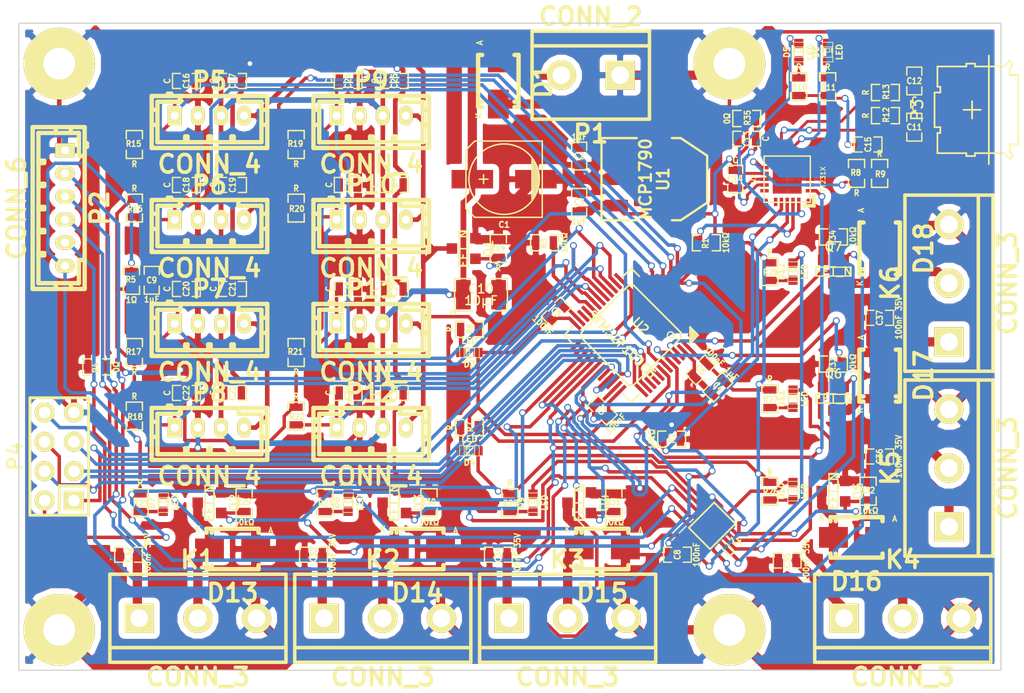
<source format=kicad_pcb>
(kicad_pcb (version 4) (host pcbnew "(2015-09-17 BZR 6202)-product")
  (layers (0 F.Cu signal) (31 B.Cu signal) (34 B.Paste user) (35 F.Paste user) (36 B.SilkS user) (37 F.SilkS user) (38 B.Mask user) (39 F.Mask user) (44 Edge.Cuts user))
  (net 0 "")
  (net 1 VDD)
  (net 2 GND)
  (net 3 VCC)
  (net 4 "Net-(C11-Pad1)")
  (net 5 "Net-(C12-Pad1)")
  (net 6 "/PC Interface/VBUS")
  (net 7 /sensors/SAMPLE1)
  (net 8 AGND)
  (net 9 /sensors/SAMPLE2)
  (net 10 /sensors/SAMPLE3)
  (net 11 /sensors/SAMPLE4)
  (net 12 /sensors/SAMPLE5)
  (net 13 /sensors/SAMPLE6)
  (net 14 /sensors/SAMPLE8)
  (net 15 /sensors/SAMPLE7)
  (net 16 /control/solenoid_out_1/LOAD_VDD)
  (net 17 /control/solenoid_out_2/LOAD_VDD)
  (net 18 /control/solenoid_out_3/LOAD_VDD)
  (net 19 /control/solenoid_out_4/LOAD_VDD)
  (net 20 /control/solenoid_out_5/LOAD_VDD)
  (net 21 /control/solenoid_out_6/LOAD_VDD)
  (net 22 "Net-(D3-Pad2)")
  (net 23 "Net-(D4-Pad2)")
  (net 24 "Net-(D5-Pad1)")
  (net 25 "Net-(D5-Pad2)")
  (net 26 "Net-(D6-Pad1)")
  (net 27 "Net-(D6-Pad2)")
  (net 28 "Net-(D7-Pad1)")
  (net 29 "Net-(D7-Pad2)")
  (net 30 "Net-(D8-Pad1)")
  (net 31 "Net-(D8-Pad2)")
  (net 32 "Net-(D9-Pad1)")
  (net 33 "Net-(D9-Pad2)")
  (net 34 "Net-(D10-Pad1)")
  (net 35 "Net-(D10-Pad2)")
  (net 36 "Net-(D11-Pad1)")
  (net 37 "Net-(D11-Pad2)")
  (net 38 "Net-(D12-Pad1)")
  (net 39 "Net-(D12-Pad2)")
  (net 40 /control/solenoid_out_1/LOAD_SINK)
  (net 41 /control/solenoid_out_2/LOAD_SINK)
  (net 42 /control/solenoid_out_3/LOAD_SINK)
  (net 43 /control/solenoid_out_4/LOAD_SINK)
  (net 44 /control/solenoid_out_5/LOAD_SINK)
  (net 45 /control/solenoid_out_6/LOAD_SINK)
  (net 46 "/PC Interface/RTS")
  (net 47 "/PC Interface/DTR")
  (net 48 "/PC Interface/RX")
  (net 49 "/PC Interface/TX")
  (net 50 "/ESP8266 PTH Connector/RXD")
  (net 51 "/ESP8266 PTH Connector/GPIO0")
  (net 52 "/ESP8266 PTH Connector/RST")
  (net 53 "/ESP8266 PTH Connector/GPIO2")
  (net 54 "/ESP8266 PTH Connector/CH_PD")
  (net 55 "/ESP8266 PTH Connector/TXD")
  (net 56 /sensors/GND_HEAT)
  (net 57 /sensors/HEAT_EN)
  (net 58 /control/OUT_1)
  (net 59 /control/OUT_2)
  (net 60 /control/OUT_3)
  (net 61 /control/OUT_4)
  (net 62 /control/OUT_5)
  (net 63 /control/OUT_6)
  (net 64 /BOOT1)
  (net 65 /STATUS_LED)
  (net 66 /sensors/VDD_A)
  (net 67 "Net-(C2-Pad1)")
  (net 68 "/PC Interface/VCC_OUT")
  (net 69 "Net-(R8-Pad1)")
  (net 70 "Net-(R12-Pad1)")
  (net 71 "Net-(R13-Pad1)")
  (module Capacitors_SMD:c_elec_6.3x7.7 (layer F.Cu) (at 103.5 60 180)
    (fp_text reference C1 (at 0 -3.937 180) (layer F.SilkS) (effects (font (size 0.50038 0.50038) (thickness 0.11938))))
    (fp_text value "220µF 16V" hide)
    (pad 1 smd rect (at 2.75082 0 180) (size 3.59918 1.6002) (layers F.Cu F.Paste F.Mask) (net 1 VDD))
    (pad 2 smd rect (at -2.75082 0 180) (size 3.59918 1.6002) (layers F.Cu F.Paste F.Mask) (net 2 GND))
  )
  (module SMD_Packages:SMD-0603_c (layer F.Cu) (at 122 78 225)
    (fp_text reference C4 (at 0 0 315) (layer F.SilkS) (effects (font (size 0.508 0.4572) (thickness 0.1143))))
    (fp_text value 1µF (at -1.651 0 315) (layer F.SilkS) (effects (font (size 0.508 0.4572) (thickness 0.1143))))
    (pad 1 smd rect (at -0.762 0 225) (size 0.635 1.143) (layers F.Cu F.Paste F.Mask) (net 3 VCC))
    (pad 2 smd rect (at 0.762 0 225) (size 0.635 1.143) (layers F.Cu F.Paste F.Mask) (net 2 GND))
  )
  (module SMD_Packages:SMD-0603_c (layer F.Cu) (at 108 71.5 45)
    (fp_text reference C5 (at 0 0 135) (layer F.SilkS) (effects (font (size 0.508 0.4572) (thickness 0.1143))))
    (fp_text value 100nF (at -1.651 0 135) (layer F.SilkS) (effects (font (size 0.508 0.4572) (thickness 0.1143))))
    (pad 1 smd rect (at -0.762 0 45) (size 0.635 1.143) (layers F.Cu F.Paste F.Mask) (net 3 VCC))
    (pad 2 smd rect (at 0.762 0 45) (size 0.635 1.143) (layers F.Cu F.Paste F.Mask) (net 2 GND))
  )
  (module SMD_Packages:SMD-0603_c (layer F.Cu) (at 120.5 76.5 225)
    (fp_text reference C6 (at 0 0 315) (layer F.SilkS) (effects (font (size 0.508 0.4572) (thickness 0.1143))))
    (fp_text value 100nF (at -1.651 0 315) (layer F.SilkS) (effects (font (size 0.508 0.4572) (thickness 0.1143))))
    (pad 1 smd rect (at -0.762 0 225) (size 0.635 1.143) (layers F.Cu F.Paste F.Mask) (net 3 VCC))
    (pad 2 smd rect (at 0.762 0 225) (size 0.635 1.143) (layers F.Cu F.Paste F.Mask) (net 2 GND))
  )
  (module SMD_Packages:SMD-0603_c (layer F.Cu) (at 112 80 135)
    (fp_text reference C7 (at 0 0 225) (layer F.SilkS) (effects (font (size 0.508 0.4572) (thickness 0.1143))))
    (fp_text value 100nF (at -1.651 0 225) (layer F.SilkS) (effects (font (size 0.508 0.4572) (thickness 0.1143))))
    (pad 1 smd rect (at -0.762 0 135) (size 0.635 1.143) (layers F.Cu F.Paste F.Mask) (net 3 VCC))
    (pad 2 smd rect (at 0.762 0 135) (size 0.635 1.143) (layers F.Cu F.Paste F.Mask) (net 2 GND))
  )
  (module SMD_Packages:SMD-0603_c (layer F.Cu) (at 118.5 92.5 180)
    (fp_text reference C8 (at 0 0 270) (layer F.SilkS) (effects (font (size 0.508 0.4572) (thickness 0.1143))))
    (fp_text value 100nF (at -1.651 0 270) (layer F.SilkS) (effects (font (size 0.508 0.4572) (thickness 0.1143))))
    (pad 1 smd rect (at -0.762 0 180) (size 0.635 1.143) (layers F.Cu F.Paste F.Mask) (net 3 VCC))
    (pad 2 smd rect (at 0.762 0 180) (size 0.635 1.143) (layers F.Cu F.Paste F.Mask) (net 2 GND))
  )
  (module SMD_Packages:SMD-0603_c (layer F.Cu) (at 139 55.5 270)
    (fp_text reference C11 (at 0 0 360) (layer F.SilkS) (effects (font (size 0.508 0.4572) (thickness 0.1143))))
    (fp_text value C (at -1.651 0 360) (layer F.SilkS) (effects (font (size 0.508 0.4572) (thickness 0.1143))))
    (pad 1 smd rect (at -0.762 0 270) (size 0.635 1.143) (layers F.Cu F.Paste F.Mask) (net 4 "Net-(C11-Pad1)"))
    (pad 2 smd rect (at 0.762 0 270) (size 0.635 1.143) (layers F.Cu F.Paste F.Mask) (net 2 GND))
  )
  (module SMD_Packages:SMD-0603_c (layer F.Cu) (at 139 51.5 90)
    (fp_text reference C12 (at 0 0 180) (layer F.SilkS) (effects (font (size 0.508 0.4572) (thickness 0.1143))))
    (fp_text value C (at -1.651 0 180) (layer F.SilkS) (effects (font (size 0.508 0.4572) (thickness 0.1143))))
    (pad 1 smd rect (at -0.762 0 90) (size 0.635 1.143) (layers F.Cu F.Paste F.Mask) (net 5 "Net-(C12-Pad1)"))
    (pad 2 smd rect (at 0.762 0 90) (size 0.635 1.143) (layers F.Cu F.Paste F.Mask) (net 2 GND))
  )
  (module SMD_Packages:SMD-0603_c (layer F.Cu) (at 124.5 56.5 180)
    (fp_text reference C13 (at 0 0 270) (layer F.SilkS) (effects (font (size 0.508 0.4572) (thickness 0.1143))))
    (fp_text value C (at -1.651 0 270) (layer F.SilkS) (effects (font (size 0.508 0.4572) (thickness 0.1143))))
    (pad 1 smd rect (at -0.762 0 180) (size 0.635 1.143) (layers F.Cu F.Paste F.Mask) (net 68 "/PC Interface/VCC_OUT"))
    (pad 2 smd rect (at 0.762 0 180) (size 0.635 1.143) (layers F.Cu F.Paste F.Mask) (net 2 GND))
  )
  (module SMD_Packages:SMD-0603_c (layer F.Cu) (at 123.5 60 270)
    (fp_text reference C14 (at 0 0 360) (layer F.SilkS) (effects (font (size 0.508 0.4572) (thickness 0.1143))))
    (fp_text value C (at -1.651 0 360) (layer F.SilkS) (effects (font (size 0.508 0.4572) (thickness 0.1143))))
    (pad 1 smd rect (at -0.762 0 270) (size 0.635 1.143) (layers F.Cu F.Paste F.Mask) (net 3 VCC))
    (pad 2 smd rect (at 0.762 0 270) (size 0.635 1.143) (layers F.Cu F.Paste F.Mask) (net 2 GND))
  )
  (module SMD_Packages:SMD-0603_c (layer F.Cu) (at 135 57)
    (fp_text reference C15 (at 0 0 90) (layer F.SilkS) (effects (font (size 0.508 0.4572) (thickness 0.1143))))
    (fp_text value C (at -1.651 0 90) (layer F.SilkS) (effects (font (size 0.508 0.4572) (thickness 0.1143))))
    (pad 1 smd rect (at -0.762 0) (size 0.635 1.143) (layers F.Cu F.Paste F.Mask) (net 6 "/PC Interface/VBUS"))
    (pad 2 smd rect (at 0.762 0) (size 0.635 1.143) (layers F.Cu F.Paste F.Mask) (net 2 GND))
  )
  (module SMD_Packages:SMD-0603_c (layer F.Cu) (at 76 51.5)
    (fp_text reference C16 (at 0 0 90) (layer F.SilkS) (effects (font (size 0.508 0.4572) (thickness 0.1143))))
    (fp_text value C (at -1.651 0 90) (layer F.SilkS) (effects (font (size 0.508 0.4572) (thickness 0.1143))))
    (pad 1 smd rect (at -0.762 0) (size 0.635 1.143) (layers F.Cu F.Paste F.Mask) (net 7 /sensors/SAMPLE1))
    (pad 2 smd rect (at 0.762 0) (size 0.635 1.143) (layers F.Cu F.Paste F.Mask) (net 8 AGND))
  )
  (module SMD_Packages:SMD-0603_c (layer F.Cu) (at 80 51.5)
    (fp_text reference C17 (at 0 0 90) (layer F.SilkS) (effects (font (size 0.508 0.4572) (thickness 0.1143))))
    (fp_text value C (at -1.651 0 90) (layer F.SilkS) (effects (font (size 0.508 0.4572) (thickness 0.1143))))
    (pad 1 smd rect (at -0.762 0) (size 0.635 1.143) (layers F.Cu F.Paste F.Mask) (net 1 VDD))
    (pad 2 smd rect (at 0.762 0) (size 0.635 1.143) (layers F.Cu F.Paste F.Mask) (net 2 GND))
  )
  (module SMD_Packages:SMD-0603_c (layer F.Cu) (at 76 60.5)
    (fp_text reference C18 (at 0 0 90) (layer F.SilkS) (effects (font (size 0.508 0.4572) (thickness 0.1143))))
    (fp_text value C (at -1.651 0 90) (layer F.SilkS) (effects (font (size 0.508 0.4572) (thickness 0.1143))))
    (pad 1 smd rect (at -0.762 0) (size 0.635 1.143) (layers F.Cu F.Paste F.Mask) (net 9 /sensors/SAMPLE2))
    (pad 2 smd rect (at 0.762 0) (size 0.635 1.143) (layers F.Cu F.Paste F.Mask) (net 8 AGND))
  )
  (module SMD_Packages:SMD-0603_c (layer F.Cu) (at 80 60.5)
    (fp_text reference C19 (at 0 0 90) (layer F.SilkS) (effects (font (size 0.508 0.4572) (thickness 0.1143))))
    (fp_text value C (at -1.651 0 90) (layer F.SilkS) (effects (font (size 0.508 0.4572) (thickness 0.1143))))
    (pad 1 smd rect (at -0.762 0) (size 0.635 1.143) (layers F.Cu F.Paste F.Mask) (net 1 VDD))
    (pad 2 smd rect (at 0.762 0) (size 0.635 1.143) (layers F.Cu F.Paste F.Mask) (net 2 GND))
  )
  (module SMD_Packages:SMD-0603_c (layer F.Cu) (at 76 69.5)
    (fp_text reference C20 (at 0 0 90) (layer F.SilkS) (effects (font (size 0.508 0.4572) (thickness 0.1143))))
    (fp_text value C (at -1.651 0 90) (layer F.SilkS) (effects (font (size 0.508 0.4572) (thickness 0.1143))))
    (pad 1 smd rect (at -0.762 0) (size 0.635 1.143) (layers F.Cu F.Paste F.Mask) (net 10 /sensors/SAMPLE3))
    (pad 2 smd rect (at 0.762 0) (size 0.635 1.143) (layers F.Cu F.Paste F.Mask) (net 8 AGND))
  )
  (module SMD_Packages:SMD-0603_c (layer F.Cu) (at 80 69.5)
    (fp_text reference C21 (at 0 0 90) (layer F.SilkS) (effects (font (size 0.508 0.4572) (thickness 0.1143))))
    (fp_text value C (at -1.651 0 90) (layer F.SilkS) (effects (font (size 0.508 0.4572) (thickness 0.1143))))
    (pad 1 smd rect (at -0.762 0) (size 0.635 1.143) (layers F.Cu F.Paste F.Mask) (net 1 VDD))
    (pad 2 smd rect (at 0.762 0) (size 0.635 1.143) (layers F.Cu F.Paste F.Mask) (net 2 GND))
  )
  (module SMD_Packages:SMD-0603_c (layer F.Cu) (at 76 78.5)
    (fp_text reference C22 (at 0 0 90) (layer F.SilkS) (effects (font (size 0.508 0.4572) (thickness 0.1143))))
    (fp_text value C (at -1.651 0 90) (layer F.SilkS) (effects (font (size 0.508 0.4572) (thickness 0.1143))))
    (pad 1 smd rect (at -0.762 0) (size 0.635 1.143) (layers F.Cu F.Paste F.Mask) (net 11 /sensors/SAMPLE4))
    (pad 2 smd rect (at 0.762 0) (size 0.635 1.143) (layers F.Cu F.Paste F.Mask) (net 8 AGND))
  )
  (module SMD_Packages:SMD-0603_c (layer F.Cu) (at 80 78.5)
    (fp_text reference C23 (at 0 0 90) (layer F.SilkS) (effects (font (size 0.508 0.4572) (thickness 0.1143))))
    (fp_text value C (at -1.651 0 90) (layer F.SilkS) (effects (font (size 0.508 0.4572) (thickness 0.1143))))
    (pad 1 smd rect (at -0.762 0) (size 0.635 1.143) (layers F.Cu F.Paste F.Mask) (net 1 VDD))
    (pad 2 smd rect (at 0.762 0) (size 0.635 1.143) (layers F.Cu F.Paste F.Mask) (net 2 GND))
  )
  (module SMD_Packages:SMD-0603_c (layer F.Cu) (at 90 51.5)
    (fp_text reference C24 (at 0 0 90) (layer F.SilkS) (effects (font (size 0.508 0.4572) (thickness 0.1143))))
    (fp_text value C (at -1.651 0 90) (layer F.SilkS) (effects (font (size 0.508 0.4572) (thickness 0.1143))))
    (pad 1 smd rect (at -0.762 0) (size 0.635 1.143) (layers F.Cu F.Paste F.Mask) (net 12 /sensors/SAMPLE5))
    (pad 2 smd rect (at 0.762 0) (size 0.635 1.143) (layers F.Cu F.Paste F.Mask) (net 8 AGND))
  )
  (module SMD_Packages:SMD-0603_c (layer F.Cu) (at 94 51.5)
    (fp_text reference C25 (at 0 0 90) (layer F.SilkS) (effects (font (size 0.508 0.4572) (thickness 0.1143))))
    (fp_text value C (at -1.651 0 90) (layer F.SilkS) (effects (font (size 0.508 0.4572) (thickness 0.1143))))
    (pad 1 smd rect (at -0.762 0) (size 0.635 1.143) (layers F.Cu F.Paste F.Mask) (net 1 VDD))
    (pad 2 smd rect (at 0.762 0) (size 0.635 1.143) (layers F.Cu F.Paste F.Mask) (net 2 GND))
  )
  (module SMD_Packages:SMD-0603_c (layer F.Cu) (at 90 60.5)
    (fp_text reference C26 (at 0 0 90) (layer F.SilkS) (effects (font (size 0.508 0.4572) (thickness 0.1143))))
    (fp_text value C (at -1.651 0 90) (layer F.SilkS) (effects (font (size 0.508 0.4572) (thickness 0.1143))))
    (pad 1 smd rect (at -0.762 0) (size 0.635 1.143) (layers F.Cu F.Paste F.Mask) (net 13 /sensors/SAMPLE6))
    (pad 2 smd rect (at 0.762 0) (size 0.635 1.143) (layers F.Cu F.Paste F.Mask) (net 8 AGND))
  )
  (module SMD_Packages:SMD-0603_c (layer F.Cu) (at 94 60.5)
    (fp_text reference C27 (at 0 0 90) (layer F.SilkS) (effects (font (size 0.508 0.4572) (thickness 0.1143))))
    (fp_text value C (at -1.651 0 90) (layer F.SilkS) (effects (font (size 0.508 0.4572) (thickness 0.1143))))
    (pad 1 smd rect (at -0.762 0) (size 0.635 1.143) (layers F.Cu F.Paste F.Mask) (net 1 VDD))
    (pad 2 smd rect (at 0.762 0) (size 0.635 1.143) (layers F.Cu F.Paste F.Mask) (net 2 GND))
  )
  (module SMD_Packages:SMD-0603_c (layer F.Cu) (at 90 69.5)
    (fp_text reference C28 (at 0 0 90) (layer F.SilkS) (effects (font (size 0.508 0.4572) (thickness 0.1143))))
    (fp_text value C (at -1.651 0 90) (layer F.SilkS) (effects (font (size 0.508 0.4572) (thickness 0.1143))))
    (pad 1 smd rect (at -0.762 0) (size 0.635 1.143) (layers F.Cu F.Paste F.Mask) (net 14 /sensors/SAMPLE8))
    (pad 2 smd rect (at 0.762 0) (size 0.635 1.143) (layers F.Cu F.Paste F.Mask) (net 8 AGND))
  )
  (module SMD_Packages:SMD-0603_c (layer F.Cu) (at 94 69.5)
    (fp_text reference C29 (at 0 0 90) (layer F.SilkS) (effects (font (size 0.508 0.4572) (thickness 0.1143))))
    (fp_text value C (at -1.651 0 90) (layer F.SilkS) (effects (font (size 0.508 0.4572) (thickness 0.1143))))
    (pad 1 smd rect (at -0.762 0) (size 0.635 1.143) (layers F.Cu F.Paste F.Mask) (net 1 VDD))
    (pad 2 smd rect (at 0.762 0) (size 0.635 1.143) (layers F.Cu F.Paste F.Mask) (net 2 GND))
  )
  (module SMD_Packages:SMD-0603_c (layer F.Cu) (at 90 78.5)
    (fp_text reference C30 (at 0 0 90) (layer F.SilkS) (effects (font (size 0.508 0.4572) (thickness 0.1143))))
    (fp_text value C (at -1.651 0 90) (layer F.SilkS) (effects (font (size 0.508 0.4572) (thickness 0.1143))))
    (pad 1 smd rect (at -0.762 0) (size 0.635 1.143) (layers F.Cu F.Paste F.Mask) (net 15 /sensors/SAMPLE7))
    (pad 2 smd rect (at 0.762 0) (size 0.635 1.143) (layers F.Cu F.Paste F.Mask) (net 8 AGND))
  )
  (module SMD_Packages:SMD-0603_c (layer F.Cu) (at 94 78.5)
    (fp_text reference C31 (at 0 0 90) (layer F.SilkS) (effects (font (size 0.508 0.4572) (thickness 0.1143))))
    (fp_text value C (at -1.651 0 90) (layer F.SilkS) (effects (font (size 0.508 0.4572) (thickness 0.1143))))
    (pad 1 smd rect (at -0.762 0) (size 0.635 1.143) (layers F.Cu F.Paste F.Mask) (net 1 VDD))
    (pad 2 smd rect (at 0.762 0) (size 0.635 1.143) (layers F.Cu F.Paste F.Mask) (net 2 GND))
  )
  (module SMD_Packages:SMD-0603_c (layer F.Cu) (at 71 92.5 180)
    (fp_text reference C32 (at 0 0 270) (layer F.SilkS) (effects (font (size 0.508 0.4572) (thickness 0.1143))))
    (fp_text value "100nF 35V" (at -1.651 0 270) (layer F.SilkS) (effects (font (size 0.508 0.4572) (thickness 0.1143))))
    (pad 1 smd rect (at -0.762 0 180) (size 0.635 1.143) (layers F.Cu F.Paste F.Mask) (net 16 /control/solenoid_out_1/LOAD_VDD))
    (pad 2 smd rect (at 0.762 0 180) (size 0.635 1.143) (layers F.Cu F.Paste F.Mask) (net 2 GND))
  )
  (module SMD_Packages:SMD-0603_c (layer F.Cu) (at 87 92.5 180)
    (fp_text reference C33 (at 0 0 270) (layer F.SilkS) (effects (font (size 0.508 0.4572) (thickness 0.1143))))
    (fp_text value "100nF 35V" (at -1.651 0 270) (layer F.SilkS) (effects (font (size 0.508 0.4572) (thickness 0.1143))))
    (pad 1 smd rect (at -0.762 0 180) (size 0.635 1.143) (layers F.Cu F.Paste F.Mask) (net 17 /control/solenoid_out_2/LOAD_VDD))
    (pad 2 smd rect (at 0.762 0 180) (size 0.635 1.143) (layers F.Cu F.Paste F.Mask) (net 2 GND))
  )
  (module SMD_Packages:SMD-0603_c (layer F.Cu) (at 103 92.5 180)
    (fp_text reference C34 (at 0 0 270) (layer F.SilkS) (effects (font (size 0.508 0.4572) (thickness 0.1143))))
    (fp_text value "100nF 35V" (at -1.651 0 270) (layer F.SilkS) (effects (font (size 0.508 0.4572) (thickness 0.1143))))
    (pad 1 smd rect (at -0.762 0 180) (size 0.635 1.143) (layers F.Cu F.Paste F.Mask) (net 18 /control/solenoid_out_3/LOAD_VDD))
    (pad 2 smd rect (at 0.762 0 180) (size 0.635 1.143) (layers F.Cu F.Paste F.Mask) (net 2 GND))
  )
  (module SMD_Packages:SMD-0603_c (layer F.Cu) (at 128 93 180)
    (fp_text reference C35 (at 0 0 270) (layer F.SilkS) (effects (font (size 0.508 0.4572) (thickness 0.1143))))
    (fp_text value "100nF 35V" (at -1.651 0 270) (layer F.SilkS) (effects (font (size 0.508 0.4572) (thickness 0.1143))))
    (pad 1 smd rect (at -0.762 0 180) (size 0.635 1.143) (layers F.Cu F.Paste F.Mask) (net 19 /control/solenoid_out_4/LOAD_VDD))
    (pad 2 smd rect (at 0.762 0 180) (size 0.635 1.143) (layers F.Cu F.Paste F.Mask) (net 2 GND))
  )
  (module SMD_Packages:SMD-0603_c (layer F.Cu) (at 136 84 180)
    (fp_text reference C36 (at 0 0 270) (layer F.SilkS) (effects (font (size 0.508 0.4572) (thickness 0.1143))))
    (fp_text value "100nF 35V" (at -1.651 0 270) (layer F.SilkS) (effects (font (size 0.508 0.4572) (thickness 0.1143))))
    (pad 1 smd rect (at -0.762 0 180) (size 0.635 1.143) (layers F.Cu F.Paste F.Mask) (net 20 /control/solenoid_out_5/LOAD_VDD))
    (pad 2 smd rect (at 0.762 0 180) (size 0.635 1.143) (layers F.Cu F.Paste F.Mask) (net 2 GND))
  )
  (module Diodes_SMD:Diode-SMA_Standard (layer F.Cu) (at 103 51.5 270)
    (fp_text reference D1 (at 0 -3.81 270) (layer F.SilkS) (effects (font (thickness 0.3048))))
    (fp_text value DIODESCH hide)
    (fp_text user A (at -3.29946 1.6002 270) (layer F.SilkS) (effects (font (size 0.50038 0.50038) (thickness 0.09906))))
    (fp_text user K (at 2.99974 1.69926 270) (layer F.SilkS) (effects (font (size 0.50038 0.50038) (thickness 0.09906))))
    (pad 1 smd rect (at -1.99898 0 270) (size 2.49936 1.80086) (layers F.Cu F.Paste F.Mask) (net 1 VDD))
    (pad 2 smd rect (at 1.99898 0 270) (size 2.49936 1.80086) (layers F.Cu F.Paste F.Mask) (net 67 "Net-(C2-Pad1)"))
  )
  (module LEDs:LED-0603 (layer F.Cu) (at 100.5 75 180)
    (fp_text reference D3 (at 0 -1.016 180) (layer F.SilkS) (effects (font (size 0.508 0.508) (thickness 0.127))))
    (fp_text value LED (at 0 1.016 180) (layer F.SilkS) (effects (font (size 0.508 0.508) (thickness 0.127))))
    (pad 1 smd rect (at -0.7493 0 180) (size 0.79756 0.79756) (layers F.Cu F.Paste F.Mask) (net 3 VCC))
    (pad 2 smd rect (at 0.7493 0 180) (size 0.79756 0.79756) (layers F.Cu F.Paste F.Mask) (net 22 "Net-(D3-Pad2)"))
  )
  (module LEDs:LED-0603 (layer F.Cu) (at 100.5 83.5 180)
    (fp_text reference D4 (at 0 -1.016 180) (layer F.SilkS) (effects (font (size 0.508 0.508) (thickness 0.127))))
    (fp_text value LED (at 0 1.016 180) (layer F.SilkS) (effects (font (size 0.508 0.508) (thickness 0.127))))
    (pad 1 smd rect (at -0.7493 0 180) (size 0.79756 0.79756) (layers F.Cu F.Paste F.Mask) (net 3 VCC))
    (pad 2 smd rect (at 0.7493 0 180) (size 0.79756 0.79756) (layers F.Cu F.Paste F.Mask) (net 23 "Net-(D4-Pad2)"))
  )
  (module LEDs:LED-0603 (layer F.Cu) (at 129 49 90)
    (fp_text reference D5 (at 0 -1.016 90) (layer F.SilkS) (effects (font (size 0.508 0.508) (thickness 0.127))))
    (fp_text value LED (at 0 1.016 90) (layer F.SilkS) (effects (font (size 0.508 0.508) (thickness 0.127))))
    (pad 1 smd rect (at -0.7493 0 90) (size 0.79756 0.79756) (layers F.Cu F.Paste F.Mask) (net 24 "Net-(D5-Pad1)"))
    (pad 2 smd rect (at 0.7493 0 90) (size 0.79756 0.79756) (layers F.Cu F.Paste F.Mask) (net 25 "Net-(D5-Pad2)"))
  )
  (module LEDs:LED-0603 (layer F.Cu) (at 131.5 49 90)
    (fp_text reference D6 (at 0 -1.016 90) (layer F.SilkS) (effects (font (size 0.508 0.508) (thickness 0.127))))
    (fp_text value LED (at 0 1.016 90) (layer F.SilkS) (effects (font (size 0.508 0.508) (thickness 0.127))))
    (pad 1 smd rect (at -0.7493 0 90) (size 0.79756 0.79756) (layers F.Cu F.Paste F.Mask) (net 26 "Net-(D6-Pad1)"))
    (pad 2 smd rect (at 0.7493 0 90) (size 0.79756 0.79756) (layers F.Cu F.Paste F.Mask) (net 27 "Net-(D6-Pad2)"))
  )
  (module LEDs:LED-0603 (layer F.Cu) (at 74 88 90)
    (fp_text reference D7 (at 0 -1.016 90) (layer F.SilkS) (effects (font (size 0.508 0.508) (thickness 0.127))))
    (fp_text value LED (at 0 1.016 90) (layer F.SilkS) (effects (font (size 0.508 0.508) (thickness 0.127))))
    (pad 1 smd rect (at -0.7493 0 90) (size 0.79756 0.79756) (layers F.Cu F.Paste F.Mask) (net 28 "Net-(D7-Pad1)"))
    (pad 2 smd rect (at 0.7493 0 90) (size 0.79756 0.79756) (layers F.Cu F.Paste F.Mask) (net 29 "Net-(D7-Pad2)"))
  )
  (module LEDs:LED-0603 (layer F.Cu) (at 90 88 90)
    (fp_text reference D8 (at 0 -1.016 90) (layer F.SilkS) (effects (font (size 0.508 0.508) (thickness 0.127))))
    (fp_text value LED (at 0 1.016 90) (layer F.SilkS) (effects (font (size 0.508 0.508) (thickness 0.127))))
    (pad 1 smd rect (at -0.7493 0 90) (size 0.79756 0.79756) (layers F.Cu F.Paste F.Mask) (net 30 "Net-(D8-Pad1)"))
    (pad 2 smd rect (at 0.7493 0 90) (size 0.79756 0.79756) (layers F.Cu F.Paste F.Mask) (net 31 "Net-(D8-Pad2)"))
  )
  (module LEDs:LED-0603 (layer F.Cu) (at 106 88 90)
    (fp_text reference D9 (at 0 -1.016 90) (layer F.SilkS) (effects (font (size 0.508 0.508) (thickness 0.127))))
    (fp_text value LED (at 0 1.016 90) (layer F.SilkS) (effects (font (size 0.508 0.508) (thickness 0.127))))
    (pad 1 smd rect (at -0.7493 0 90) (size 0.79756 0.79756) (layers F.Cu F.Paste F.Mask) (net 32 "Net-(D9-Pad1)"))
    (pad 2 smd rect (at 0.7493 0 90) (size 0.79756 0.79756) (layers F.Cu F.Paste F.Mask) (net 33 "Net-(D9-Pad2)"))
  )
  (module LEDs:LED-0603 (layer F.Cu) (at 128.5 87 90)
    (fp_text reference D10 (at 0 -1.016 90) (layer F.SilkS) (effects (font (size 0.508 0.508) (thickness 0.127))))
    (fp_text value LED (at 0 1.016 90) (layer F.SilkS) (effects (font (size 0.508 0.508) (thickness 0.127))))
    (pad 1 smd rect (at -0.7493 0 90) (size 0.79756 0.79756) (layers F.Cu F.Paste F.Mask) (net 34 "Net-(D10-Pad1)"))
    (pad 2 smd rect (at 0.7493 0 90) (size 0.79756 0.79756) (layers F.Cu F.Paste F.Mask) (net 35 "Net-(D10-Pad2)"))
  )
  (module LEDs:LED-0603 (layer F.Cu) (at 128.5 79 90)
    (fp_text reference D11 (at 0 -1.016 90) (layer F.SilkS) (effects (font (size 0.508 0.508) (thickness 0.127))))
    (fp_text value LED (at 0 1.016 90) (layer F.SilkS) (effects (font (size 0.508 0.508) (thickness 0.127))))
    (pad 1 smd rect (at -0.7493 0 90) (size 0.79756 0.79756) (layers F.Cu F.Paste F.Mask) (net 36 "Net-(D11-Pad1)"))
    (pad 2 smd rect (at 0.7493 0 90) (size 0.79756 0.79756) (layers F.Cu F.Paste F.Mask) (net 37 "Net-(D11-Pad2)"))
  )
  (module LEDs:LED-0603 (layer F.Cu) (at 128.5 68 90)
    (fp_text reference D12 (at 0 -1.016 90) (layer F.SilkS) (effects (font (size 0.508 0.508) (thickness 0.127))))
    (fp_text value LED (at 0 1.016 90) (layer F.SilkS) (effects (font (size 0.508 0.508) (thickness 0.127))))
    (pad 1 smd rect (at -0.7493 0 90) (size 0.79756 0.79756) (layers F.Cu F.Paste F.Mask) (net 38 "Net-(D12-Pad1)"))
    (pad 2 smd rect (at 0.7493 0 90) (size 0.79756 0.79756) (layers F.Cu F.Paste F.Mask) (net 39 "Net-(D12-Pad2)"))
  )
  (module Diodes_SMD:Diode-SMA_Standard (layer F.Cu) (at 80 92 180)
    (fp_text reference D13 (at 0 -3.81 180) (layer F.SilkS) (effects (font (thickness 0.3048))))
    (fp_text value DIODESCH hide)
    (fp_text user A (at -3.29946 1.6002 180) (layer F.SilkS) (effects (font (size 0.50038 0.50038) (thickness 0.09906))))
    (fp_text user K (at 2.99974 1.69926 180) (layer F.SilkS) (effects (font (size 0.50038 0.50038) (thickness 0.09906))))
    (pad 1 smd rect (at -1.99898 0 180) (size 2.49936 1.80086) (layers F.Cu F.Paste F.Mask) (net 2 GND))
    (pad 2 smd rect (at 1.99898 0 180) (size 2.49936 1.80086) (layers F.Cu F.Paste F.Mask) (net 40 /control/solenoid_out_1/LOAD_SINK))
  )
  (module Diodes_SMD:Diode-SMA_Standard (layer F.Cu) (at 96 92 180)
    (fp_text reference D14 (at 0 -3.81 180) (layer F.SilkS) (effects (font (thickness 0.3048))))
    (fp_text value DIODESCH hide)
    (fp_text user A (at -3.29946 1.6002 180) (layer F.SilkS) (effects (font (size 0.50038 0.50038) (thickness 0.09906))))
    (fp_text user K (at 2.99974 1.69926 180) (layer F.SilkS) (effects (font (size 0.50038 0.50038) (thickness 0.09906))))
    (pad 1 smd rect (at -1.99898 0 180) (size 2.49936 1.80086) (layers F.Cu F.Paste F.Mask) (net 2 GND))
    (pad 2 smd rect (at 1.99898 0 180) (size 2.49936 1.80086) (layers F.Cu F.Paste F.Mask) (net 41 /control/solenoid_out_2/LOAD_SINK))
  )
  (module Diodes_SMD:Diode-SMA_Standard (layer F.Cu) (at 112 92 180)
    (fp_text reference D15 (at 0 -3.81 180) (layer F.SilkS) (effects (font (thickness 0.3048))))
    (fp_text value DIODESCH hide)
    (fp_text user A (at -3.29946 1.6002 180) (layer F.SilkS) (effects (font (size 0.50038 0.50038) (thickness 0.09906))))
    (fp_text user K (at 2.99974 1.69926 180) (layer F.SilkS) (effects (font (size 0.50038 0.50038) (thickness 0.09906))))
    (pad 1 smd rect (at -1.99898 0 180) (size 2.49936 1.80086) (layers F.Cu F.Paste F.Mask) (net 2 GND))
    (pad 2 smd rect (at 1.99898 0 180) (size 2.49936 1.80086) (layers F.Cu F.Paste F.Mask) (net 42 /control/solenoid_out_3/LOAD_SINK))
  )
  (module Diodes_SMD:Diode-SMA_Standard (layer F.Cu) (at 134 91 180)
    (fp_text reference D16 (at 0 -3.81 180) (layer F.SilkS) (effects (font (thickness 0.3048))))
    (fp_text value DIODESCH hide)
    (fp_text user A (at -3.29946 1.6002 180) (layer F.SilkS) (effects (font (size 0.50038 0.50038) (thickness 0.09906))))
    (fp_text user K (at 2.99974 1.69926 180) (layer F.SilkS) (effects (font (size 0.50038 0.50038) (thickness 0.09906))))
    (pad 1 smd rect (at -1.99898 0 180) (size 2.49936 1.80086) (layers F.Cu F.Paste F.Mask) (net 2 GND))
    (pad 2 smd rect (at 1.99898 0 180) (size 2.49936 1.80086) (layers F.Cu F.Paste F.Mask) (net 43 /control/solenoid_out_4/LOAD_SINK))
  )
  (module Diodes_SMD:Diode-SMA_Standard (layer F.Cu) (at 136 77 270)
    (fp_text reference D17 (at 0 -3.81 270) (layer F.SilkS) (effects (font (thickness 0.3048))))
    (fp_text value DIODESCH hide)
    (fp_text user A (at -3.29946 1.6002 270) (layer F.SilkS) (effects (font (size 0.50038 0.50038) (thickness 0.09906))))
    (fp_text user K (at 2.99974 1.69926 270) (layer F.SilkS) (effects (font (size 0.50038 0.50038) (thickness 0.09906))))
    (pad 1 smd rect (at -1.99898 0 270) (size 2.49936 1.80086) (layers F.Cu F.Paste F.Mask) (net 2 GND))
    (pad 2 smd rect (at 1.99898 0 270) (size 2.49936 1.80086) (layers F.Cu F.Paste F.Mask) (net 44 /control/solenoid_out_5/LOAD_SINK))
  )
  (module Diodes_SMD:Diode-SMA_Standard (layer F.Cu) (at 136 66 270)
    (fp_text reference D18 (at 0 -3.81 270) (layer F.SilkS) (effects (font (thickness 0.3048))))
    (fp_text value DIODESCH hide)
    (fp_text user A (at -3.29946 1.6002 270) (layer F.SilkS) (effects (font (size 0.50038 0.50038) (thickness 0.09906))))
    (fp_text user K (at 2.99974 1.69926 270) (layer F.SilkS) (effects (font (size 0.50038 0.50038) (thickness 0.09906))))
    (pad 1 smd rect (at -1.99898 0 270) (size 2.49936 1.80086) (layers F.Cu F.Paste F.Mask) (net 2 GND))
    (pad 2 smd rect (at 1.99898 0 270) (size 2.49936 1.80086) (layers F.Cu F.Paste F.Mask) (net 45 /control/solenoid_out_6/LOAD_SINK))
  )
  (module Pin_Headers:Pin_Header_Straight_1x01 (layer F.Cu) (at 65 50)
    (fp_text reference H1 (at 0 -2.286) (layer F.SilkS) (effects (font (size 1.27 1.27) (thickness 0.2032))))
    (fp_text value CONN_1 hide)
    (pad 1 thru_hole circle (at 0 0) (size 6.2 6.2) (drill 2.75) (layers *.Cu *.Mask F.SilkS) (net 2 GND))
  )
  (module Pin_Headers:Pin_Header_Straight_1x01 (layer F.Cu) (at 123 50)
    (fp_text reference H2 (at 0 -2.286) (layer F.SilkS) (effects (font (size 1.27 1.27) (thickness 0.2032))))
    (fp_text value CONN_1 hide)
    (pad 1 thru_hole circle (at 0 0) (size 6.2 6.2) (drill 2.75) (layers *.Cu *.Mask F.SilkS) (net 2 GND))
  )
  (module Pin_Headers:Pin_Header_Straight_1x01 (layer F.Cu) (at 65 99)
    (fp_text reference H3 (at 0 -2.286) (layer F.SilkS) (effects (font (size 1.27 1.27) (thickness 0.2032))))
    (fp_text value CONN_1 hide)
    (pad 1 thru_hole circle (at 0 0) (size 6.2 6.2) (drill 2.75) (layers *.Cu *.Mask F.SilkS) (net 2 GND))
  )
  (module Pin_Headers:Pin_Header_Straight_1x01 (layer F.Cu) (at 123 99)
    (fp_text reference H4 (at 0 -2.286) (layer F.SilkS) (effects (font (size 1.27 1.27) (thickness 0.2032))))
    (fp_text value CONN_1 hide)
    (pad 1 thru_hole circle (at 0 0) (size 6.2 6.2) (drill 2.75) (layers *.Cu *.Mask F.SilkS) (net 2 GND))
  )
  (module Connect:bornier3 (layer F.Cu) (at 77 98)
    (fp_text reference K1 (at 0 -5.08) (layer F.SilkS) (effects (font (thickness 0.3048))))
    (fp_text value CONN_3 (at 0 5.08) (layer F.SilkS) (effects (font (thickness 0.3048))))
    (pad 1 thru_hole rect (at -5.08 0) (size 2.54 2.54) (drill 1.524) (layers *.Cu *.Mask F.SilkS) (net 16 /control/solenoid_out_1/LOAD_VDD))
    (pad 2 thru_hole circle (at 0 0) (size 2.54 2.54) (drill 1.524) (layers *.Cu *.Mask F.SilkS) (net 40 /control/solenoid_out_1/LOAD_SINK))
    (pad 3 thru_hole circle (at 5.08 0) (size 2.54 2.54) (drill 1.524) (layers *.Cu *.Mask F.SilkS) (net 2 GND))
  )
  (module Connect:bornier3 (layer F.Cu) (at 93 98)
    (fp_text reference K2 (at 0 -5.08) (layer F.SilkS) (effects (font (thickness 0.3048))))
    (fp_text value CONN_3 (at 0 5.08) (layer F.SilkS) (effects (font (thickness 0.3048))))
    (pad 1 thru_hole rect (at -5.08 0) (size 2.54 2.54) (drill 1.524) (layers *.Cu *.Mask F.SilkS) (net 17 /control/solenoid_out_2/LOAD_VDD))
    (pad 2 thru_hole circle (at 0 0) (size 2.54 2.54) (drill 1.524) (layers *.Cu *.Mask F.SilkS) (net 41 /control/solenoid_out_2/LOAD_SINK))
    (pad 3 thru_hole circle (at 5.08 0) (size 2.54 2.54) (drill 1.524) (layers *.Cu *.Mask F.SilkS) (net 2 GND))
  )
  (module Connect:bornier3 (layer F.Cu) (at 109 98)
    (fp_text reference K3 (at 0 -5.08) (layer F.SilkS) (effects (font (thickness 0.3048))))
    (fp_text value CONN_3 (at 0 5.08) (layer F.SilkS) (effects (font (thickness 0.3048))))
    (pad 1 thru_hole rect (at -5.08 0) (size 2.54 2.54) (drill 1.524) (layers *.Cu *.Mask F.SilkS) (net 18 /control/solenoid_out_3/LOAD_VDD))
    (pad 2 thru_hole circle (at 0 0) (size 2.54 2.54) (drill 1.524) (layers *.Cu *.Mask F.SilkS) (net 42 /control/solenoid_out_3/LOAD_SINK))
    (pad 3 thru_hole circle (at 5.08 0) (size 2.54 2.54) (drill 1.524) (layers *.Cu *.Mask F.SilkS) (net 2 GND))
  )
  (module Connect:bornier3 (layer F.Cu) (at 138 98)
    (fp_text reference K4 (at 0 -5.08) (layer F.SilkS) (effects (font (thickness 0.3048))))
    (fp_text value CONN_3 (at 0 5.08) (layer F.SilkS) (effects (font (thickness 0.3048))))
    (pad 1 thru_hole rect (at -5.08 0) (size 2.54 2.54) (drill 1.524) (layers *.Cu *.Mask F.SilkS) (net 19 /control/solenoid_out_4/LOAD_VDD))
    (pad 2 thru_hole circle (at 0 0) (size 2.54 2.54) (drill 1.524) (layers *.Cu *.Mask F.SilkS) (net 43 /control/solenoid_out_4/LOAD_SINK))
    (pad 3 thru_hole circle (at 5.08 0) (size 2.54 2.54) (drill 1.524) (layers *.Cu *.Mask F.SilkS) (net 2 GND))
  )
  (module Connect:bornier3 (layer F.Cu) (at 142 85 90)
    (fp_text reference K5 (at 0 -5.08 90) (layer F.SilkS) (effects (font (thickness 0.3048))))
    (fp_text value CONN_3 (at 0 5.08 90) (layer F.SilkS) (effects (font (thickness 0.3048))))
    (pad 1 thru_hole rect (at -5.08 0 90) (size 2.54 2.54) (drill 1.524) (layers *.Cu *.Mask F.SilkS) (net 20 /control/solenoid_out_5/LOAD_VDD))
    (pad 2 thru_hole circle (at 0 0 90) (size 2.54 2.54) (drill 1.524) (layers *.Cu *.Mask F.SilkS) (net 44 /control/solenoid_out_5/LOAD_SINK))
    (pad 3 thru_hole circle (at 5.08 0 90) (size 2.54 2.54) (drill 1.524) (layers *.Cu *.Mask F.SilkS) (net 2 GND))
  )
  (module Connect:bornier3 (layer F.Cu) (at 142 69 90)
    (fp_text reference K6 (at 0 -5.08 90) (layer F.SilkS) (effects (font (thickness 0.3048))))
    (fp_text value CONN_3 (at 0 5.08 90) (layer F.SilkS) (effects (font (thickness 0.3048))))
    (pad 1 thru_hole rect (at -5.08 0 90) (size 2.54 2.54) (drill 1.524) (layers *.Cu *.Mask F.SilkS) (net 21 /control/solenoid_out_6/LOAD_VDD))
    (pad 2 thru_hole circle (at 0 0 90) (size 2.54 2.54) (drill 1.524) (layers *.Cu *.Mask F.SilkS) (net 45 /control/solenoid_out_6/LOAD_SINK))
    (pad 3 thru_hole circle (at 5.08 0 90) (size 2.54 2.54) (drill 1.524) (layers *.Cu *.Mask F.SilkS) (net 2 GND))
  )
  (module "micro_usb_b:USB MICRO B" (layer F.Cu) (at 144 54 90)
    (fp_text reference P3 (at 0 -4.75 90) (layer F.SilkS))
    (fp_text value USB_Micro_B)
    (pad S smd rect (at -3.1 -2.55 90) (size 2.1 1.6) (layers F.Cu F.Paste F.Mask) (net 2 GND))
    (pad S smd rect (at 3.1 -2.55 90) (size 2.1 1.6) (layers F.Cu F.Paste F.Mask) (net 2 GND))
    (pad S smd rect (at -3.8 0 90) (size 1.8 1.9) (layers F.Cu F.Paste F.Mask) (net 2 GND))
    (pad S smd rect (at -1.2 0 90) (size 1.9 1.9) (layers F.Cu F.Paste F.Mask) (net 2 GND))
    (pad S smd rect (at 1.2 0 90) (size 1.9 1.9) (layers F.Cu F.Paste F.Mask) (net 2 GND))
    (pad S smd rect (at 3.8 0 90) (size 1.8 1.9) (layers F.Cu F.Paste F.Mask) (net 2 GND))
    (pad 2 smd rect (at -0.65 -2.675 90) (size 0.4 1.35) (layers F.Cu F.Paste F.Mask) (net 4 "Net-(C11-Pad1)"))
    (pad 3 smd rect (at 0 -2.675 90) (size 0.4 1.35) (layers F.Cu F.Paste F.Mask) (net 5 "Net-(C12-Pad1)"))
    (pad 4 smd rect (at 0.65 -2.675 90) (size 0.4 1.35) (layers F.Cu F.Paste F.Mask))
    (pad 1 smd rect (at -1.3 -2.675 90) (size 0.4 1.35) (layers F.Cu F.Paste F.Mask) (net 6 "/PC Interface/VBUS"))
    (pad 5 smd rect (at 1.3 -2.675 90) (size 0.4 1.35) (layers F.Cu F.Paste F.Mask) (net 2 GND))
  )
  (module Pin_Headers:Pin_Header_Straight_2x04 (layer F.Cu) (at 65 84 90)
    (fp_text reference P4 (at 0 -3.81 90) (layer F.SilkS) (effects (font (size 1.27 1.27) (thickness 0.2032))))
    (fp_text value CONN_4X2 hide)
    (pad 1 thru_hole rect (at -3.81 1.27 90) (size 1.7272 1.7272) (drill 1.016) (layers *.Cu *.Mask F.SilkS) (net 50 "/ESP8266 PTH Connector/RXD"))
    (pad 2 thru_hole oval (at -3.81 -1.27 90) (size 1.7272 1.7272) (drill 1.016) (layers *.Cu *.Mask F.SilkS) (net 3 VCC))
    (pad 3 thru_hole oval (at -1.27 1.27 90) (size 1.7272 1.7272) (drill 1.016) (layers *.Cu *.Mask F.SilkS) (net 51 "/ESP8266 PTH Connector/GPIO0"))
    (pad 4 thru_hole oval (at -1.27 -1.27 90) (size 1.7272 1.7272) (drill 1.016) (layers *.Cu *.Mask F.SilkS) (net 52 "/ESP8266 PTH Connector/RST"))
    (pad 5 thru_hole oval (at 1.27 1.27 90) (size 1.7272 1.7272) (drill 1.016) (layers *.Cu *.Mask F.SilkS) (net 53 "/ESP8266 PTH Connector/GPIO2"))
    (pad 6 thru_hole oval (at 1.27 -1.27 90) (size 1.7272 1.7272) (drill 1.016) (layers *.Cu *.Mask F.SilkS) (net 54 "/ESP8266 PTH Connector/CH_PD"))
    (pad 7 thru_hole oval (at 3.81 1.27 90) (size 1.7272 1.7272) (drill 1.016) (layers *.Cu *.Mask F.SilkS) (net 2 GND))
    (pad 8 thru_hole oval (at 3.81 -1.27 90) (size 1.7272 1.7272) (drill 1.016) (layers *.Cu *.Mask F.SilkS) (net 55 "/ESP8266 PTH Connector/TXD"))
  )
  (module SMD_Packages:SOT-23-GDS (layer F.Cu) (at 100 66 270)
    (fp_text reference Q1 (at 0 -2.159 270) (layer F.SilkS) (effects (font (size 0.762 0.762) (thickness 0.12954))))
    (fp_text value FET_N (at 0 0 270) (layer F.SilkS) (effects (font (size 0.762 0.762) (thickness 0.12954))))
    (pad S smd rect (at -0.889 -1.016 270) (size 0.9144 0.9144) (layers F.Cu F.Paste F.Mask) (net 2 GND))
    (pad G smd rect (at 0.889 -1.016 270) (size 0.9144 0.9144) (layers F.Cu F.Paste F.Mask) (net 57 /sensors/HEAT_EN))
    (pad D smd rect (at 0 1.016 270) (size 0.9144 0.9144) (layers F.Cu F.Paste F.Mask) (net 56 /sensors/GND_HEAT))
  )
  (module SMD_Packages:SOT-23-GDS (layer F.Cu) (at 78 88 270)
    (fp_text reference Q2 (at 0 -2.159 270) (layer F.SilkS) (effects (font (size 0.762 0.762) (thickness 0.12954))))
    (fp_text value FET_N (at 0 0 270) (layer F.SilkS) (effects (font (size 0.762 0.762) (thickness 0.12954))))
    (pad S smd rect (at -0.889 -1.016 270) (size 0.9144 0.9144) (layers F.Cu F.Paste F.Mask) (net 2 GND))
    (pad G smd rect (at 0.889 -1.016 270) (size 0.9144 0.9144) (layers F.Cu F.Paste F.Mask) (net 58 /control/OUT_1))
    (pad D smd rect (at 0 1.016 270) (size 0.9144 0.9144) (layers F.Cu F.Paste F.Mask) (net 40 /control/solenoid_out_1/LOAD_SINK))
  )
  (module SMD_Packages:SOT-23-GDS (layer F.Cu) (at 94 88 270)
    (fp_text reference Q3 (at 0 -2.159 270) (layer F.SilkS) (effects (font (size 0.762 0.762) (thickness 0.12954))))
    (fp_text value FET_N (at 0 0 270) (layer F.SilkS) (effects (font (size 0.762 0.762) (thickness 0.12954))))
    (pad S smd rect (at -0.889 -1.016 270) (size 0.9144 0.9144) (layers F.Cu F.Paste F.Mask) (net 2 GND))
    (pad G smd rect (at 0.889 -1.016 270) (size 0.9144 0.9144) (layers F.Cu F.Paste F.Mask) (net 59 /control/OUT_2))
    (pad D smd rect (at 0 1.016 270) (size 0.9144 0.9144) (layers F.Cu F.Paste F.Mask) (net 41 /control/solenoid_out_2/LOAD_SINK))
  )
  (module SMD_Packages:SOT-23-GDS (layer F.Cu) (at 110 88 270)
    (fp_text reference Q4 (at 0 -2.159 270) (layer F.SilkS) (effects (font (size 0.762 0.762) (thickness 0.12954))))
    (fp_text value FET_N (at 0 0 270) (layer F.SilkS) (effects (font (size 0.762 0.762) (thickness 0.12954))))
    (pad S smd rect (at -0.889 -1.016 270) (size 0.9144 0.9144) (layers F.Cu F.Paste F.Mask) (net 2 GND))
    (pad G smd rect (at 0.889 -1.016 270) (size 0.9144 0.9144) (layers F.Cu F.Paste F.Mask) (net 60 /control/OUT_3))
    (pad D smd rect (at 0 1.016 270) (size 0.9144 0.9144) (layers F.Cu F.Paste F.Mask) (net 42 /control/solenoid_out_3/LOAD_SINK))
  )
  (module SMD_Packages:SOT-23-GDS (layer F.Cu) (at 132 87 270)
    (fp_text reference Q5 (at 0 -2.159 270) (layer F.SilkS) (effects (font (size 0.762 0.762) (thickness 0.12954))))
    (fp_text value FET_N (at 0 0 270) (layer F.SilkS) (effects (font (size 0.762 0.762) (thickness 0.12954))))
    (pad S smd rect (at -0.889 -1.016 270) (size 0.9144 0.9144) (layers F.Cu F.Paste F.Mask) (net 2 GND))
    (pad G smd rect (at 0.889 -1.016 270) (size 0.9144 0.9144) (layers F.Cu F.Paste F.Mask) (net 61 /control/OUT_4))
    (pad D smd rect (at 0 1.016 270) (size 0.9144 0.9144) (layers F.Cu F.Paste F.Mask) (net 43 /control/solenoid_out_4/LOAD_SINK))
  )
  (module SMD_Packages:SOT-23-GDS (layer F.Cu) (at 132 79)
    (fp_text reference Q6 (at 0 -2.159) (layer F.SilkS) (effects (font (size 0.762 0.762) (thickness 0.12954))))
    (fp_text value FET_N (at 0 0) (layer F.SilkS) (effects (font (size 0.762 0.762) (thickness 0.12954))))
    (pad S smd rect (at -0.889 -1.016) (size 0.9144 0.9144) (layers F.Cu F.Paste F.Mask) (net 2 GND))
    (pad G smd rect (at 0.889 -1.016) (size 0.9144 0.9144) (layers F.Cu F.Paste F.Mask) (net 62 /control/OUT_5))
    (pad D smd rect (at 0 1.016) (size 0.9144 0.9144) (layers F.Cu F.Paste F.Mask) (net 44 /control/solenoid_out_5/LOAD_SINK))
  )
  (module SMD_Packages:SOT-23-GDS (layer F.Cu) (at 132 68)
    (fp_text reference Q7 (at 0 -2.159) (layer F.SilkS) (effects (font (size 0.762 0.762) (thickness 0.12954))))
    (fp_text value FET_N (at 0 0) (layer F.SilkS) (effects (font (size 0.762 0.762) (thickness 0.12954))))
    (pad S smd rect (at -0.889 -1.016) (size 0.9144 0.9144) (layers F.Cu F.Paste F.Mask) (net 2 GND))
    (pad G smd rect (at 0.889 -1.016) (size 0.9144 0.9144) (layers F.Cu F.Paste F.Mask) (net 63 /control/OUT_6))
    (pad D smd rect (at 0 1.016) (size 0.9144 0.9144) (layers F.Cu F.Paste F.Mask) (net 45 /control/solenoid_out_6/LOAD_SINK))
  )
  (module SMD_Packages:SMD-0603_r (layer F.Cu) (at 121 65.5 180)
    (fp_text reference R1 (at 0.0635 -0.0635 270) (layer F.SilkS) (effects (font (size 0.50038 0.4572) (thickness 0.1143))))
    (fp_text value 10kΩ (at -1.69926 0 270) (layer F.SilkS) (effects (font (size 0.508 0.4572) (thickness 0.1143))))
    (pad 1 smd rect (at -0.762 0 180) (size 0.635 1.143) (layers F.Cu F.Paste F.Mask) (net 3 VCC))
    (pad 2 smd rect (at 0.762 0 180) (size 0.635 1.143) (layers F.Cu F.Paste F.Mask) (net 46 "/PC Interface/RTS"))
  )
  (module SMD_Packages:SMD-0603_r (layer F.Cu) (at 118 82.5)
    (fp_text reference R2 (at 0.0635 -0.0635 90) (layer F.SilkS) (effects (font (size 0.50038 0.4572) (thickness 0.1143))))
    (fp_text value 10kΩ (at -1.69926 0 90) (layer F.SilkS) (effects (font (size 0.508 0.4572) (thickness 0.1143))))
    (pad 1 smd rect (at -0.762 0) (size 0.635 1.143) (layers F.Cu F.Paste F.Mask) (net 47 "/PC Interface/DTR"))
    (pad 2 smd rect (at 0.762 0) (size 0.635 1.143) (layers F.Cu F.Paste F.Mask) (net 2 GND))
  )
  (module SMD_Packages:SMD-0603_r (layer F.Cu) (at 107 65.5 180)
    (fp_text reference R3 (at 0.0635 -0.0635 270) (layer F.SilkS) (effects (font (size 0.50038 0.4572) (thickness 0.1143))))
    (fp_text value 10kΩ (at -1.69926 0 270) (layer F.SilkS) (effects (font (size 0.508 0.4572) (thickness 0.1143))))
    (pad 1 smd rect (at -0.762 0 180) (size 0.635 1.143) (layers F.Cu F.Paste F.Mask) (net 64 /BOOT1))
    (pad 2 smd rect (at 0.762 0 180) (size 0.635 1.143) (layers F.Cu F.Paste F.Mask) (net 2 GND))
  )
  (module SMD_Packages:SMD-0603_r (layer F.Cu) (at 68.25 76.25 180)
    (fp_text reference R4 (at 0.0635 -0.0635 270) (layer F.SilkS) (effects (font (size 0.50038 0.4572) (thickness 0.1143))))
    (fp_text value 0Ω (at -1.69926 0 270) (layer F.SilkS) (effects (font (size 0.508 0.4572) (thickness 0.1143))))
    (pad 1 smd rect (at -0.762 0 180) (size 0.635 1.143) (layers F.Cu F.Paste F.Mask) (net 8 AGND))
    (pad 2 smd rect (at 0.762 0 180) (size 0.635 1.143) (layers F.Cu F.Paste F.Mask) (net 2 GND))
  )
  (module SMD_Packages:SMD-0603_r (layer F.Cu) (at 71.25 68.75 90)
    (fp_text reference R5 (at 0.0635 -0.0635 180) (layer F.SilkS) (effects (font (size 0.50038 0.4572) (thickness 0.1143))))
    (fp_text value 1Ω (at -1.69926 0 180) (layer F.SilkS) (effects (font (size 0.508 0.4572) (thickness 0.1143))))
    (pad 1 smd rect (at -0.762 0 90) (size 0.635 1.143) (layers F.Cu F.Paste F.Mask) (net 66 /sensors/VDD_A))
    (pad 2 smd rect (at 0.762 0 90) (size 0.635 1.143) (layers F.Cu F.Paste F.Mask) (net 3 VCC))
  )
  (module SMD_Packages:SMD-0603_r (layer F.Cu) (at 100.5 73)
    (fp_text reference R6 (at 0.0635 -0.0635 90) (layer F.SilkS) (effects (font (size 0.50038 0.4572) (thickness 0.1143))))
    (fp_text value R (at -1.69926 0 90) (layer F.SilkS) (effects (font (size 0.508 0.4572) (thickness 0.1143))))
    (pad 1 smd rect (at -0.762 0) (size 0.635 1.143) (layers F.Cu F.Paste F.Mask) (net 22 "Net-(D3-Pad2)"))
    (pad 2 smd rect (at 0.762 0) (size 0.635 1.143) (layers F.Cu F.Paste F.Mask) (net 56 /sensors/GND_HEAT))
  )
  (module SMD_Packages:SMD-0603_r (layer F.Cu) (at 100.5 81.5)
    (fp_text reference R7 (at 0.0635 -0.0635 90) (layer F.SilkS) (effects (font (size 0.50038 0.4572) (thickness 0.1143))))
    (fp_text value R (at -1.69926 0 90) (layer F.SilkS) (effects (font (size 0.508 0.4572) (thickness 0.1143))))
    (pad 1 smd rect (at -0.762 0) (size 0.635 1.143) (layers F.Cu F.Paste F.Mask) (net 23 "Net-(D4-Pad2)"))
    (pad 2 smd rect (at 0.762 0) (size 0.635 1.143) (layers F.Cu F.Paste F.Mask) (net 65 /STATUS_LED))
  )
  (module SMD_Packages:SMD-0603_r (layer F.Cu) (at 134 59.5 90)
    (fp_text reference R8 (at 0.0635 -0.0635 180) (layer F.SilkS) (effects (font (size 0.50038 0.4572) (thickness 0.1143))))
    (fp_text value R (at -1.69926 0 180) (layer F.SilkS) (effects (font (size 0.508 0.4572) (thickness 0.1143))))
    (pad 1 smd rect (at -0.762 0 90) (size 0.635 1.143) (layers F.Cu F.Paste F.Mask) (net 69 "Net-(R8-Pad1)"))
    (pad 2 smd rect (at 0.762 0 90) (size 0.635 1.143) (layers F.Cu F.Paste F.Mask) (net 6 "/PC Interface/VBUS"))
  )
  (module SMD_Packages:SMD-0603_r (layer F.Cu) (at 136 59.5 270)
    (fp_text reference R9 (at 0.0635 -0.0635 360) (layer F.SilkS) (effects (font (size 0.50038 0.4572) (thickness 0.1143))))
    (fp_text value R (at -1.69926 0 360) (layer F.SilkS) (effects (font (size 0.508 0.4572) (thickness 0.1143))))
    (pad 1 smd rect (at -0.762 0 270) (size 0.635 1.143) (layers F.Cu F.Paste F.Mask) (net 2 GND))
    (pad 2 smd rect (at 0.762 0 270) (size 0.635 1.143) (layers F.Cu F.Paste F.Mask) (net 69 "Net-(R8-Pad1)"))
  )
  (module SMD_Packages:SMD-0603_r (layer F.Cu) (at 129 52 270)
    (fp_text reference R10 (at 0.0635 -0.0635 360) (layer F.SilkS) (effects (font (size 0.50038 0.4572) (thickness 0.1143))))
    (fp_text value R (at -1.69926 0 360) (layer F.SilkS) (effects (font (size 0.508 0.4572) (thickness 0.1143))))
    (pad 1 smd rect (at -0.762 0 270) (size 0.635 1.143) (layers F.Cu F.Paste F.Mask) (net 24 "Net-(D5-Pad1)"))
    (pad 2 smd rect (at 0.762 0 270) (size 0.635 1.143) (layers F.Cu F.Paste F.Mask) (net 6 "/PC Interface/VBUS"))
  )
  (module SMD_Packages:SMD-0603_r (layer F.Cu) (at 131.5 52 270)
    (fp_text reference R11 (at 0.0635 -0.0635 360) (layer F.SilkS) (effects (font (size 0.50038 0.4572) (thickness 0.1143))))
    (fp_text value R (at -1.69926 0 360) (layer F.SilkS) (effects (font (size 0.508 0.4572) (thickness 0.1143))))
    (pad 1 smd rect (at -0.762 0 270) (size 0.635 1.143) (layers F.Cu F.Paste F.Mask) (net 26 "Net-(D6-Pad1)"))
    (pad 2 smd rect (at 0.762 0 270) (size 0.635 1.143) (layers F.Cu F.Paste F.Mask) (net 6 "/PC Interface/VBUS"))
  )
  (module SMD_Packages:SMD-0603_r (layer F.Cu) (at 136.5 54.5)
    (fp_text reference R12 (at 0.0635 -0.0635 90) (layer F.SilkS) (effects (font (size 0.50038 0.4572) (thickness 0.1143))))
    (fp_text value R (at -1.69926 0 90) (layer F.SilkS) (effects (font (size 0.508 0.4572) (thickness 0.1143))))
    (pad 1 smd rect (at -0.762 0) (size 0.635 1.143) (layers F.Cu F.Paste F.Mask) (net 70 "Net-(R12-Pad1)"))
    (pad 2 smd rect (at 0.762 0) (size 0.635 1.143) (layers F.Cu F.Paste F.Mask) (net 4 "Net-(C11-Pad1)"))
  )
  (module SMD_Packages:SMD-0603_r (layer F.Cu) (at 136.5 52.5)
    (fp_text reference R13 (at 0.0635 -0.0635 90) (layer F.SilkS) (effects (font (size 0.50038 0.4572) (thickness 0.1143))))
    (fp_text value R (at -1.69926 0 90) (layer F.SilkS) (effects (font (size 0.508 0.4572) (thickness 0.1143))))
    (pad 1 smd rect (at -0.762 0) (size 0.635 1.143) (layers F.Cu F.Paste F.Mask) (net 71 "Net-(R13-Pad1)"))
    (pad 2 smd rect (at 0.762 0) (size 0.635 1.143) (layers F.Cu F.Paste F.Mask) (net 5 "Net-(C12-Pad1)"))
  )
  (module SMD_Packages:SMD-0603_r (layer F.Cu) (at 103 66 90)
    (fp_text reference R14 (at 0.0635 -0.0635 180) (layer F.SilkS) (effects (font (size 0.50038 0.4572) (thickness 0.1143))))
    (fp_text value R (at -1.69926 0 180) (layer F.SilkS) (effects (font (size 0.508 0.4572) (thickness 0.1143))))
    (pad 1 smd rect (at -0.762 0 90) (size 0.635 1.143) (layers F.Cu F.Paste F.Mask) (net 57 /sensors/HEAT_EN))
    (pad 2 smd rect (at 0.762 0 90) (size 0.635 1.143) (layers F.Cu F.Paste F.Mask) (net 2 GND))
  )
  (module SMD_Packages:SMD-0603_r (layer F.Cu) (at 71.5 57 90)
    (fp_text reference R15 (at 0.0635 -0.0635 180) (layer F.SilkS) (effects (font (size 0.50038 0.4572) (thickness 0.1143))))
    (fp_text value R (at -1.69926 0 180) (layer F.SilkS) (effects (font (size 0.508 0.4572) (thickness 0.1143))))
    (pad 1 smd rect (at -0.762 0 90) (size 0.635 1.143) (layers F.Cu F.Paste F.Mask) (net 66 /sensors/VDD_A))
    (pad 2 smd rect (at 0.762 0 90) (size 0.635 1.143) (layers F.Cu F.Paste F.Mask) (net 7 /sensors/SAMPLE1))
  )
  (module SMD_Packages:SMD-0603_r (layer F.Cu) (at 71.5 62.5 270)
    (fp_text reference R16 (at 0.0635 -0.0635 360) (layer F.SilkS) (effects (font (size 0.50038 0.4572) (thickness 0.1143))))
    (fp_text value R (at -1.69926 0 360) (layer F.SilkS) (effects (font (size 0.508 0.4572) (thickness 0.1143))))
    (pad 1 smd rect (at -0.762 0 270) (size 0.635 1.143) (layers F.Cu F.Paste F.Mask) (net 66 /sensors/VDD_A))
    (pad 2 smd rect (at 0.762 0 270) (size 0.635 1.143) (layers F.Cu F.Paste F.Mask) (net 9 /sensors/SAMPLE2))
  )
  (module SMD_Packages:SMD-0603_r (layer F.Cu) (at 71.5 75 90)
    (fp_text reference R17 (at 0.0635 -0.0635 180) (layer F.SilkS) (effects (font (size 0.50038 0.4572) (thickness 0.1143))))
    (fp_text value R (at -1.69926 0 180) (layer F.SilkS) (effects (font (size 0.508 0.4572) (thickness 0.1143))))
    (pad 1 smd rect (at -0.762 0 90) (size 0.635 1.143) (layers F.Cu F.Paste F.Mask) (net 66 /sensors/VDD_A))
    (pad 2 smd rect (at 0.762 0 90) (size 0.635 1.143) (layers F.Cu F.Paste F.Mask) (net 10 /sensors/SAMPLE3))
  )
  (module SMD_Packages:SMD-0603_r (layer F.Cu) (at 71.5 80.5 270)
    (fp_text reference R18 (at 0.0635 -0.0635 360) (layer F.SilkS) (effects (font (size 0.50038 0.4572) (thickness 0.1143))))
    (fp_text value R (at -1.69926 0 360) (layer F.SilkS) (effects (font (size 0.508 0.4572) (thickness 0.1143))))
    (pad 1 smd rect (at -0.762 0 270) (size 0.635 1.143) (layers F.Cu F.Paste F.Mask) (net 66 /sensors/VDD_A))
    (pad 2 smd rect (at 0.762 0 270) (size 0.635 1.143) (layers F.Cu F.Paste F.Mask) (net 11 /sensors/SAMPLE4))
  )
  (module SMD_Packages:SMD-0603_r (layer F.Cu) (at 85.5 57 90)
    (fp_text reference R19 (at 0.0635 -0.0635 180) (layer F.SilkS) (effects (font (size 0.50038 0.4572) (thickness 0.1143))))
    (fp_text value R (at -1.69926 0 180) (layer F.SilkS) (effects (font (size 0.508 0.4572) (thickness 0.1143))))
    (pad 1 smd rect (at -0.762 0 90) (size 0.635 1.143) (layers F.Cu F.Paste F.Mask) (net 66 /sensors/VDD_A))
    (pad 2 smd rect (at 0.762 0 90) (size 0.635 1.143) (layers F.Cu F.Paste F.Mask) (net 12 /sensors/SAMPLE5))
  )
  (module SMD_Packages:SMD-0603_r (layer F.Cu) (at 85.5 62.5 270)
    (fp_text reference R20 (at 0.0635 -0.0635 360) (layer F.SilkS) (effects (font (size 0.50038 0.4572) (thickness 0.1143))))
    (fp_text value R (at -1.69926 0 360) (layer F.SilkS) (effects (font (size 0.508 0.4572) (thickness 0.1143))))
    (pad 1 smd rect (at -0.762 0 270) (size 0.635 1.143) (layers F.Cu F.Paste F.Mask) (net 66 /sensors/VDD_A))
    (pad 2 smd rect (at 0.762 0 270) (size 0.635 1.143) (layers F.Cu F.Paste F.Mask) (net 13 /sensors/SAMPLE6))
  )
  (module SMD_Packages:SMD-0603_r (layer F.Cu) (at 85.5 75 90)
    (fp_text reference R21 (at 0.0635 -0.0635 180) (layer F.SilkS) (effects (font (size 0.50038 0.4572) (thickness 0.1143))))
    (fp_text value R (at -1.69926 0 180) (layer F.SilkS) (effects (font (size 0.508 0.4572) (thickness 0.1143))))
    (pad 1 smd rect (at -0.762 0 90) (size 0.635 1.143) (layers F.Cu F.Paste F.Mask) (net 66 /sensors/VDD_A))
    (pad 2 smd rect (at 0.762 0 90) (size 0.635 1.143) (layers F.Cu F.Paste F.Mask) (net 14 /sensors/SAMPLE8))
  )
  (module SMD_Packages:SMD-0603_r (layer F.Cu) (at 85.5 80.5 270)
    (fp_text reference R22 (at 0.0635 -0.0635 360) (layer F.SilkS) (effects (font (size 0.50038 0.4572) (thickness 0.1143))))
    (fp_text value R (at -1.69926 0 360) (layer F.SilkS) (effects (font (size 0.508 0.4572) (thickness 0.1143))))
    (pad 1 smd rect (at -0.762 0 270) (size 0.635 1.143) (layers F.Cu F.Paste F.Mask) (net 66 /sensors/VDD_A))
    (pad 2 smd rect (at 0.762 0 270) (size 0.635 1.143) (layers F.Cu F.Paste F.Mask) (net 15 /sensors/SAMPLE7))
  )
  (module SMD_Packages:SMD-0603_r (layer F.Cu) (at 72 88 270)
    (fp_text reference R23 (at 0.0635 -0.0635 360) (layer F.SilkS) (effects (font (size 0.50038 0.4572) (thickness 0.1143))))
    (fp_text value R (at -1.69926 0 360) (layer F.SilkS) (effects (font (size 0.508 0.4572) (thickness 0.1143))))
    (pad 1 smd rect (at -0.762 0 270) (size 0.635 1.143) (layers F.Cu F.Paste F.Mask) (net 3 VCC))
    (pad 2 smd rect (at 0.762 0 270) (size 0.635 1.143) (layers F.Cu F.Paste F.Mask) (net 28 "Net-(D7-Pad1)"))
  )
  (module SMD_Packages:SMD-0603_r (layer F.Cu) (at 88 88 270)
    (fp_text reference R24 (at 0.0635 -0.0635 360) (layer F.SilkS) (effects (font (size 0.50038 0.4572) (thickness 0.1143))))
    (fp_text value R (at -1.69926 0 360) (layer F.SilkS) (effects (font (size 0.508 0.4572) (thickness 0.1143))))
    (pad 1 smd rect (at -0.762 0 270) (size 0.635 1.143) (layers F.Cu F.Paste F.Mask) (net 3 VCC))
    (pad 2 smd rect (at 0.762 0 270) (size 0.635 1.143) (layers F.Cu F.Paste F.Mask) (net 30 "Net-(D8-Pad1)"))
  )
  (module SMD_Packages:SMD-0603_r (layer F.Cu) (at 104 88 270)
    (fp_text reference R25 (at 0.0635 -0.0635 360) (layer F.SilkS) (effects (font (size 0.50038 0.4572) (thickness 0.1143))))
    (fp_text value R (at -1.69926 0 360) (layer F.SilkS) (effects (font (size 0.508 0.4572) (thickness 0.1143))))
    (pad 1 smd rect (at -0.762 0 270) (size 0.635 1.143) (layers F.Cu F.Paste F.Mask) (net 3 VCC))
    (pad 2 smd rect (at 0.762 0 270) (size 0.635 1.143) (layers F.Cu F.Paste F.Mask) (net 32 "Net-(D9-Pad1)"))
  )
  (module SMD_Packages:SMD-0603_r (layer F.Cu) (at 126.5 87 270)
    (fp_text reference R26 (at 0.0635 -0.0635 360) (layer F.SilkS) (effects (font (size 0.50038 0.4572) (thickness 0.1143))))
    (fp_text value R (at -1.69926 0 360) (layer F.SilkS) (effects (font (size 0.508 0.4572) (thickness 0.1143))))
    (pad 1 smd rect (at -0.762 0 270) (size 0.635 1.143) (layers F.Cu F.Paste F.Mask) (net 3 VCC))
    (pad 2 smd rect (at 0.762 0 270) (size 0.635 1.143) (layers F.Cu F.Paste F.Mask) (net 34 "Net-(D10-Pad1)"))
  )
  (module SMD_Packages:SMD-0603_r (layer F.Cu) (at 126.5 79 270)
    (fp_text reference R27 (at 0.0635 -0.0635 360) (layer F.SilkS) (effects (font (size 0.50038 0.4572) (thickness 0.1143))))
    (fp_text value R (at -1.69926 0 360) (layer F.SilkS) (effects (font (size 0.508 0.4572) (thickness 0.1143))))
    (pad 1 smd rect (at -0.762 0 270) (size 0.635 1.143) (layers F.Cu F.Paste F.Mask) (net 3 VCC))
    (pad 2 smd rect (at 0.762 0 270) (size 0.635 1.143) (layers F.Cu F.Paste F.Mask) (net 36 "Net-(D11-Pad1)"))
  )
  (module SMD_Packages:SMD-0603_r (layer F.Cu) (at 126.5 68 270)
    (fp_text reference R28 (at 0.0635 -0.0635 360) (layer F.SilkS) (effects (font (size 0.50038 0.4572) (thickness 0.1143))))
    (fp_text value R (at -1.69926 0 360) (layer F.SilkS) (effects (font (size 0.508 0.4572) (thickness 0.1143))))
    (pad 1 smd rect (at -0.762 0 270) (size 0.635 1.143) (layers F.Cu F.Paste F.Mask) (net 3 VCC))
    (pad 2 smd rect (at 0.762 0 270) (size 0.635 1.143) (layers F.Cu F.Paste F.Mask) (net 38 "Net-(D12-Pad1)"))
  )
  (module SMD_Packages:SMD-0603_r (layer F.Cu) (at 81 88 90)
    (fp_text reference R29 (at 0.0635 -0.0635 180) (layer F.SilkS) (effects (font (size 0.50038 0.4572) (thickness 0.1143))))
    (fp_text value 10kΩ (at -1.69926 0 180) (layer F.SilkS) (effects (font (size 0.508 0.4572) (thickness 0.1143))))
    (pad 1 smd rect (at -0.762 0 90) (size 0.635 1.143) (layers F.Cu F.Paste F.Mask) (net 58 /control/OUT_1))
    (pad 2 smd rect (at 0.762 0 90) (size 0.635 1.143) (layers F.Cu F.Paste F.Mask) (net 2 GND))
  )
  (module SMD_Packages:SMD-0603_r (layer F.Cu) (at 97 88 90)
    (fp_text reference R30 (at 0.0635 -0.0635 180) (layer F.SilkS) (effects (font (size 0.50038 0.4572) (thickness 0.1143))))
    (fp_text value 10kΩ (at -1.69926 0 180) (layer F.SilkS) (effects (font (size 0.508 0.4572) (thickness 0.1143))))
    (pad 1 smd rect (at -0.762 0 90) (size 0.635 1.143) (layers F.Cu F.Paste F.Mask) (net 59 /control/OUT_2))
    (pad 2 smd rect (at 0.762 0 90) (size 0.635 1.143) (layers F.Cu F.Paste F.Mask) (net 2 GND))
  )
  (module SMD_Packages:SMD-0603_r (layer F.Cu) (at 113 88 90)
    (fp_text reference R31 (at 0.0635 -0.0635 180) (layer F.SilkS) (effects (font (size 0.50038 0.4572) (thickness 0.1143))))
    (fp_text value 10kΩ (at -1.69926 0 180) (layer F.SilkS) (effects (font (size 0.508 0.4572) (thickness 0.1143))))
    (pad 1 smd rect (at -0.762 0 90) (size 0.635 1.143) (layers F.Cu F.Paste F.Mask) (net 60 /control/OUT_3))
    (pad 2 smd rect (at 0.762 0 90) (size 0.635 1.143) (layers F.Cu F.Paste F.Mask) (net 2 GND))
  )
  (module SMD_Packages:SMD-0603_r (layer F.Cu) (at 135 87 90)
    (fp_text reference R32 (at 0.0635 -0.0635 180) (layer F.SilkS) (effects (font (size 0.50038 0.4572) (thickness 0.1143))))
    (fp_text value 10kΩ (at -1.69926 0 180) (layer F.SilkS) (effects (font (size 0.508 0.4572) (thickness 0.1143))))
    (pad 1 smd rect (at -0.762 0 90) (size 0.635 1.143) (layers F.Cu F.Paste F.Mask) (net 61 /control/OUT_4))
    (pad 2 smd rect (at 0.762 0 90) (size 0.635 1.143) (layers F.Cu F.Paste F.Mask) (net 2 GND))
  )
  (module SMD_Packages:SOT-223 (layer F.Cu) (at 116.5 60 270)
    (fp_text reference U1 (at 0 -0.762 270) (layer F.SilkS) (effects (font (size 1.016 1.016) (thickness 0.2032))))
    (fp_text value MCP1790 (at 0 0.762 270) (layer F.SilkS) (effects (font (size 1.016 1.016) (thickness 0.2032))))
    (pad 4 smd rect (at 0 -3.302 270) (size 3.6576 2.032) (layers F.Cu F.Paste F.Mask))
    (pad 2 smd rect (at 0 3.302 270) (size 1.016 2.032) (layers F.Cu F.Paste F.Mask) (net 2 GND))
    (pad 3 smd rect (at 2.286 3.302 270) (size 1.016 2.032) (layers F.Cu F.Paste F.Mask) (net 3 VCC))
    (pad 1 smd rect (at -2.286 3.302 270) (size 1.016 2.032) (layers F.Cu F.Paste F.Mask) (net 67 "Net-(C2-Pad1)"))
  )
  (module Housings_QFP:lqfp-48 (layer F.Cu) (at 114.5 73.5 135)
    (fp_text reference U2 (at 0 1.143 135) (layer F.SilkS) (effects (font (size 0.7493 0.7493) (thickness 0.14986))))
    (fp_text value STM32F100C6 (at 0 -1.143 135) (layer F.SilkS) (effects (font (size 0.7493 0.7493) (thickness 0.14986))))
    (pad 4 smd rect (at -1.24968 4.09956 135) (size 0.29972 1.30048) (layers F.Cu F.Paste F.Mask))
    (pad 5 smd rect (at -0.7493 4.09956 135) (size 0.29972 1.30048) (layers F.Cu F.Paste F.Mask))
    (pad 6 smd rect (at -0.24892 4.09956 135) (size 0.29972 1.30048) (layers F.Cu F.Paste F.Mask))
    (pad 7 smd rect (at 0.24892 4.09956 135) (size 0.29972 1.30048) (layers F.Cu F.Paste F.Mask) (net 46 "/PC Interface/RTS"))
    (pad 8 smd rect (at 0.7493 4.09956 135) (size 0.29972 1.30048) (layers F.Cu F.Paste F.Mask) (net 8 AGND))
    (pad 1 smd rect (at -2.75082 4.09956 135) (size 0.29972 1.30048) (layers F.Cu F.Paste F.Mask))
    (pad 2 smd rect (at -2.25044 4.09956 135) (size 0.29972 1.30048) (layers F.Cu F.Paste F.Mask))
    (pad 3 smd rect (at -1.75006 4.09956 135) (size 0.29972 1.30048) (layers F.Cu F.Paste F.Mask))
    (pad 13 smd rect (at 4.09956 2.75082 135) (size 1.30048 0.29972) (layers F.Cu F.Paste F.Mask) (net 55 "/ESP8266 PTH Connector/TXD"))
    (pad 14 smd rect (at 4.09956 2.25044 135) (size 1.30048 0.29972) (layers F.Cu F.Paste F.Mask) (net 10 /sensors/SAMPLE3))
    (pad 15 smd rect (at 4.09956 1.75006 135) (size 1.30048 0.29972) (layers F.Cu F.Paste F.Mask) (net 11 /sensors/SAMPLE4))
    (pad 16 smd rect (at 4.09956 1.24968 135) (size 1.30048 0.29972) (layers F.Cu F.Paste F.Mask) (net 12 /sensors/SAMPLE5))
    (pad 17 smd rect (at 4.09956 0.7493 135) (size 1.30048 0.29972) (layers F.Cu F.Paste F.Mask) (net 13 /sensors/SAMPLE6))
    (pad 18 smd rect (at 4.09956 0.24892 135) (size 1.30048 0.29972) (layers F.Cu F.Paste F.Mask) (net 15 /sensors/SAMPLE7))
    (pad 19 smd rect (at 4.09956 -0.24892 135) (size 1.30048 0.29972) (layers F.Cu F.Paste F.Mask) (net 14 /sensors/SAMPLE8))
    (pad 20 smd rect (at 4.09956 -0.7493 135) (size 1.30048 0.29972) (layers F.Cu F.Paste F.Mask) (net 64 /BOOT1))
    (pad 25 smd rect (at 2.75082 -4.09956 135) (size 0.29972 1.30048) (layers F.Cu F.Paste F.Mask))
    (pad 26 smd rect (at 2.25044 -4.09956 135) (size 0.29972 1.30048) (layers F.Cu F.Paste F.Mask))
    (pad 27 smd rect (at 1.75006 -4.09956 135) (size 0.29972 1.30048) (layers F.Cu F.Paste F.Mask) (net 59 /control/OUT_2))
    (pad 28 smd rect (at 1.24968 -4.09956 135) (size 0.29972 1.30048) (layers F.Cu F.Paste F.Mask) (net 60 /control/OUT_3))
    (pad 29 smd rect (at 0.7493 -4.09956 135) (size 0.29972 1.30048) (layers F.Cu F.Paste F.Mask) (net 58 /control/OUT_1))
    (pad 30 smd rect (at 0.24892 -4.09956 135) (size 0.29972 1.30048) (layers F.Cu F.Paste F.Mask) (net 48 "/PC Interface/RX"))
    (pad 31 smd rect (at -0.24892 -4.09956 135) (size 0.29972 1.30048) (layers F.Cu F.Paste F.Mask) (net 49 "/PC Interface/TX"))
    (pad 32 smd rect (at -0.7493 -4.09956 135) (size 0.29972 1.30048) (layers F.Cu F.Paste F.Mask) (net 61 /control/OUT_4))
    (pad 37 smd rect (at -4.09956 -2.75082 135) (size 1.30048 0.29972) (layers F.Cu F.Paste F.Mask) (net 51 "/ESP8266 PTH Connector/GPIO0"))
    (pad 38 smd rect (at -4.09956 -2.25044 135) (size 1.30048 0.29972) (layers F.Cu F.Paste F.Mask) (net 53 "/ESP8266 PTH Connector/GPIO2"))
    (pad 39 smd rect (at -4.09956 -1.75006 135) (size 1.30048 0.29972) (layers F.Cu F.Paste F.Mask))
    (pad 40 smd rect (at -4.09956 -1.24968 135) (size 1.30048 0.29972) (layers F.Cu F.Paste F.Mask))
    (pad 41 smd rect (at -4.09956 -0.7493 135) (size 1.30048 0.29972) (layers F.Cu F.Paste F.Mask))
    (pad 42 smd rect (at -4.09956 -0.24892 135) (size 1.30048 0.29972) (layers F.Cu F.Paste F.Mask) (net 65 /STATUS_LED))
    (pad 43 smd rect (at -4.09956 0.24892 135) (size 1.30048 0.29972) (layers F.Cu F.Paste F.Mask) (net 57 /sensors/HEAT_EN))
    (pad 44 smd rect (at -4.09956 0.7493 135) (size 1.30048 0.29972) (layers F.Cu F.Paste F.Mask) (net 47 "/PC Interface/DTR"))
    (pad 9 smd rect (at 1.24968 4.09956 135) (size 0.29972 1.30048) (layers F.Cu F.Paste F.Mask) (net 66 /sensors/VDD_A))
    (pad 10 smd rect (at 1.75006 4.09956 135) (size 0.29972 1.30048) (layers F.Cu F.Paste F.Mask) (net 7 /sensors/SAMPLE1))
    (pad 11 smd rect (at 2.25044 4.09956 135) (size 0.29972 1.30048) (layers F.Cu F.Paste F.Mask) (net 9 /sensors/SAMPLE2))
    (pad 12 smd rect (at 2.75082 4.09956 135) (size 0.29972 1.30048) (layers F.Cu F.Paste F.Mask) (net 50 "/ESP8266 PTH Connector/RXD"))
    (pad 21 smd rect (at 4.09956 -1.24968 135) (size 1.30048 0.29972) (layers F.Cu F.Paste F.Mask))
    (pad 22 smd rect (at 4.09956 -1.75006 135) (size 1.30048 0.29972) (layers F.Cu F.Paste F.Mask))
    (pad 23 smd rect (at 4.09956 -2.25044 135) (size 1.30048 0.29972) (layers F.Cu F.Paste F.Mask) (net 2 GND))
    (pad 24 smd rect (at 4.09956 -2.75082 135) (size 1.30048 0.29972) (layers F.Cu F.Paste F.Mask) (net 3 VCC))
    (pad 33 smd rect (at -1.24968 -4.09956 135) (size 0.29972 1.30048) (layers F.Cu F.Paste F.Mask) (net 54 "/ESP8266 PTH Connector/CH_PD"))
    (pad 34 smd rect (at -1.75006 -4.09956 135) (size 0.29972 1.30048) (layers F.Cu F.Paste F.Mask) (net 52 "/ESP8266 PTH Connector/RST"))
    (pad 35 smd rect (at -2.25044 -4.09956 135) (size 0.29972 1.30048) (layers F.Cu F.Paste F.Mask) (net 2 GND))
    (pad 36 smd rect (at -2.75082 -4.09956 135) (size 0.29972 1.30048) (layers F.Cu F.Paste F.Mask) (net 3 VCC))
    (pad 45 smd rect (at -4.09956 1.24968 135) (size 1.30048 0.29972) (layers F.Cu F.Paste F.Mask) (net 62 /control/OUT_5))
    (pad 46 smd rect (at -4.09956 1.75006 135) (size 1.30048 0.29972) (layers F.Cu F.Paste F.Mask) (net 63 /control/OUT_6))
    (pad 47 smd rect (at -4.09956 2.25044 135) (size 1.30048 0.29972) (layers F.Cu F.Paste F.Mask) (net 2 GND))
    (pad 48 smd rect (at -4.09956 2.75082 135) (size 1.30048 0.29972) (layers F.Cu F.Paste F.Mask) (net 3 VCC))
  )
  (module w_conn_jst-ph:b4b-ph-kl (layer F.Cu) (at 78 54.5)
    (fp_text reference P5 (at 0 -2.99974) (layer F.SilkS) (effects (font (thickness 0.3048))))
    (fp_text value CONN_4 (at 0 4.20116) (layer F.SilkS) (effects (font (thickness 0.3048))))
    (pad 1 thru_hole rect (at -3.00228 0) (size 1.19888 1.69926) (drill 0.70104) (layers *.Cu *.Mask F.SilkS) (net 7 /sensors/SAMPLE1))
    (pad 3 thru_hole oval (at 1.00076 0) (size 1.19888 1.69926) (drill 0.70104) (layers *.Cu *.Mask F.SilkS) (net 1 VDD))
    (pad 2 thru_hole oval (at -1.00076 0) (size 1.19888 1.69926) (drill 0.70104) (layers *.Cu *.Mask F.SilkS) (net 8 AGND))
    (pad 4 thru_hole oval (at 2.99974 0) (size 1.19888 1.69926) (drill 0.70104) (layers *.Cu *.Mask F.SilkS) (net 56 /sensors/GND_HEAT))
  )
  (module w_conn_jst-ph:b4b-ph-kl (layer F.Cu) (at 78 63.5)
    (fp_text reference P6 (at 0 -2.99974) (layer F.SilkS) (effects (font (thickness 0.3048))))
    (fp_text value CONN_4 (at 0 4.20116) (layer F.SilkS) (effects (font (thickness 0.3048))))
    (pad 1 thru_hole rect (at -3.00228 0) (size 1.19888 1.69926) (drill 0.70104) (layers *.Cu *.Mask F.SilkS) (net 9 /sensors/SAMPLE2))
    (pad 3 thru_hole oval (at 1.00076 0) (size 1.19888 1.69926) (drill 0.70104) (layers *.Cu *.Mask F.SilkS) (net 1 VDD))
    (pad 2 thru_hole oval (at -1.00076 0) (size 1.19888 1.69926) (drill 0.70104) (layers *.Cu *.Mask F.SilkS) (net 8 AGND))
    (pad 4 thru_hole oval (at 2.99974 0) (size 1.19888 1.69926) (drill 0.70104) (layers *.Cu *.Mask F.SilkS) (net 56 /sensors/GND_HEAT))
  )
  (module w_conn_jst-ph:b4b-ph-kl (layer F.Cu) (at 78 72.5)
    (fp_text reference P7 (at 0 -2.99974) (layer F.SilkS) (effects (font (thickness 0.3048))))
    (fp_text value CONN_4 (at 0 4.20116) (layer F.SilkS) (effects (font (thickness 0.3048))))
    (pad 1 thru_hole rect (at -3.00228 0) (size 1.19888 1.69926) (drill 0.70104) (layers *.Cu *.Mask F.SilkS) (net 10 /sensors/SAMPLE3))
    (pad 3 thru_hole oval (at 1.00076 0) (size 1.19888 1.69926) (drill 0.70104) (layers *.Cu *.Mask F.SilkS) (net 1 VDD))
    (pad 2 thru_hole oval (at -1.00076 0) (size 1.19888 1.69926) (drill 0.70104) (layers *.Cu *.Mask F.SilkS) (net 8 AGND))
    (pad 4 thru_hole oval (at 2.99974 0) (size 1.19888 1.69926) (drill 0.70104) (layers *.Cu *.Mask F.SilkS) (net 56 /sensors/GND_HEAT))
  )
  (module w_conn_jst-ph:b4b-ph-kl (layer F.Cu) (at 78 81.5)
    (fp_text reference P8 (at 0 -2.99974) (layer F.SilkS) (effects (font (thickness 0.3048))))
    (fp_text value CONN_4 (at 0 4.20116) (layer F.SilkS) (effects (font (thickness 0.3048))))
    (pad 1 thru_hole rect (at -3.00228 0) (size 1.19888 1.69926) (drill 0.70104) (layers *.Cu *.Mask F.SilkS) (net 11 /sensors/SAMPLE4))
    (pad 3 thru_hole oval (at 1.00076 0) (size 1.19888 1.69926) (drill 0.70104) (layers *.Cu *.Mask F.SilkS) (net 1 VDD))
    (pad 2 thru_hole oval (at -1.00076 0) (size 1.19888 1.69926) (drill 0.70104) (layers *.Cu *.Mask F.SilkS) (net 8 AGND))
    (pad 4 thru_hole oval (at 2.99974 0) (size 1.19888 1.69926) (drill 0.70104) (layers *.Cu *.Mask F.SilkS) (net 56 /sensors/GND_HEAT))
  )
  (module w_conn_jst-ph:b4b-ph-kl (layer F.Cu) (at 92 54.5)
    (fp_text reference P9 (at 0 -2.99974) (layer F.SilkS) (effects (font (thickness 0.3048))))
    (fp_text value CONN_4 (at 0 4.20116) (layer F.SilkS) (effects (font (thickness 0.3048))))
    (pad 1 thru_hole rect (at -3.00228 0) (size 1.19888 1.69926) (drill 0.70104) (layers *.Cu *.Mask F.SilkS) (net 12 /sensors/SAMPLE5))
    (pad 3 thru_hole oval (at 1.00076 0) (size 1.19888 1.69926) (drill 0.70104) (layers *.Cu *.Mask F.SilkS) (net 1 VDD))
    (pad 2 thru_hole oval (at -1.00076 0) (size 1.19888 1.69926) (drill 0.70104) (layers *.Cu *.Mask F.SilkS) (net 8 AGND))
    (pad 4 thru_hole oval (at 2.99974 0) (size 1.19888 1.69926) (drill 0.70104) (layers *.Cu *.Mask F.SilkS) (net 56 /sensors/GND_HEAT))
  )
  (module w_conn_jst-ph:b4b-ph-kl (layer F.Cu) (at 92 63.5)
    (fp_text reference P10 (at 0 -2.99974) (layer F.SilkS) (effects (font (thickness 0.3048))))
    (fp_text value CONN_4 (at 0 4.20116) (layer F.SilkS) (effects (font (thickness 0.3048))))
    (pad 1 thru_hole rect (at -3.00228 0) (size 1.19888 1.69926) (drill 0.70104) (layers *.Cu *.Mask F.SilkS) (net 13 /sensors/SAMPLE6))
    (pad 3 thru_hole oval (at 1.00076 0) (size 1.19888 1.69926) (drill 0.70104) (layers *.Cu *.Mask F.SilkS) (net 1 VDD))
    (pad 2 thru_hole oval (at -1.00076 0) (size 1.19888 1.69926) (drill 0.70104) (layers *.Cu *.Mask F.SilkS) (net 8 AGND))
    (pad 4 thru_hole oval (at 2.99974 0) (size 1.19888 1.69926) (drill 0.70104) (layers *.Cu *.Mask F.SilkS) (net 56 /sensors/GND_HEAT))
  )
  (module w_conn_jst-ph:b4b-ph-kl (layer F.Cu) (at 92 72.5)
    (fp_text reference P11 (at 0 -2.99974) (layer F.SilkS) (effects (font (thickness 0.3048))))
    (fp_text value CONN_4 (at 0 4.20116) (layer F.SilkS) (effects (font (thickness 0.3048))))
    (pad 1 thru_hole rect (at -3.00228 0) (size 1.19888 1.69926) (drill 0.70104) (layers *.Cu *.Mask F.SilkS) (net 14 /sensors/SAMPLE8))
    (pad 3 thru_hole oval (at 1.00076 0) (size 1.19888 1.69926) (drill 0.70104) (layers *.Cu *.Mask F.SilkS) (net 1 VDD))
    (pad 2 thru_hole oval (at -1.00076 0) (size 1.19888 1.69926) (drill 0.70104) (layers *.Cu *.Mask F.SilkS) (net 8 AGND))
    (pad 4 thru_hole oval (at 2.99974 0) (size 1.19888 1.69926) (drill 0.70104) (layers *.Cu *.Mask F.SilkS) (net 56 /sensors/GND_HEAT))
  )
  (module w_conn_jst-ph:b4b-ph-kl (layer F.Cu) (at 92 81.5)
    (fp_text reference P12 (at 0 -2.99974) (layer F.SilkS) (effects (font (thickness 0.3048))))
    (fp_text value CONN_4 (at 0 4.20116) (layer F.SilkS) (effects (font (thickness 0.3048))))
    (pad 1 thru_hole rect (at -3.00228 0) (size 1.19888 1.69926) (drill 0.70104) (layers *.Cu *.Mask F.SilkS) (net 15 /sensors/SAMPLE7))
    (pad 3 thru_hole oval (at 1.00076 0) (size 1.19888 1.69926) (drill 0.70104) (layers *.Cu *.Mask F.SilkS) (net 1 VDD))
    (pad 2 thru_hole oval (at -1.00076 0) (size 1.19888 1.69926) (drill 0.70104) (layers *.Cu *.Mask F.SilkS) (net 8 AGND))
    (pad 4 thru_hole oval (at 2.99974 0) (size 1.19888 1.69926) (drill 0.70104) (layers *.Cu *.Mask F.SilkS) (net 56 /sensors/GND_HEAT))
  )
  (module SMD_Packages:SMD-0603_c (layer F.Cu) (at 110 58 270)
    (fp_text reference C2 (at 0 0 360) (layer F.SilkS) (effects (font (size 0.508 0.4572) (thickness 0.1143))))
    (fp_text value 1µF (at -1.651 0 360) (layer F.SilkS) (effects (font (size 0.508 0.4572) (thickness 0.1143))))
    (pad 1 smd rect (at -0.762 0 270) (size 0.635 1.143) (layers F.Cu F.Paste F.Mask) (net 67 "Net-(C2-Pad1)"))
    (pad 2 smd rect (at 0.762 0 270) (size 0.635 1.143) (layers F.Cu F.Paste F.Mask) (net 2 GND))
  )
  (module SMD_Packages:SMD-0603_c (layer F.Cu) (at 110 62 90)
    (fp_text reference C3 (at 0 0 180) (layer F.SilkS) (effects (font (size 0.508 0.4572) (thickness 0.1143))))
    (fp_text value 1µF (at -1.651 0 180) (layer F.SilkS) (effects (font (size 0.508 0.4572) (thickness 0.1143))))
    (pad 1 smd rect (at -0.762 0 90) (size 0.635 1.143) (layers F.Cu F.Paste F.Mask) (net 3 VCC))
    (pad 2 smd rect (at 0.762 0 90) (size 0.635 1.143) (layers F.Cu F.Paste F.Mask) (net 2 GND))
  )
  (module SMD_Packages:SMD-0603_c (layer F.Cu) (at 73 68.75 90)
    (fp_text reference C9 (at 0 0 180) (layer F.SilkS) (effects (font (size 0.508 0.4572) (thickness 0.1143))))
    (fp_text value 1µF (at -1.651 0 180) (layer F.SilkS) (effects (font (size 0.508 0.4572) (thickness 0.1143))))
    (pad 1 smd rect (at -0.762 0 90) (size 0.635 1.143) (layers F.Cu F.Paste F.Mask) (net 66 /sensors/VDD_A))
    (pad 2 smd rect (at 0.762 0 90) (size 0.635 1.143) (layers F.Cu F.Paste F.Mask) (net 8 AGND))
  )
  (module SMD_Packages:SMD-1210 (layer F.Cu) (at 101.5 70)
    (fp_text reference C10 (at 0 -0.508) (layer F.SilkS) (effects (font (size 0.762 0.762) (thickness 0.127))))
    (fp_text value 10µF (at 0 0.508) (layer F.SilkS) (effects (font (size 0.762 0.762) (thickness 0.127))))
    (pad 1 smd rect (at -1.524 0) (size 1.27 2.54) (layers F.Cu F.Paste F.Mask) (net 1 VDD))
    (pad 2 smd rect (at 1.524 0) (size 1.27 2.54) (layers F.Cu F.Paste F.Mask) (net 2 GND))
  )
  (module SMD_Packages:SMD-0603_c (layer F.Cu) (at 136 72 180)
    (fp_text reference C37 (at 0 0 270) (layer F.SilkS) (effects (font (size 0.508 0.4572) (thickness 0.1143))))
    (fp_text value "100nF 35V" (at -1.651 0 270) (layer F.SilkS) (effects (font (size 0.508 0.4572) (thickness 0.1143))))
    (pad 1 smd rect (at -0.762 0 180) (size 0.635 1.143) (layers F.Cu F.Paste F.Mask) (net 21 /control/solenoid_out_6/LOAD_VDD))
    (pad 2 smd rect (at 0.762 0 180) (size 0.635 1.143) (layers F.Cu F.Paste F.Mask) (net 2 GND))
  )
  (module Connect:bornier2 (layer F.Cu) (at 111 51 180)
    (fp_text reference P1 (at 0 -5.08 180) (layer F.SilkS) (effects (font (thickness 0.3048))))
    (fp_text value CONN_2 (at 0 5.08 180) (layer F.SilkS) (effects (font (thickness 0.3048))))
    (pad 1 thru_hole rect (at -2.54 0 180) (size 2.54 2.54) (drill 1.524) (layers *.Cu *.Mask F.SilkS) (net 2 GND))
    (pad 2 thru_hole circle (at 2.54 0 180) (size 2.54 2.54) (drill 1.524) (layers *.Cu *.Mask F.SilkS) (net 1 VDD))
  )
  (module w_conn_jst-ph:b6b-ph-kl (layer F.Cu) (at 65.5 62.5 270)
    (fp_text reference P2 (at 0 -2.99974 270) (layer F.SilkS) (effects (font (thickness 0.3048))))
    (fp_text value CONN_6 (at 0 4.20116 270) (layer F.SilkS) (effects (font (thickness 0.3048))))
    (pad 1 thru_hole rect (at -5.0038 0 270) (size 1.19888 1.69926) (drill 0.70104) (layers *.Cu *.Mask F.SilkS) (net 2 GND))
    (pad 3 thru_hole oval (at -1.00076 0 270) (size 1.19888 1.69926) (drill 0.70104) (layers *.Cu *.Mask F.SilkS) (net 47 "/PC Interface/DTR"))
    (pad 2 thru_hole oval (at -3.00228 0 270) (size 1.19888 1.69926) (drill 0.70104) (layers *.Cu *.Mask F.SilkS) (net 46 "/PC Interface/RTS"))
    (pad 4 thru_hole oval (at 0.99822 0 270) (size 1.19888 1.69926) (drill 0.70104) (layers *.Cu *.Mask F.SilkS) (net 48 "/PC Interface/RX"))
    (pad 5 thru_hole oval (at 2.99974 0 270) (size 1.19888 1.69926) (drill 0.70104) (layers *.Cu *.Mask F.SilkS) (net 49 "/PC Interface/TX"))
    (pad 6 thru_hole oval (at 5.00126 0 270) (size 1.19888 1.69926) (drill 0.70104) (layers *.Cu *.Mask F.SilkS) (net 3 VCC))
  )
  (module SMD_Packages:SMD-0603_r (layer F.Cu) (at 132 76 180)
    (fp_text reference R33 (at 0.0635 -0.0635 270) (layer F.SilkS) (effects (font (size 0.50038 0.4572) (thickness 0.1143))))
    (fp_text value 10kΩ (at -1.69926 0 270) (layer F.SilkS) (effects (font (size 0.508 0.4572) (thickness 0.1143))))
    (pad 1 smd rect (at -0.762 0 180) (size 0.635 1.143) (layers F.Cu F.Paste F.Mask) (net 62 /control/OUT_5))
    (pad 2 smd rect (at 0.762 0 180) (size 0.635 1.143) (layers F.Cu F.Paste F.Mask) (net 2 GND))
  )
  (module SMD_Packages:SMD-0603_r (layer F.Cu) (at 132 65 180)
    (fp_text reference R34 (at 0.0635 -0.0635 270) (layer F.SilkS) (effects (font (size 0.50038 0.4572) (thickness 0.1143))))
    (fp_text value 10kΩ (at -1.69926 0 270) (layer F.SilkS) (effects (font (size 0.508 0.4572) (thickness 0.1143))))
    (pad 1 smd rect (at -0.762 0 180) (size 0.635 1.143) (layers F.Cu F.Paste F.Mask) (net 63 /control/OUT_6))
    (pad 2 smd rect (at 0.762 0 180) (size 0.635 1.143) (layers F.Cu F.Paste F.Mask) (net 2 GND))
  )
  (module w_smd_qfn:qfn-20 (layer F.Cu) (at 128 60 90)
    (fp_text reference U3 (at 0 -2.90068 90) (layer F.SilkS) (effects (font (size 0.39878 0.39878) (thickness 0.07874))))
    (fp_text value FT231X (at 0 3.0988 90) (layer F.SilkS) (effects (font (size 0.39878 0.39878) (thickness 0.07874))))
    (pad 1 smd rect (at -1.00076 1.96596 90) (size 0.29972 0.72898) (layers F.Cu F.Paste F.Mask) (net 48 "/PC Interface/RX"))
    (pad 2 smd rect (at -0.50038 1.96596 90) (size 0.29972 0.72898) (layers F.Cu F.Paste F.Mask))
    (pad 3 smd rect (at 0 1.96596 90) (size 0.29972 0.72898) (layers F.Cu F.Paste F.Mask) (net 2 GND))
    (pad 4 smd rect (at 0.50038 1.96596 90) (size 0.29972 0.72898) (layers F.Cu F.Paste F.Mask))
    (pad 6 smd rect (at 1.96596 1.00076 90) (size 0.72898 0.29972) (layers F.Cu F.Paste F.Mask))
    (pad 7 smd rect (at 1.96596 0.50038 90) (size 0.72898 0.29972) (layers F.Cu F.Paste F.Mask) (net 27 "Net-(D6-Pad2)"))
    (pad 8 smd rect (at 1.96596 0 90) (size 0.72898 0.29972) (layers F.Cu F.Paste F.Mask) (net 71 "Net-(R13-Pad1)"))
    (pad 9 smd rect (at 1.96596 -0.50038 90) (size 0.72898 0.29972) (layers F.Cu F.Paste F.Mask) (net 70 "Net-(R12-Pad1)"))
    (pad 10 smd rect (at 1.96596 -1.00076 90) (size 0.72898 0.29972) (layers F.Cu F.Paste F.Mask) (net 68 "/PC Interface/VCC_OUT"))
    (pad 21 smd rect (at 0.62484 0.62484 90) (size 1.24968 1.24968) (layers F.Cu F.Paste F.Mask) (net 2 GND))
    (pad 21 smd rect (at -0.62484 0.62484 90) (size 1.24968 1.24968) (layers F.Cu F.Paste F.Mask) (net 2 GND))
    (pad 21 smd rect (at -0.62484 -0.62484 90) (size 1.24968 1.24968) (layers F.Cu F.Paste F.Mask) (net 2 GND))
    (pad 21 smd rect (at 0.62484 -0.62484 90) (size 1.24968 1.24968) (layers F.Cu F.Paste F.Mask) (net 2 GND))
    (pad 11 smd rect (at 1.00076 -1.96596 90) (size 0.29972 0.72898) (layers F.Cu F.Paste F.Mask) (net 69 "Net-(R8-Pad1)"))
    (pad 12 smd rect (at 0.50038 -1.96596 90) (size 0.29972 0.72898) (layers F.Cu F.Paste F.Mask) (net 3 VCC))
    (pad 13 smd rect (at 0 -1.96596 90) (size 0.29972 0.72898) (layers F.Cu F.Paste F.Mask) (net 2 GND))
    (pad 14 smd rect (at -0.50038 -1.96596 90) (size 0.29972 0.72898) (layers F.Cu F.Paste F.Mask) (net 25 "Net-(D5-Pad2)"))
    (pad 15 smd rect (at -1.00076 -1.96596 90) (size 0.29972 0.72898) (layers F.Cu F.Paste F.Mask))
    (pad 16 smd rect (at -1.96596 -1.00076 90) (size 0.72898 0.29972) (layers F.Cu F.Paste F.Mask))
    (pad 17 smd rect (at -1.96596 -0.50038 90) (size 0.72898 0.29972) (layers F.Cu F.Paste F.Mask) (net 49 "/PC Interface/TX"))
    (pad 18 smd rect (at -1.96596 0 90) (size 0.72898 0.29972) (layers F.Cu F.Paste F.Mask) (net 47 "/PC Interface/DTR"))
    (pad 19 smd rect (at -1.96596 0.50038 90) (size 0.72898 0.29972) (layers F.Cu F.Paste F.Mask) (net 46 "/PC Interface/RTS"))
    (pad 20 smd rect (at -1.96596 1.00076 90) (size 0.72898 0.29972) (layers F.Cu F.Paste F.Mask) (net 68 "/PC Interface/VCC_OUT"))
    (pad 5 smd rect (at 1.00076 1.96596 90) (size 0.29972 0.72898) (layers F.Cu F.Paste F.Mask))
  )
  (module dhvqfn14:DHVQFN14 (layer F.Cu) (at 121.5 90 45)
    (fp_text reference U4 (at 0 2.5 45) (layer F.SilkS))
    (fp_text value 74HC14)
    (pad 1 smd rect (at -1.4 -0.25 135) (size 0.35 0.7) (layers F.Cu F.Paste F.Mask) (net 58 /control/OUT_1))
    (pad 14 smd rect (at -1.4 0.25 135) (size 0.35 0.7) (layers F.Cu F.Paste F.Mask) (net 3 VCC))
    (pad 2 smd rect (at -1 -1.15 45) (size 0.35 0.7) (layers F.Cu F.Paste F.Mask) (net 29 "Net-(D7-Pad2)"))
    (pad 3 smd rect (at -0.5 -1.15 45) (size 0.35 0.7) (layers F.Cu F.Paste F.Mask) (net 59 /control/OUT_2))
    (pad 4 smd rect (at 0 -1.15 45) (size 0.35 0.7) (layers F.Cu F.Paste F.Mask) (net 31 "Net-(D8-Pad2)"))
    (pad 5 smd rect (at 0.5 -1.15 45) (size 0.35 0.7) (layers F.Cu F.Paste F.Mask) (net 60 /control/OUT_3))
    (pad 6 smd rect (at 1 -1.15 45) (size 0.35 0.7) (layers F.Cu F.Paste F.Mask) (net 33 "Net-(D9-Pad2)"))
    (pad 7 smd rect (at 1.4 -0.25 135) (size 0.35 0.7) (layers F.Cu F.Paste F.Mask) (net 2 GND))
    (pad 8 smd rect (at 1.4 0.25 135) (size 0.35 0.7) (layers F.Cu F.Paste F.Mask) (net 35 "Net-(D10-Pad2)"))
    (pad 9 smd rect (at 1 1.15 45) (size 0.35 0.7) (layers F.Cu F.Paste F.Mask) (net 61 /control/OUT_4))
    (pad 10 smd rect (at 0.5 1.15 45) (size 0.35 0.7) (layers F.Cu F.Paste F.Mask) (net 37 "Net-(D11-Pad2)"))
    (pad 11 smd rect (at 0 1.15 45) (size 0.35 0.7) (layers F.Cu F.Paste F.Mask) (net 62 /control/OUT_5))
    (pad 12 smd rect (at -0.5 1.15 45) (size 0.35 0.7) (layers F.Cu F.Paste F.Mask) (net 39 "Net-(D12-Pad2)"))
    (pad 13 smd rect (at -1 1.15 45) (size 0.35 0.7) (layers F.Cu F.Paste F.Mask) (net 63 /control/OUT_6))
  )
  (module SMD_Packages:SMD-0603_r (layer F.Cu) (at 124.5 54.75)
    (fp_text reference R35 (at 0.0635 -0.0635 90) (layer F.SilkS) (effects (font (size 0.50038 0.4572) (thickness 0.1143))))
    (fp_text value 0Ω (at -1.69926 0 90) (layer F.SilkS) (effects (font (size 0.508 0.4572) (thickness 0.1143))))
    (pad 1 smd rect (at -0.762 0) (size 0.635 1.143) (layers F.Cu F.Paste F.Mask) (net 3 VCC))
    (pad 2 smd rect (at 0.762 0) (size 0.635 1.143) (layers F.Cu F.Paste F.Mask) (net 68 "/PC Interface/VCC_OUT"))
  )
  (gr_line (start 61.5 46.5) (end 61.5 102.5) (layer Edge.Cuts) (width 0.1))
  (gr_line (start 146.5 46.5) (end 61.5 46.5) (layer Edge.Cuts) (width 0.1))
  (gr_line (start 146.5 102.5) (end 146.5 46.5) (layer Edge.Cuts) (width 0.1))
  (gr_line (start 61.5 102.5) (end 146.5 102.5) (layer Edge.Cuts) (width 0.1))
  (segment (start 79.00076 54.24981) (end 79.00076 54.5) (width 0.5) (layer B.Cu) (net 1))
  (segment (start 93.00076 54.5) (end 93.00076 54.24981) (width 0.5) (layer B.Cu) (net 1))
  (segment (start 80.1002 53.15037) (end 79.00076 54.24981) (width 0.5) (layer B.Cu) (net 1))
  (segment (start 91.90132 53.15037) (end 80.1002 53.15037) (width 0.5) (layer B.Cu) (net 1))
  (segment (start 93.00076 54.24981) (end 91.90132 53.15037) (width 0.5) (layer B.Cu) (net 1))
  (segment (start 79.00076 81.75019) (end 79.00076 81.5) (width 0.5) (layer B.Cu) (net 1))
  (segment (start 80.1002 82.84963) (end 79.00076 81.75019) (width 0.5) (layer B.Cu) (net 1))
  (segment (start 93.00076 81.75019) (end 91.90132 82.84963) (width 0.5) (layer B.Cu) (net 1))
  (segment (start 91.90132 82.84963) (end 80.1002 82.84963) (width 0.5) (layer B.Cu) (net 1))
  (segment (start 93.00076 81.5) (end 93.00076 81.75019) (width 0.5) (layer B.Cu) (net 1))
  (segment (start 99.976 62.024) (end 100.02528 62.024) (width 0.5) (layer F.Cu) (net 1))
  (segment (start 100.02528 62.024) (end 100.74918 61.3001) (width 0.5) (layer F.Cu) (net 1))
  (segment (start 100.74918 61.3001) (end 100.74918 60) (width 0.5) (layer F.Cu) (net 1))
  (segment (start 99.976 70) (end 99.976 62.024) (width 0.5) (layer F.Cu) (net 1))
  (segment (start 103 49.50102) (end 101.29957 49.50102) (width 0.8) (layer F.Cu) (net 1))
  (segment (start 101.29957 49.50102) (end 100.74918 50.05141) (width 0.8) (layer F.Cu) (net 1))
  (segment (start 100.74918 50.05141) (end 100.74918 58.3999) (width 0.8) (layer F.Cu) (net 1))
  (segment (start 100.74918 58.3999) (end 100.74918 60) (width 0.8) (layer F.Cu) (net 1))
  (segment (start 108.46 51) (end 104.49898 51) (width 0.8) (layer F.Cu) (net 1))
  (segment (start 104.49898 51) (end 103 49.50102) (width 0.8) (layer F.Cu) (net 1))
  (segment (start 98.75 70) (end 98.450001 69.700001) (width 0.5) (layer B.Cu) (net 1))
  (segment (start 98.450001 69.700001) (end 95.550569 69.700001) (width 0.5) (layer B.Cu) (net 1))
  (segment (start 93.00076 72.24981) (end 93.00076 72.5) (width 0.5) (layer B.Cu) (net 1))
  (segment (start 95.550569 69.700001) (end 93.00076 72.24981) (width 0.5) (layer B.Cu) (net 1))
  (segment (start 99.976 70) (end 98.75 70) (width 0.5) (layer F.Cu) (net 1))
  (via (at 98.75 70) (size 0.6) (drill 0.4) (layers F.Cu B.Cu) (net 1))
  (segment (start 93.00076 72.5) (end 93.00076 81.5) (width 0.4) (layer F.Cu) (net 1))
  (segment (start 93.00076 63.5) (end 93.00076 72.5) (width 0.4) (layer F.Cu) (net 1))
  (segment (start 93.00076 54.5) (end 93.00076 63.5) (width 0.4) (layer F.Cu) (net 1))
  (segment (start 79.00076 63.5) (end 79.00076 54.5) (width 0.4) (layer F.Cu) (net 1))
  (segment (start 79.00076 72.5) (end 79.00076 63.5) (width 0.4) (layer F.Cu) (net 1))
  (segment (start 79.00076 81.5) (end 79.00076 72.5) (width 0.4) (layer F.Cu) (net 1))
  (segment (start 93.00076 81.5) (end 93.00076 78.73724) (width 0.4) (layer F.Cu) (net 1))
  (segment (start 93.00076 78.73724) (end 93.238 78.5) (width 0.4) (layer F.Cu) (net 1))
  (segment (start 79.00076 81.5) (end 79.00076 78.73724) (width 0.4) (layer F.Cu) (net 1))
  (segment (start 79.00076 78.73724) (end 79.238 78.5) (width 0.4) (layer F.Cu) (net 1))
  (segment (start 93.00076 72.5) (end 93.00076 69.73724) (width 0.4) (layer F.Cu) (net 1))
  (segment (start 93.00076 69.73724) (end 93.238 69.5) (width 0.4) (layer F.Cu) (net 1))
  (segment (start 79.00076 72.5) (end 79.00076 69.73724) (width 0.4) (layer F.Cu) (net 1))
  (segment (start 79.00076 69.73724) (end 79.238 69.5) (width 0.4) (layer F.Cu) (net 1))
  (segment (start 79.00076 63.5) (end 79.00076 60.73724) (width 0.4) (layer F.Cu) (net 1))
  (segment (start 79.00076 60.73724) (end 79.238 60.5) (width 0.4) (layer F.Cu) (net 1))
  (segment (start 93.00076 63.5) (end 93.00076 60.73724) (width 0.4) (layer F.Cu) (net 1))
  (segment (start 93.00076 60.73724) (end 93.238 60.5) (width 0.4) (layer F.Cu) (net 1))
  (segment (start 93.00076 54.5) (end 93.00076 51.73724) (width 0.4) (layer F.Cu) (net 1))
  (segment (start 93.00076 51.73724) (end 93.238 51.5) (width 0.4) (layer F.Cu) (net 1))
  (segment (start 79.00076 54.5) (end 79.00076 51.73724) (width 0.4) (layer F.Cu) (net 1))
  (segment (start 79.00076 51.73724) (end 79.238 51.5) (width 0.4) (layer F.Cu) (net 1))
  (segment (start 106.238 65.5) (end 104.6335 65.5) (width 0.4) (layer F.Cu) (net 2))
  (segment (start 104.6335 65.5) (end 104.3715 65.238) (width 0.4) (layer F.Cu) (net 2))
  (segment (start 63.25 58.49657) (end 63.25 77.17) (width 0.4) (layer F.Cu) (net 2))
  (segment (start 63.25 77.17) (end 66.27 80.19) (width 0.4) (layer F.Cu) (net 2))
  (segment (start 65.5 57.4962) (end 64.25037 57.4962) (width 0.4) (layer F.Cu) (net 2))
  (segment (start 64.25037 57.4962) (end 63.25 58.49657) (width 0.4) (layer F.Cu) (net 2))
  (segment (start 93.940159 50.129981) (end 94.240158 50.42998) (width 0.4) (layer B.Cu) (net 2))
  (segment (start 93.810178 50) (end 93.940159 50.129981) (width 0.4) (layer B.Cu) (net 2))
  (segment (start 81.5 50) (end 93.810178 50) (width 0.4) (layer B.Cu) (net 2))
  (segment (start 94.66348 50.42998) (end 94.240158 50.42998) (width 0.4) (layer F.Cu) (net 2))
  (segment (start 94.762 50.5285) (end 94.66348 50.42998) (width 0.4) (layer F.Cu) (net 2))
  (segment (start 94.762 51.5) (end 94.762 50.5285) (width 0.4) (layer F.Cu) (net 2))
  (via (at 94.240158 50.42998) (size 0.6) (drill 0.4) (layers F.Cu B.Cu) (net 2))
  (segment (start 69 47.75) (end 68.150001 46.900001) (width 0.4) (layer F.Cu) (net 2))
  (segment (start 68.150001 46.900001) (end 68.099999 46.900001) (width 0.4) (layer F.Cu) (net 2))
  (segment (start 68.099999 46.900001) (end 65 50) (width 0.4) (layer F.Cu) (net 2))
  (segment (start 81.25 47.75) (end 69 47.75) (width 0.4) (layer F.Cu) (net 2))
  (segment (start 81.5 48) (end 81.25 47.75) (width 0.4) (layer F.Cu) (net 2))
  (segment (start 81.5 50) (end 81.5 48) (width 0.4) (layer F.Cu) (net 2))
  (segment (start 65 50) (end 65 56.9962) (width 0.4) (layer F.Cu) (net 2))
  (segment (start 65 56.9962) (end 65.5 57.4962) (width 0.4) (layer F.Cu) (net 2))
  (segment (start 117.75 91.5) (end 117.75 92.488) (width 0.3) (layer F.Cu) (net 2))
  (segment (start 117.75 92.488) (end 117.738 92.5) (width 0.3) (layer F.Cu) (net 2))
  (via (at 117.75 91.5) (size 0.6) (drill 0.4) (layers F.Cu B.Cu) (net 2))
  (segment (start 121.5 87.5) (end 117.75 91.25) (width 0.3) (layer B.Cu) (net 2))
  (segment (start 117.75 91.25) (end 117.75 91.5) (width 0.3) (layer B.Cu) (net 2))
  (segment (start 122.313173 88.833274) (end 122.313173 88.313173) (width 0.3) (layer F.Cu) (net 2))
  (segment (start 122.313173 88.313173) (end 121.5 87.5) (width 0.3) (layer F.Cu) (net 2))
  (via (at 121.5 87.5) (size 0.6) (drill 0.4) (layers F.Cu B.Cu) (net 2))
  (segment (start 117.738 92.5) (end 114.49898 92.5) (width 0.3) (layer F.Cu) (net 2))
  (segment (start 114.49898 92.5) (end 113.99898 92) (width 0.3) (layer F.Cu) (net 2))
  (segment (start 111.25 80.75) (end 111.25 79.67237) (width 0.3) (layer F.Cu) (net 2))
  (segment (start 111.25 79.67237) (end 111.461185 79.461185) (width 0.3) (layer F.Cu) (net 2))
  (segment (start 111.461185 79.461185) (end 110.205986 80.716384) (width 0.3) (layer F.Cu) (net 2))
  (segment (start 110.259987 80.866393) (end 110.109978 80.716384) (width 0.3) (layer B.Cu) (net 2))
  (segment (start 115.25 86.75) (end 115.25 86.187589) (width 0.3) (layer B.Cu) (net 2))
  (via (at 111.25 80.75) (size 0.6) (drill 0.4) (layers F.Cu B.Cu) (net 2))
  (segment (start 110.259987 81.197576) (end 110.259987 80.866393) (width 0.3) (layer B.Cu) (net 2))
  (segment (start 118 81.25) (end 117.5 80.75) (width 0.3) (layer B.Cu) (net 2))
  (segment (start 110.205986 80.716384) (end 110.109978 80.716384) (width 0.3) (layer F.Cu) (net 2))
  (segment (start 115.25 86.187589) (end 110.259987 81.197576) (width 0.3) (layer B.Cu) (net 2))
  (via (at 110.109978 80.716384) (size 0.6) (drill 0.4) (layers F.Cu B.Cu) (net 2))
  (segment (start 117.5 80.75) (end 111.25 80.75) (width 0.3) (layer B.Cu) (net 2))
  (segment (start 118.762 82.5) (end 118.762 82.012) (width 0.3) (layer F.Cu) (net 2))
  (segment (start 118.762 82.012) (end 118 81.25) (width 0.3) (layer F.Cu) (net 2))
  (via (at 118 81.25) (size 0.6) (drill 0.4) (layers F.Cu B.Cu) (net 2))
  (segment (start 115.25 86.75) (end 114.950001 87.049999) (width 0.3) (layer F.Cu) (net 2))
  (segment (start 114.950001 87.049999) (end 114.950001 87.816501) (width 0.3) (layer F.Cu) (net 2))
  (segment (start 114.950001 87.816501) (end 115 87.8665) (width 0.3) (layer F.Cu) (net 2))
  (via (at 115.25 86.75) (size 0.6) (drill 0.4) (layers F.Cu B.Cu) (net 2))
  (segment (start 94 80.1335) (end 94 85.3378) (width 0.3) (layer F.Cu) (net 2))
  (segment (start 94 85.3378) (end 95.016 86.3538) (width 0.3) (layer F.Cu) (net 2))
  (segment (start 95.016 86.3538) (end 95.016 87.111) (width 0.3) (layer F.Cu) (net 2))
  (segment (start 94.762 78.5) (end 94.762 79.3715) (width 0.3) (layer F.Cu) (net 2))
  (segment (start 94.762 79.3715) (end 94 80.1335) (width 0.3) (layer F.Cu) (net 2))
  (segment (start 85.33 101.25) (end 84.480001 102.099999) (width 0.8) (layer F.Cu) (net 2))
  (segment (start 84.480001 102.099999) (end 68.099999 102.099999) (width 0.8) (layer F.Cu) (net 2))
  (segment (start 68.099999 102.099999) (end 65 99) (width 0.8) (layer F.Cu) (net 2))
  (segment (start 101.33 101.25) (end 85.33 101.25) (width 0.8) (layer F.Cu) (net 2))
  (segment (start 85.33 101.25) (end 82.08 98) (width 0.8) (layer F.Cu) (net 2))
  (segment (start 116.365938 101.25) (end 101.33 101.25) (width 0.8) (layer F.Cu) (net 2))
  (segment (start 101.33 101.25) (end 98.08 98) (width 0.8) (layer F.Cu) (net 2))
  (segment (start 116.365938 101.25) (end 116.365938 100.285938) (width 0.8) (layer F.Cu) (net 2))
  (segment (start 116.365938 100.285938) (end 114.08 98) (width 0.8) (layer F.Cu) (net 2))
  (segment (start 123 99) (end 118.615938 99) (width 0.8) (layer F.Cu) (net 2))
  (segment (start 118.615938 99) (end 116.365938 101.25) (width 0.8) (layer F.Cu) (net 2))
  (segment (start 140.33 100.75) (end 138.980001 102.099999) (width 0.8) (layer F.Cu) (net 2))
  (segment (start 138.980001 102.099999) (end 126.099999 102.099999) (width 0.8) (layer F.Cu) (net 2))
  (segment (start 126.099999 102.099999) (end 123 99) (width 0.8) (layer F.Cu) (net 2))
  (segment (start 143.08 98) (end 140.33 100.75) (width 0.8) (layer F.Cu) (net 2))
  (segment (start 144.5 77.42) (end 144.5 96.58) (width 0.8) (layer F.Cu) (net 2))
  (segment (start 144.5 96.58) (end 143.08 98) (width 0.8) (layer F.Cu) (net 2))
  (segment (start 144.5 66.42) (end 144.5 77.42) (width 0.8) (layer F.Cu) (net 2))
  (segment (start 144.5 77.42) (end 142 79.92) (width 0.8) (layer F.Cu) (net 2))
  (segment (start 142 63.92) (end 144.5 66.42) (width 0.8) (layer F.Cu) (net 2))
  (segment (start 127 47.25) (end 126.650001 46.900001) (width 0.3) (layer F.Cu) (net 2))
  (segment (start 126.650001 46.900001) (end 126.099999 46.900001) (width 0.3) (layer F.Cu) (net 2))
  (segment (start 126.099999 46.900001) (end 123 50) (width 0.3) (layer F.Cu) (net 2))
  (segment (start 134.6405 47.25) (end 127 47.25) (width 0.3) (layer F.Cu) (net 2))
  (segment (start 139 50.738) (end 138.1285 50.738) (width 0.3) (layer F.Cu) (net 2))
  (segment (start 138.1285 50.738) (end 134.6405 47.25) (width 0.3) (layer F.Cu) (net 2))
  (segment (start 144 50.2) (end 142.15 50.2) (width 0.3) (layer F.Cu) (net 2))
  (segment (start 142.15 50.2) (end 141.45 50.9) (width 0.3) (layer F.Cu) (net 2))
  (segment (start 144 52.8) (end 144 50.2) (width 0.3) (layer F.Cu) (net 2))
  (segment (start 144 55.2) (end 144 52.8) (width 0.3) (layer F.Cu) (net 2))
  (segment (start 144 57.8) (end 144 55.2) (width 0.3) (layer F.Cu) (net 2))
  (segment (start 141.45 57.1) (end 143.3 57.1) (width 0.3) (layer F.Cu) (net 2))
  (segment (start 143.3 57.1) (end 144 57.8) (width 0.3) (layer F.Cu) (net 2))
  (segment (start 122.25 57.4205) (end 123 56.6705) (width 0.3) (layer F.Cu) (net 2))
  (segment (start 123 56.6705) (end 123 50) (width 0.3) (layer F.Cu) (net 2))
  (segment (start 113.54 51) (end 115.653041 51) (width 0.8) (layer F.Cu) (net 2))
  (segment (start 115.75 59.264) (end 115.75 51.096959) (width 0.8) (layer F.Cu) (net 2))
  (segment (start 115.653041 51) (end 122 51) (width 0.8) (layer F.Cu) (net 2))
  (segment (start 115.75 51.096959) (end 115.653041 51) (width 0.8) (layer F.Cu) (net 2))
  (segment (start 113.198 60) (end 115.014 60) (width 0.8) (layer F.Cu) (net 2))
  (segment (start 115.014 60) (end 115.75 59.264) (width 0.8) (layer F.Cu) (net 2))
  (segment (start 67.488 76.25) (end 66.7705 76.25) (width 0.4) (layer F.Cu) (net 2))
  (segment (start 66.7705 76.25) (end 66.27 76.7505) (width 0.4) (layer F.Cu) (net 2))
  (segment (start 66.27 76.7505) (end 66.27 78.968686) (width 0.4) (layer F.Cu) (net 2))
  (segment (start 66.27 78.968686) (end 66.27 80.19) (width 0.4) (layer F.Cu) (net 2))
  (segment (start 81.5 50) (end 81.5 50.762) (width 0.4) (layer F.Cu) (net 2))
  (segment (start 81.5 50.762) (end 80.762 51.5) (width 0.4) (layer F.Cu) (net 2))
  (via (at 81.5 50) (size 0.6) (drill 0.4) (layers F.Cu B.Cu) (net 2))
  (segment (start 94.762 60.5) (end 94.762 59.5285) (width 0.4) (layer F.Cu) (net 2))
  (segment (start 94.762 59.5285) (end 94.08029 58.84679) (width 0.4) (layer F.Cu) (net 2))
  (segment (start 94.08029 58.84679) (end 94.08029 53.15321) (width 0.4) (layer F.Cu) (net 2))
  (segment (start 94.08029 53.15321) (end 94.762 52.4715) (width 0.4) (layer F.Cu) (net 2))
  (segment (start 94.762 52.4715) (end 94.762 51.5) (width 0.4) (layer F.Cu) (net 2))
  (segment (start 94.762 69.5) (end 94.762 69.246) (width 0.4) (layer F.Cu) (net 2))
  (segment (start 94.762 69.246) (end 94.0445 68.5285) (width 0.4) (layer F.Cu) (net 2))
  (segment (start 94.0445 68.5285) (end 94.0445 61.4715) (width 0.4) (layer F.Cu) (net 2))
  (segment (start 94.0445 61.4715) (end 94.762 60.754) (width 0.4) (layer F.Cu) (net 2))
  (segment (start 94.762 60.754) (end 94.762 60.5) (width 0.4) (layer F.Cu) (net 2))
  (segment (start 94.762 78.5) (end 94.762 77.5285) (width 0.4) (layer F.Cu) (net 2))
  (segment (start 94.762 77.5285) (end 94.08029 76.84679) (width 0.4) (layer F.Cu) (net 2))
  (segment (start 94.08029 76.84679) (end 94.08029 71.15321) (width 0.4) (layer F.Cu) (net 2))
  (segment (start 94.08029 71.15321) (end 94.762 70.4715) (width 0.4) (layer F.Cu) (net 2))
  (segment (start 94.762 70.4715) (end 94.762 69.5) (width 0.4) (layer F.Cu) (net 2))
  (segment (start 80 76.75) (end 80.762 77.512) (width 0.4) (layer F.Cu) (net 2))
  (segment (start 80.762 77.512) (end 80.762 78.5) (width 0.4) (layer F.Cu) (net 2))
  (segment (start 80 71.2335) (end 80 76.75) (width 0.4) (layer F.Cu) (net 2))
  (segment (start 80.762 69.5) (end 80.762 70.4715) (width 0.4) (layer F.Cu) (net 2))
  (segment (start 80.762 70.4715) (end 80 71.2335) (width 0.4) (layer F.Cu) (net 2))
  (segment (start 80 65.25) (end 80.762 66.012) (width 0.4) (layer F.Cu) (net 2))
  (segment (start 80.762 66.012) (end 80.762 69.5) (width 0.4) (layer F.Cu) (net 2))
  (segment (start 80 62.2335) (end 80 65.25) (width 0.4) (layer F.Cu) (net 2))
  (segment (start 80.762 60.5) (end 80.762 61.4715) (width 0.4) (layer F.Cu) (net 2))
  (segment (start 80.762 61.4715) (end 80 62.2335) (width 0.4) (layer F.Cu) (net 2))
  (segment (start 80 57) (end 80 53.2335) (width 0.4) (layer F.Cu) (net 2))
  (segment (start 80 53.2335) (end 80.762 52.4715) (width 0.4) (layer F.Cu) (net 2))
  (segment (start 80.762 52.4715) (end 80.762 51.5) (width 0.4) (layer F.Cu) (net 2))
  (segment (start 80.762 57.762) (end 80 57) (width 0.4) (layer F.Cu) (net 2))
  (segment (start 80.762 60.5) (end 80.762 57.762) (width 0.4) (layer F.Cu) (net 2))
  (segment (start 139.05 59.75) (end 141.45 57.35) (width 0.4) (layer F.Cu) (net 2))
  (segment (start 141.45 57.35) (end 141.45 57.1) (width 0.4) (layer F.Cu) (net 2))
  (segment (start 136.60134 61.75) (end 137.05 61.75) (width 0.4) (layer F.Cu) (net 2))
  (segment (start 137.05 61.75) (end 139.05 59.75) (width 0.4) (layer F.Cu) (net 2))
  (segment (start 136 64.00102) (end 136 62.35134) (width 0.4) (layer F.Cu) (net 2))
  (segment (start 136 62.35134) (end 136.60134 61.75) (width 0.4) (layer F.Cu) (net 2))
  (segment (start 135.75 59.5) (end 135.8055 59.5) (width 0.25) (layer F.Cu) (net 2))
  (segment (start 135.8055 59.5) (end 136 59.3055) (width 0.25) (layer F.Cu) (net 2))
  (segment (start 136 59.3055) (end 136 58.738) (width 0.25) (layer F.Cu) (net 2))
  (segment (start 132.25 59.5) (end 135.75 59.5) (width 0.25) (layer F.Cu) (net 2))
  (segment (start 131.75 60) (end 132.25 59.5) (width 0.25) (layer F.Cu) (net 2))
  (segment (start 129.96596 60) (end 131.75 60) (width 0.25) (layer F.Cu) (net 2))
  (segment (start 135.762 57) (end 138.8295 57) (width 0.25) (layer F.Cu) (net 2))
  (segment (start 138.8295 57) (end 139 56.8295) (width 0.25) (layer F.Cu) (net 2))
  (segment (start 139 56.8295) (end 139 56.262) (width 0.25) (layer F.Cu) (net 2))
  (segment (start 136 58.738) (end 136 57.238) (width 0.25) (layer F.Cu) (net 2))
  (segment (start 136 57.238) (end 135.762 57) (width 0.25) (layer F.Cu) (net 2))
  (segment (start 141.325 52.7) (end 141.325 51.025) (width 0.25) (layer F.Cu) (net 2))
  (segment (start 141.325 51.025) (end 141.45 50.9) (width 0.25) (layer F.Cu) (net 2))
  (segment (start 122.75 60.266) (end 123.004 60.266) (width 0.25) (layer F.Cu) (net 2))
  (segment (start 123.004 60.266) (end 123.5 60.762) (width 0.25) (layer F.Cu) (net 2))
  (segment (start 122.25 57.4205) (end 122.25 59.766) (width 0.25) (layer F.Cu) (net 2))
  (segment (start 122.25 59.766) (end 122.75 60.266) (width 0.25) (layer F.Cu) (net 2))
  (segment (start 123.738 56.5) (end 123.1705 56.5) (width 0.25) (layer F.Cu) (net 2))
  (segment (start 123.1705 56.5) (end 122.25 57.4205) (width 0.25) (layer F.Cu) (net 2))
  (segment (start 125 60.0835) (end 125.0835 60) (width 0.25) (layer F.Cu) (net 2))
  (segment (start 125.0835 60) (end 126.03404 60) (width 0.25) (layer F.Cu) (net 2))
  (segment (start 123.5 60.762) (end 124.3215 60.762) (width 0.25) (layer F.Cu) (net 2))
  (segment (start 124.3215 60.762) (end 125 60.0835) (width 0.25) (layer F.Cu) (net 2))
  (segment (start 126.03404 60) (end 126.75032 60) (width 0.25) (layer F.Cu) (net 2))
  (segment (start 126.75032 60) (end 127.37516 59.37516) (width 0.25) (layer F.Cu) (net 2))
  (segment (start 129.96596 60) (end 129.24968 60) (width 0.25) (layer F.Cu) (net 2))
  (segment (start 129.24968 60) (end 128.62484 59.37516) (width 0.25) (layer F.Cu) (net 2))
  (segment (start 139 50.738) (end 141.288 50.738) (width 0.25) (layer F.Cu) (net 2))
  (segment (start 141.288 50.738) (end 141.45 50.9) (width 0.25) (layer F.Cu) (net 2))
  (segment (start 139 56.262) (end 140.612 56.262) (width 0.25) (layer F.Cu) (net 2))
  (segment (start 140.612 56.262) (end 141.45 57.1) (width 0.25) (layer F.Cu) (net 2))
  (segment (start 111.143 87.238) (end 111.6285 87.238) (width 0.8) (layer F.Cu) (net 2))
  (segment (start 111.016 87.111) (end 111.143 87.238) (width 0.8) (layer F.Cu) (net 2))
  (segment (start 111.6285 87.238) (end 113 87.238) (width 0.8) (layer F.Cu) (net 2))
  (segment (start 104.75 65.75) (end 104.75 65.6165) (width 0.8) (layer F.Cu) (net 2))
  (segment (start 104.75 65.6165) (end 104.3715 65.238) (width 0.8) (layer F.Cu) (net 2))
  (segment (start 104.3715 65.238) (end 103 65.238) (width 0.8) (layer F.Cu) (net 2))
  (segment (start 104.75 69.709) (end 104.75 65.75) (width 0.8) (layer F.Cu) (net 2))
  (segment (start 103.024 70) (end 104.459 70) (width 0.8) (layer F.Cu) (net 2))
  (segment (start 104.459 70) (end 104.75 69.709) (width 0.8) (layer F.Cu) (net 2))
  (segment (start 103 65.238) (end 103 63.25082) (width 0.8) (layer F.Cu) (net 2))
  (segment (start 103 63.25082) (end 106.25082 60) (width 0.8) (layer F.Cu) (net 2))
  (segment (start 103 65.238) (end 101.143 65.238) (width 0.8) (layer F.Cu) (net 2))
  (segment (start 101.143 65.238) (end 101.016 65.111) (width 0.8) (layer F.Cu) (net 2))
  (segment (start 110 61.238) (end 110 60.067717) (width 0.8) (layer F.Cu) (net 2))
  (segment (start 110 60.067717) (end 110.067717 60) (width 0.8) (layer F.Cu) (net 2))
  (segment (start 113.198 60) (end 110.067717 60) (width 0.8) (layer F.Cu) (net 2))
  (segment (start 110.067717 60) (end 106.25082 60) (width 0.8) (layer F.Cu) (net 2))
  (segment (start 110 59.8795) (end 110.067717 59.947217) (width 0.8) (layer F.Cu) (net 2))
  (segment (start 110 58.762) (end 110 59.8795) (width 0.8) (layer F.Cu) (net 2))
  (segment (start 110.067717 59.947217) (end 110.067717 60) (width 0.8) (layer F.Cu) (net 2))
  (segment (start 122 51) (end 123 50) (width 0.8) (layer F.Cu) (net 2))
  (segment (start 106.238 65.5) (end 106.238 68.66037) (width 0.3) (layer F.Cu) (net 2))
  (segment (start 106.238 68.66037) (end 108.538815 70.961185) (width 0.3) (layer F.Cu) (net 2))
  (segment (start 108.538815 70.961185) (end 108.778582 70.961185) (width 0.3) (layer F.Cu) (net 2))
  (segment (start 108.778582 70.961185) (end 110.009872 72.192475) (width 0.3) (layer F.Cu) (net 2))
  (segment (start 111.461185 79.461185) (end 111.721418 79.461185) (width 0.3) (layer F.Cu) (net 2))
  (segment (start 111.721418 79.461185) (end 113.192475 77.990128) (width 0.3) (layer F.Cu) (net 2))
  (segment (start 118.762 82.5) (end 118.762 81.238) (width 0.3) (layer F.Cu) (net 2))
  (segment (start 118.762 81.238) (end 119.961185 80.038815) (width 0.3) (layer F.Cu) (net 2))
  (segment (start 119.961185 80.038815) (end 119.961185 77.587828) (width 0.3) (layer F.Cu) (net 2))
  (segment (start 119.961185 77.587828) (end 119.961185 77.038815) (width 0.3) (layer F.Cu) (net 2))
  (segment (start 119.961185 77.038815) (end 119.961185 75.778582) (width 0.3) (layer F.Cu) (net 2))
  (segment (start 119.961185 75.778582) (end 118.990128 74.807525) (width 0.3) (layer F.Cu) (net 2))
  (segment (start 121.461185 78.538815) (end 119.961185 77.038815) (width 0.3) (layer F.Cu) (net 2))
  (segment (start 70.238 92.5) (end 70.238 92.754) (width 0.8) (layer F.Cu) (net 2))
  (segment (start 70.238 92.754) (end 65 97.992) (width 0.8) (layer F.Cu) (net 2))
  (segment (start 65 97.992) (end 65 99) (width 0.8) (layer F.Cu) (net 2))
  (segment (start 86.238 92.5) (end 82.49898 92.5) (width 0.8) (layer F.Cu) (net 2))
  (segment (start 82.49898 92.5) (end 81.99898 92) (width 0.8) (layer F.Cu) (net 2))
  (segment (start 102.238 92.5) (end 98.49898 92.5) (width 0.8) (layer F.Cu) (net 2))
  (segment (start 98.49898 92.5) (end 97.99898 92) (width 0.8) (layer F.Cu) (net 2))
  (segment (start 127.238 93) (end 127.238 94.762) (width 0.8) (layer F.Cu) (net 2))
  (segment (start 127.238 94.762) (end 123 99) (width 0.8) (layer F.Cu) (net 2))
  (segment (start 135.238 84) (end 135.238 86) (width 0.8) (layer F.Cu) (net 2))
  (segment (start 135.238 86) (end 135 86.238) (width 0.8) (layer F.Cu) (net 2))
  (segment (start 135.238 72) (end 135.238 74.23902) (width 0.8) (layer F.Cu) (net 2))
  (segment (start 135.238 74.23902) (end 136 75.00102) (width 0.8) (layer F.Cu) (net 2))
  (segment (start 136 64.00102) (end 141.91898 64.00102) (width 0.8) (layer F.Cu) (net 2))
  (segment (start 141.91898 64.00102) (end 142 63.92) (width 0.8) (layer F.Cu) (net 2))
  (segment (start 131.8665 63) (end 133.29855 63) (width 0.8) (layer F.Cu) (net 2))
  (segment (start 133.29855 63) (end 134.29957 64.00102) (width 0.8) (layer F.Cu) (net 2))
  (segment (start 134.29957 64.00102) (end 136 64.00102) (width 0.8) (layer F.Cu) (net 2))
  (segment (start 131.238 65) (end 131.238 63.6285) (width 0.8) (layer F.Cu) (net 2))
  (segment (start 131.238 63.6285) (end 131.8665 63) (width 0.8) (layer F.Cu) (net 2))
  (segment (start 131.111 66.984) (end 131.111 65.127) (width 0.8) (layer F.Cu) (net 2))
  (segment (start 131.111 65.127) (end 131.238 65) (width 0.8) (layer F.Cu) (net 2))
  (segment (start 139 76.30059) (end 139 76.92) (width 0.8) (layer F.Cu) (net 2))
  (segment (start 139 76.92) (end 142 79.92) (width 0.8) (layer F.Cu) (net 2))
  (segment (start 136 75.00102) (end 137.70043 75.00102) (width 0.8) (layer F.Cu) (net 2))
  (segment (start 137.70043 75.00102) (end 139 76.30059) (width 0.8) (layer F.Cu) (net 2))
  (segment (start 131.8665 74) (end 133.29855 74) (width 0.8) (layer F.Cu) (net 2))
  (segment (start 133.29855 74) (end 134.29957 75.00102) (width 0.8) (layer F.Cu) (net 2))
  (segment (start 134.29957 75.00102) (end 136 75.00102) (width 0.8) (layer F.Cu) (net 2))
  (segment (start 131.238 76) (end 131.238 74.6285) (width 0.8) (layer F.Cu) (net 2))
  (segment (start 131.238 74.6285) (end 131.8665 74) (width 0.8) (layer F.Cu) (net 2))
  (segment (start 131.111 77.984) (end 131.111 76.127) (width 0.8) (layer F.Cu) (net 2))
  (segment (start 131.111 76.127) (end 131.238 76) (width 0.8) (layer F.Cu) (net 2))
  (segment (start 143.08 98) (end 136.08 91) (width 0.8) (layer F.Cu) (net 2))
  (segment (start 136.08 91) (end 135.99898 91) (width 0.8) (layer F.Cu) (net 2))
  (segment (start 137 86.8665) (end 137 88.29855) (width 0.8) (layer F.Cu) (net 2))
  (segment (start 137 88.29855) (end 135.99898 89.29957) (width 0.8) (layer F.Cu) (net 2))
  (segment (start 135.99898 89.29957) (end 135.99898 91) (width 0.8) (layer F.Cu) (net 2))
  (segment (start 135 86.238) (end 136.3715 86.238) (width 0.8) (layer F.Cu) (net 2))
  (segment (start 136.3715 86.238) (end 137 86.8665) (width 0.8) (layer F.Cu) (net 2))
  (segment (start 133.016 86.111) (end 134.873 86.111) (width 0.8) (layer F.Cu) (net 2))
  (segment (start 134.873 86.111) (end 135 86.238) (width 0.8) (layer F.Cu) (net 2))
  (segment (start 113.99898 92) (end 113.99898 97.91898) (width 0.8) (layer F.Cu) (net 2))
  (segment (start 113.99898 97.91898) (end 114.08 98) (width 0.8) (layer F.Cu) (net 2))
  (segment (start 115 87.8665) (end 115 89.29855) (width 0.8) (layer F.Cu) (net 2))
  (segment (start 115 89.29855) (end 113.99898 90.29957) (width 0.8) (layer F.Cu) (net 2))
  (segment (start 113.99898 90.29957) (end 113.99898 92) (width 0.8) (layer F.Cu) (net 2))
  (segment (start 113 87.238) (end 114.3715 87.238) (width 0.8) (layer F.Cu) (net 2))
  (segment (start 114.3715 87.238) (end 115 87.8665) (width 0.8) (layer F.Cu) (net 2))
  (segment (start 99 89.5) (end 98.79855 89.5) (width 0.8) (layer F.Cu) (net 2))
  (segment (start 98.79855 89.5) (end 97.99898 90.29957) (width 0.8) (layer F.Cu) (net 2))
  (segment (start 97.99898 90.29957) (end 97.99898 92) (width 0.8) (layer F.Cu) (net 2))
  (segment (start 99 87.8665) (end 99 89.5) (width 0.8) (layer F.Cu) (net 2))
  (segment (start 97 87.238) (end 98.3715 87.238) (width 0.8) (layer F.Cu) (net 2))
  (segment (start 98.3715 87.238) (end 99 87.8665) (width 0.8) (layer F.Cu) (net 2))
  (segment (start 95.016 87.111) (end 96.873 87.111) (width 0.8) (layer F.Cu) (net 2))
  (segment (start 96.873 87.111) (end 97 87.238) (width 0.8) (layer F.Cu) (net 2))
  (segment (start 97.99898 92) (end 97.99898 97.91898) (width 0.8) (layer F.Cu) (net 2))
  (segment (start 97.99898 97.91898) (end 98.08 98) (width 0.8) (layer F.Cu) (net 2))
  (segment (start 81.99898 92) (end 81.99898 97.91898) (width 0.8) (layer F.Cu) (net 2))
  (segment (start 81.99898 97.91898) (end 82.08 98) (width 0.8) (layer F.Cu) (net 2))
  (segment (start 83 87.8665) (end 83 89.29855) (width 0.8) (layer F.Cu) (net 2))
  (segment (start 83 89.29855) (end 81.99898 90.29957) (width 0.8) (layer F.Cu) (net 2))
  (segment (start 81.99898 90.29957) (end 81.99898 92) (width 0.8) (layer F.Cu) (net 2))
  (segment (start 81 87.238) (end 82.3715 87.238) (width 0.8) (layer F.Cu) (net 2))
  (segment (start 82.3715 87.238) (end 83 87.8665) (width 0.8) (layer F.Cu) (net 2))
  (segment (start 79.016 87.111) (end 80.873 87.111) (width 0.8) (layer F.Cu) (net 2))
  (segment (start 80.873 87.111) (end 81 87.238) (width 0.8) (layer F.Cu) (net 2))
  (segment (start 66 78.5) (end 65.5 78) (width 0.3) (layer B.Cu) (net 3))
  (segment (start 65.5 78) (end 65.5 67.50126) (width 0.3) (layer B.Cu) (net 3))
  (segment (start 67.75 78.5) (end 66 78.5) (width 0.3) (layer B.Cu) (net 3))
  (segment (start 71.75 82.5) (end 67.75 78.5) (width 0.3) (layer B.Cu) (net 3))
  (segment (start 72 87.238) (end 72 82.75) (width 0.3) (layer F.Cu) (net 3))
  (segment (start 72 82.75) (end 71.75 82.5) (width 0.3) (layer F.Cu) (net 3))
  (via (at 71.75 82.5) (size 0.6) (drill 0.4) (layers F.Cu B.Cu) (net 3))
  (segment (start 64.25 90) (end 63.73 89.48) (width 0.3) (layer F.Cu) (net 3))
  (segment (start 63.73 89.48) (end 63.73 87.81) (width 0.3) (layer F.Cu) (net 3))
  (segment (start 65.25 91) (end 64.25 90) (width 0.3) (layer F.Cu) (net 3))
  (segment (start 74.25 91) (end 65.25 91) (width 0.3) (layer F.Cu) (net 3))
  (segment (start 71.27563 87.2805) (end 71.27563 88.02563) (width 0.3) (layer B.Cu) (net 3))
  (segment (start 71.27563 88.02563) (end 74.25 91) (width 0.3) (layer B.Cu) (net 3))
  (via (at 74.25 91) (size 0.6) (drill 0.4) (layers F.Cu B.Cu) (net 3))
  (segment (start 100.5 82.25) (end 100.5 80.5) (width 0.3) (layer F.Cu) (net 3))
  (segment (start 100.5 80.5) (end 101.2493 79.7507) (width 0.3) (layer F.Cu) (net 3))
  (segment (start 101 82.75) (end 100.5 82.25) (width 0.3) (layer F.Cu) (net 3))
  (segment (start 101.19808 82.75) (end 101 82.75) (width 0.3) (layer F.Cu) (net 3))
  (segment (start 101.2493 83.5) (end 101.2493 82.80122) (width 0.3) (layer F.Cu) (net 3))
  (segment (start 101.2493 82.80122) (end 101.19808 82.75) (width 0.3) (layer F.Cu) (net 3))
  (segment (start 124.5 90.75) (end 125.5 89.75) (width 0.3) (layer B.Cu) (net 3))
  (segment (start 125.5 89.75) (end 125.5 85.5) (width 0.3) (layer B.Cu) (net 3))
  (segment (start 123.75 90.75) (end 124.5 90.75) (width 0.3) (layer B.Cu) (net 3))
  (segment (start 121.549999 92.950001) (end 123.75 90.75) (width 0.3) (layer B.Cu) (net 3))
  (segment (start 121.25 93.5) (end 121.549999 93.200001) (width 0.3) (layer B.Cu) (net 3))
  (segment (start 121.549999 93.200001) (end 121.549999 92.950001) (width 0.3) (layer B.Cu) (net 3))
  (segment (start 119.262 92.5) (end 120.25 92.5) (width 0.3) (layer F.Cu) (net 3))
  (segment (start 120.25 92.5) (end 121.25 93.5) (width 0.3) (layer F.Cu) (net 3))
  (via (at 121.25 93.5) (size 0.6) (drill 0.4) (layers F.Cu B.Cu) (net 3))
  (segment (start 110.984769 82.092861) (end 103.591461 82.092861) (width 0.3) (layer F.Cu) (net 3))
  (segment (start 103.591461 82.092861) (end 101.2493 79.7507) (width 0.3) (layer F.Cu) (net 3))
  (segment (start 101.2493 75.69878) (end 101.2493 75) (width 0.3) (layer F.Cu) (net 3))
  (segment (start 112.538815 80.538815) (end 110.984769 82.092861) (width 0.3) (layer F.Cu) (net 3))
  (segment (start 101.2493 79.7507) (end 101.2493 75.69878) (width 0.3) (layer F.Cu) (net 3))
  (segment (start 121.75 63) (end 113.912 63) (width 0.3) (layer F.Cu) (net 3))
  (segment (start 113.912 63) (end 113.198 62.286) (width 0.3) (layer F.Cu) (net 3))
  (segment (start 121.75 63) (end 121.75 65.488) (width 0.3) (layer F.Cu) (net 3))
  (segment (start 121.75 65.488) (end 121.762 65.5) (width 0.3) (layer F.Cu) (net 3))
  (segment (start 123 58.25) (end 121.75 59.5) (width 0.3) (layer B.Cu) (net 3))
  (segment (start 121.75 59.5) (end 121.75 63) (width 0.3) (layer B.Cu) (net 3))
  (via (at 121.75 63) (size 0.6) (drill 0.4) (layers F.Cu B.Cu) (net 3))
  (segment (start 123.5 59.238) (end 123.5 58.75) (width 0.3) (layer F.Cu) (net 3))
  (segment (start 123.5 58.75) (end 123 58.25) (width 0.3) (layer F.Cu) (net 3))
  (via (at 123 58.25) (size 0.6) (drill 0.4) (layers F.Cu B.Cu) (net 3))
  (segment (start 123.5 58.25) (end 123.5 59.238) (width 0.3) (layer F.Cu) (net 3))
  (segment (start 124.5 57.25) (end 123.5 58.25) (width 0.3) (layer F.Cu) (net 3))
  (segment (start 124.5 54.8945) (end 124.5 57.25) (width 0.3) (layer F.Cu) (net 3))
  (segment (start 123.738 54.75) (end 124.3555 54.75) (width 0.3) (layer F.Cu) (net 3))
  (segment (start 124.3555 54.75) (end 124.5 54.8945) (width 0.3) (layer F.Cu) (net 3))
  (segment (start 64 59.25) (end 64 66.25145) (width 0.3) (layer B.Cu) (net 3))
  (segment (start 64 66.25145) (end 65.24981 67.50126) (width 0.3) (layer B.Cu) (net 3))
  (segment (start 65.24981 67.50126) (end 65.5 67.50126) (width 0.3) (layer B.Cu) (net 3))
  (segment (start 64.62173 58.62827) (end 64 59.25) (width 0.3) (layer B.Cu) (net 3))
  (segment (start 71.25 62.5) (end 67.37827 58.62827) (width 0.3) (layer B.Cu) (net 3))
  (segment (start 67.37827 58.62827) (end 64.62173 58.62827) (width 0.3) (layer B.Cu) (net 3))
  (segment (start 71.25 67.25) (end 71.25 62.5) (width 0.3) (layer B.Cu) (net 3))
  (segment (start 71.25 67.988) (end 71.25 67.25) (width 0.3) (layer F.Cu) (net 3))
  (via (at 71.25 67.25) (size 0.6) (drill 0.4) (layers F.Cu B.Cu) (net 3))
  (segment (start 71.55613 87) (end 71.27563 87.2805) (width 0.3) (layer B.Cu) (net 3))
  (segment (start 71.699894 87.2805) (end 71.27563 87.2805) (width 0.3) (layer F.Cu) (net 3))
  (segment (start 71.9575 87.2805) (end 71.699894 87.2805) (width 0.3) (layer F.Cu) (net 3))
  (segment (start 72 87.238) (end 71.9575 87.2805) (width 0.3) (layer F.Cu) (net 3))
  (via (at 71.27563 87.2805) (size 0.6) (drill 0.4) (layers F.Cu B.Cu) (net 3))
  (segment (start 87 87) (end 71.55613 87) (width 0.3) (layer B.Cu) (net 3))
  (segment (start 87.329989 86.670011) (end 102.670011 86.670011) (width 0.3) (layer B.Cu) (net 3))
  (segment (start 102.700001 86.700001) (end 103 87) (width 0.3) (layer B.Cu) (net 3))
  (segment (start 102.670011 86.670011) (end 102.700001 86.700001) (width 0.3) (layer B.Cu) (net 3))
  (segment (start 87 87) (end 87.329989 86.670011) (width 0.3) (layer B.Cu) (net 3))
  (segment (start 125.990031 77.33491) (end 125.990031 67.222997) (width 0.3) (layer B.Cu) (net 3))
  (segment (start 125.57002 77.754921) (end 125.990031 77.33491) (width 0.3) (layer B.Cu) (net 3))
  (segment (start 125.990031 67.222997) (end 125.990031 66.798733) (width 0.3) (layer B.Cu) (net 3))
  (segment (start 125.690032 66.498734) (end 125.990031 66.798733) (width 0.3) (layer F.Cu) (net 3))
  (segment (start 124.691298 65.5) (end 125.690032 66.498734) (width 0.3) (layer F.Cu) (net 3))
  (segment (start 121.762 65.5) (end 124.691298 65.5) (width 0.3) (layer F.Cu) (net 3))
  (segment (start 126.29003 67.098732) (end 125.990031 66.798733) (width 0.3) (layer F.Cu) (net 3))
  (segment (start 126.5 67.238) (end 126.429298 67.238) (width 0.3) (layer F.Cu) (net 3))
  (segment (start 126.429298 67.238) (end 126.29003 67.098732) (width 0.3) (layer F.Cu) (net 3))
  (via (at 125.990031 66.798733) (size 0.6) (drill 0.4) (layers F.Cu B.Cu) (net 3))
  (segment (start 125.5 85.5) (end 124.490013 84.490013) (width 0.3) (layer F.Cu) (net 3))
  (segment (start 124.490013 84.490013) (end 116.896029 84.490013) (width 0.3) (layer F.Cu) (net 3))
  (segment (start 104.254 87.238) (end 104 87.238) (width 0.3) (layer F.Cu) (net 3))
  (segment (start 107.568026 83.923974) (end 104.254 87.238) (width 0.3) (layer F.Cu) (net 3))
  (segment (start 116.32999 83.923974) (end 107.568026 83.923974) (width 0.3) (layer F.Cu) (net 3))
  (segment (start 116.896029 84.490013) (end 116.32999 83.923974) (width 0.3) (layer F.Cu) (net 3))
  (segment (start 125.57002 78.179185) (end 125.57002 77.754921) (width 0.3) (layer F.Cu) (net 3))
  (segment (start 125.6285 78.238) (end 125.57002 78.17952) (width 0.3) (layer F.Cu) (net 3))
  (segment (start 126.5 78.238) (end 125.6285 78.238) (width 0.3) (layer F.Cu) (net 3))
  (segment (start 125.5 77.824941) (end 125.57002 77.754921) (width 0.3) (layer B.Cu) (net 3))
  (segment (start 125.5 85.5) (end 125.5 77.824941) (width 0.3) (layer B.Cu) (net 3))
  (via (at 125.57002 77.754921) (size 0.6) (drill 0.4) (layers F.Cu B.Cu) (net 3))
  (segment (start 125.57002 78.17952) (end 125.57002 78.179185) (width 0.3) (layer F.Cu) (net 3))
  (segment (start 126.03404 59.49962) (end 123.76162 59.49962) (width 0.25) (layer F.Cu) (net 3))
  (segment (start 123.76162 59.49962) (end 123.5 59.238) (width 0.25) (layer F.Cu) (net 3))
  (segment (start 101.2493 75) (end 104.5 75) (width 0.3) (layer F.Cu) (net 3))
  (segment (start 104.5 75) (end 107.461185 72.038815) (width 0.3) (layer F.Cu) (net 3))
  (segment (start 110 62.762) (end 110.906 62.762) (width 0.8) (layer F.Cu) (net 3))
  (segment (start 110.906 62.762) (end 111.25 62.418) (width 0.8) (layer F.Cu) (net 3))
  (segment (start 113.198 62.286) (end 111.382 62.286) (width 0.8) (layer F.Cu) (net 3))
  (segment (start 111.382 62.286) (end 111.25 62.418) (width 0.8) (layer F.Cu) (net 3))
  (segment (start 107.461185 72.038815) (end 109.148568 72.038815) (width 0.3) (layer F.Cu) (net 3))
  (segment (start 109.148568 72.038815) (end 109.65605 72.546297) (width 0.3) (layer F.Cu) (net 3))
  (segment (start 112.538815 80.538815) (end 112.538815 79.351432) (width 0.3) (layer F.Cu) (net 3))
  (segment (start 112.538815 79.351432) (end 113.546297 78.34395) (width 0.3) (layer F.Cu) (net 3))
  (segment (start 125.5 85.5) (end 125.762 85.5) (width 0.3) (layer F.Cu) (net 3))
  (segment (start 125.762 85.5) (end 126.5 86.238) (width 0.3) (layer F.Cu) (net 3))
  (via (at 125.5 85.5) (size 0.6) (drill 0.4) (layers F.Cu B.Cu) (net 3))
  (segment (start 121.038815 75.961185) (end 120.851432 75.961185) (width 0.3) (layer F.Cu) (net 3))
  (segment (start 120.851432 75.961185) (end 119.34395 74.453703) (width 0.3) (layer F.Cu) (net 3))
  (segment (start 121.038815 75.961185) (end 122.538815 77.461185) (width 0.3) (layer F.Cu) (net 3))
  (segment (start 126.5 78.238) (end 123.31563 78.238) (width 0.3) (layer F.Cu) (net 3))
  (segment (start 123.31563 78.238) (end 122.538815 77.461185) (width 0.3) (layer F.Cu) (net 3))
  (segment (start 101.2493 83.5) (end 101.2493 85.2493) (width 0.3) (layer F.Cu) (net 3))
  (segment (start 101.2493 85.2493) (end 103 87) (width 0.3) (layer F.Cu) (net 3))
  (segment (start 103 87) (end 103.762 87) (width 0.3) (layer F.Cu) (net 3))
  (segment (start 103.762 87) (end 104 87.238) (width 0.3) (layer F.Cu) (net 3))
  (via (at 103 87) (size 0.6) (drill 0.4) (layers F.Cu B.Cu) (net 3))
  (segment (start 87 87) (end 87.762 87) (width 0.3) (layer F.Cu) (net 3))
  (segment (start 87.762 87) (end 88 87.238) (width 0.3) (layer F.Cu) (net 3))
  (via (at 87 87) (size 0.6) (drill 0.4) (layers F.Cu B.Cu) (net 3))
  (segment (start 119.262 92.5) (end 119.353553 92.5) (width 0.3) (layer F.Cu) (net 3))
  (segment (start 119.353553 92.5) (end 120.686827 91.166726) (width 0.3) (layer F.Cu) (net 3))
  (segment (start 139 54.738) (end 137.5 54.738) (width 0.25) (layer F.Cu) (net 4))
  (segment (start 137.5 54.738) (end 137.262 54.5) (width 0.25) (layer F.Cu) (net 4))
  (segment (start 141.325 54.65) (end 139.088 54.65) (width 0.25) (layer F.Cu) (net 4))
  (segment (start 139.088 54.65) (end 139 54.738) (width 0.25) (layer F.Cu) (net 4))
  (segment (start 139 52.262) (end 137.5 52.262) (width 0.25) (layer F.Cu) (net 5))
  (segment (start 137.5 52.262) (end 137.262 52.5) (width 0.25) (layer F.Cu) (net 5))
  (segment (start 141.325 54) (end 140.1705 54) (width 0.25) (layer F.Cu) (net 5))
  (segment (start 139 52.8295) (end 139 52.262) (width 0.25) (layer F.Cu) (net 5))
  (segment (start 140.1705 54) (end 139 52.8295) (width 0.25) (layer F.Cu) (net 5))
  (segment (start 134 58.738) (end 134 57.238) (width 0.25) (layer F.Cu) (net 6))
  (segment (start 134 57.238) (end 134.238 57) (width 0.25) (layer F.Cu) (net 6))
  (segment (start 135.5 56) (end 134.984 56) (width 0.25) (layer F.Cu) (net 6))
  (segment (start 134.984 56) (end 134.238 56.746) (width 0.25) (layer F.Cu) (net 6))
  (segment (start 134.238 56.746) (end 134.238 57) (width 0.25) (layer F.Cu) (net 6))
  (segment (start 135.800501 55.699499) (end 135.5 56) (width 0.25) (layer F.Cu) (net 6))
  (segment (start 141.325 55.3) (end 140.4 55.3) (width 0.25) (layer F.Cu) (net 6))
  (segment (start 140.4 55.3) (end 140.000501 55.699499) (width 0.25) (layer F.Cu) (net 6))
  (segment (start 140.000501 55.699499) (end 135.800501 55.699499) (width 0.25) (layer F.Cu) (net 6))
  (segment (start 131.5 52.762) (end 129 52.762) (width 0.25) (layer F.Cu) (net 6))
  (segment (start 133 53) (end 131.738 53) (width 0.25) (layer F.Cu) (net 6))
  (segment (start 131.738 53) (end 131.5 52.762) (width 0.25) (layer F.Cu) (net 6))
  (segment (start 133.25 57) (end 133.25 53.25) (width 0.25) (layer B.Cu) (net 6))
  (segment (start 133.25 53.25) (end 133 53) (width 0.25) (layer B.Cu) (net 6))
  (via (at 133 53) (size 0.6) (drill 0.4) (layers F.Cu B.Cu) (net 6))
  (segment (start 134.238 57) (end 133.25 57) (width 0.25) (layer F.Cu) (net 6))
  (via (at 133.25 57) (size 0.6) (drill 0.4) (layers F.Cu B.Cu) (net 6))
  (segment (start 116.950001 67.200001) (end 117.25 67.5) (width 0.3) (layer B.Cu) (net 7))
  (segment (start 77.407508 51.840022) (end 101.590022 51.840022) (width 0.3) (layer B.Cu) (net 7))
  (segment (start 74.99772 54.24981) (end 77.407508 51.840022) (width 0.3) (layer B.Cu) (net 7))
  (segment (start 74.99772 54.5) (end 74.99772 54.24981) (width 0.3) (layer B.Cu) (net 7))
  (segment (start 101.590022 51.840022) (end 116.950001 67.200001) (width 0.3) (layer B.Cu) (net 7))
  (segment (start 117.25 67.5) (end 117.25 68.275041) (width 0.3) (layer F.Cu) (net 7))
  (segment (start 117.25 68.275041) (end 116.161347 69.363694) (width 0.3) (layer F.Cu) (net 7))
  (via (at 117.25 67.5) (size 0.6) (drill 0.4) (layers F.Cu B.Cu) (net 7))
  (segment (start 71.5 56.238) (end 73.50991 56.238) (width 0.3) (layer F.Cu) (net 7))
  (segment (start 73.50991 56.238) (end 74.99772 54.75019) (width 0.3) (layer F.Cu) (net 7))
  (segment (start 74.99772 54.75019) (end 74.99772 54.5) (width 0.3) (layer F.Cu) (net 7))
  (segment (start 74.99772 54.5) (end 74.99772 51.74028) (width 0.3) (layer F.Cu) (net 7))
  (segment (start 74.99772 51.74028) (end 75.238 51.5) (width 0.3) (layer F.Cu) (net 7))
  (segment (start 91.5 50.75) (end 91.5 50.762) (width 0.3) (layer F.Cu) (net 8))
  (segment (start 91.5 50.762) (end 90.762 51.5) (width 0.3) (layer F.Cu) (net 8))
  (segment (start 103 51) (end 91.75 51) (width 0.3) (layer B.Cu) (net 8))
  (segment (start 91.75 51) (end 91.5 50.75) (width 0.3) (layer B.Cu) (net 8))
  (via (at 91.5 50.75) (size 0.6) (drill 0.4) (layers F.Cu B.Cu) (net 8))
  (segment (start 117.700001 65.700001) (end 103 51) (width 0.3) (layer B.Cu) (net 8))
  (segment (start 118.5 66) (end 118.200001 65.700001) (width 0.3) (layer B.Cu) (net 8))
  (segment (start 118.200001 65.700001) (end 117.700001 65.700001) (width 0.3) (layer B.Cu) (net 8))
  (segment (start 118.5 68) (end 118.5 66) (width 0.3) (layer F.Cu) (net 8))
  (via (at 118.5 66) (size 0.6) (drill 0.4) (layers F.Cu B.Cu) (net 8))
  (segment (start 118.19033 68.30967) (end 118.5 68) (width 0.3) (layer F.Cu) (net 8))
  (segment (start 118.19033 68.75) (end 118.19033 68.30967) (width 0.3) (layer F.Cu) (net 8))
  (segment (start 116.868992 70.071338) (end 118.19033 68.75) (width 0.3) (layer F.Cu) (net 8))
  (segment (start 76.99924 71.25037) (end 76.99924 67.807296) (width 0.4) (layer F.Cu) (net 8))
  (segment (start 76.99924 67.807296) (end 76.99924 63.5) (width 0.4) (layer F.Cu) (net 8))
  (segment (start 73 67.988) (end 73.8715 67.988) (width 0.3) (layer F.Cu) (net 8))
  (segment (start 73.8715 67.988) (end 74.052204 67.807296) (width 0.3) (layer F.Cu) (net 8))
  (segment (start 74.052204 67.807296) (end 76.99924 67.807296) (width 0.3) (layer F.Cu) (net 8))
  (segment (start 76.99924 81.5) (end 76.99924 76.540092) (width 0.4) (layer F.Cu) (net 8))
  (segment (start 76.99924 76.540092) (end 76.99924 72.5) (width 0.4) (layer F.Cu) (net 8))
  (segment (start 75.5 76.5) (end 76.959148 76.5) (width 0.4) (layer F.Cu) (net 8))
  (segment (start 76.959148 76.5) (end 76.99924 76.540092) (width 0.4) (layer F.Cu) (net 8))
  (segment (start 70.75 76.75) (end 75.25 76.75) (width 0.4) (layer B.Cu) (net 8))
  (segment (start 75.25 76.75) (end 75.5 76.5) (width 0.4) (layer B.Cu) (net 8))
  (via (at 75.5 76.5) (size 0.6) (drill 0.4) (layers F.Cu B.Cu) (net 8))
  (segment (start 69.012 76.25) (end 70.25 76.25) (width 0.4) (layer F.Cu) (net 8))
  (segment (start 70.25 76.25) (end 70.75 76.75) (width 0.4) (layer F.Cu) (net 8))
  (via (at 70.75 76.75) (size 0.6) (drill 0.4) (layers F.Cu B.Cu) (net 8))
  (segment (start 90.99924 81.5) (end 90.99924 81.75019) (width 0.4) (layer F.Cu) (net 8))
  (segment (start 77.69002 83.94002) (end 77.299999 83.549999) (width 0.4) (layer F.Cu) (net 8))
  (segment (start 88.80941 83.94002) (end 77.69002 83.94002) (width 0.4) (layer F.Cu) (net 8))
  (segment (start 90.99924 81.75019) (end 88.80941 83.94002) (width 0.4) (layer F.Cu) (net 8))
  (segment (start 77.299999 83.549999) (end 77 83.25) (width 0.4) (layer F.Cu) (net 8))
  (segment (start 76.99924 63.5) (end 76.99924 62.25037) (width 0.4) (layer F.Cu) (net 8))
  (segment (start 76.99924 62.25037) (end 76.99924 54.5) (width 0.4) (layer F.Cu) (net 8))
  (segment (start 76.99924 72.5) (end 76.99924 71.25037) (width 0.4) (layer F.Cu) (net 8))
  (segment (start 77 83.25) (end 77 81.50076) (width 0.4) (layer B.Cu) (net 8))
  (segment (start 77 81.50076) (end 76.99924 81.5) (width 0.4) (layer B.Cu) (net 8))
  (via (at 77 83.25) (size 0.6) (drill 0.4) (layers F.Cu B.Cu) (net 8))
  (segment (start 90.99924 72.5) (end 90.99924 81.5) (width 0.4) (layer F.Cu) (net 8))
  (segment (start 90.99924 63.5) (end 90.99924 72.5) (width 0.4) (layer F.Cu) (net 8))
  (segment (start 90.99924 63.5) (end 90.99924 54.5) (width 0.4) (layer F.Cu) (net 8))
  (segment (start 90.99924 54.5) (end 90.99924 51.73724) (width 0.3) (layer F.Cu) (net 8))
  (segment (start 90.99924 51.73724) (end 90.762 51.5) (width 0.3) (layer F.Cu) (net 8))
  (segment (start 90.99924 63.5) (end 90.99924 60.73724) (width 0.3) (layer F.Cu) (net 8))
  (segment (start 90.99924 60.73724) (end 90.762 60.5) (width 0.3) (layer F.Cu) (net 8))
  (segment (start 90.99924 72.5) (end 90.99924 69.73724) (width 0.3) (layer F.Cu) (net 8))
  (segment (start 90.99924 69.73724) (end 90.762 69.5) (width 0.3) (layer F.Cu) (net 8))
  (segment (start 90.99924 81.5) (end 90.99924 78.73724) (width 0.3) (layer F.Cu) (net 8))
  (segment (start 90.99924 78.73724) (end 90.762 78.5) (width 0.3) (layer F.Cu) (net 8))
  (segment (start 76.99924 81.5) (end 76.99924 78.73724) (width 0.3) (layer F.Cu) (net 8))
  (segment (start 76.99924 78.73724) (end 76.762 78.5) (width 0.3) (layer F.Cu) (net 8))
  (segment (start 76.99924 72.5) (end 76.99924 69.73724) (width 0.3) (layer F.Cu) (net 8))
  (segment (start 76.99924 69.73724) (end 76.762 69.5) (width 0.3) (layer F.Cu) (net 8))
  (segment (start 76.99924 63.5) (end 76.99924 60.73724) (width 0.3) (layer F.Cu) (net 8))
  (segment (start 76.99924 60.73724) (end 76.762 60.5) (width 0.3) (layer F.Cu) (net 8))
  (segment (start 76.99924 54.5) (end 76.99924 51.73724) (width 0.3) (layer F.Cu) (net 8))
  (segment (start 76.99924 51.73724) (end 76.762 51.5) (width 0.3) (layer F.Cu) (net 8))
  (segment (start 101.010033 52.260033) (end 115.950001 67.200001) (width 0.3) (layer B.Cu) (net 9))
  (segment (start 78.13131 53.883284) (end 79.754561 52.260033) (width 0.3) (layer B.Cu) (net 9))
  (segment (start 115.950001 67.200001) (end 116.25 67.5) (width 0.3) (layer B.Cu) (net 9))
  (segment (start 74.99772 63.5) (end 74.99772 63.24981) (width 0.3) (layer B.Cu) (net 9))
  (segment (start 74.99772 63.24981) (end 78.13131 60.11622) (width 0.3) (layer B.Cu) (net 9))
  (segment (start 78.13131 60.11622) (end 78.13131 53.883284) (width 0.3) (layer B.Cu) (net 9))
  (segment (start 79.754561 52.260033) (end 101.010033 52.260033) (width 0.3) (layer B.Cu) (net 9))
  (segment (start 116.25 67.5) (end 116.25 67.924264) (width 0.3) (layer F.Cu) (net 9))
  (segment (start 116.25 67.924264) (end 116.338024 68.012288) (width 0.3) (layer F.Cu) (net 9))
  (segment (start 116.338024 68.012288) (end 116.338024 68.479373) (width 0.3) (layer F.Cu) (net 9))
  (segment (start 116.338024 68.479373) (end 115.807525 69.009872) (width 0.3) (layer F.Cu) (net 9))
  (via (at 116.25 67.5) (size 0.6) (drill 0.4) (layers F.Cu B.Cu) (net 9))
  (segment (start 74.99772 63.5) (end 71.738 63.5) (width 0.3) (layer F.Cu) (net 9))
  (segment (start 71.738 63.5) (end 71.5 63.262) (width 0.3) (layer F.Cu) (net 9))
  (segment (start 74.99772 63.5) (end 74.99772 60.74028) (width 0.3) (layer F.Cu) (net 9))
  (segment (start 74.99772 60.74028) (end 75.238 60.5) (width 0.3) (layer F.Cu) (net 9))
  (segment (start 111.484428 66.389633) (end 111.484428 66.025995) (width 0.3) (layer B.Cu) (net 10))
  (segment (start 100.614029 77.260032) (end 111.484428 66.389633) (width 0.3) (layer B.Cu) (net 10))
  (segment (start 79.507562 77.260032) (end 100.614029 77.260032) (width 0.3) (layer B.Cu) (net 10))
  (segment (start 111.484428 66.025995) (end 111.784427 65.725996) (width 0.3) (layer B.Cu) (net 10))
  (segment (start 74.99772 72.75019) (end 79.507562 77.260032) (width 0.3) (layer B.Cu) (net 10))
  (segment (start 74.99772 72.5) (end 74.99772 72.75019) (width 0.3) (layer B.Cu) (net 10))
  (segment (start 112.661976 66.603545) (end 112.084426 66.025995) (width 0.3) (layer F.Cu) (net 10))
  (segment (start 112.084426 66.025995) (end 111.784427 65.725996) (width 0.3) (layer F.Cu) (net 10))
  (segment (start 112.661976 68.479373) (end 112.661976 66.603545) (width 0.3) (layer F.Cu) (net 10))
  (segment (start 113.192475 69.009872) (end 112.661976 68.479373) (width 0.3) (layer F.Cu) (net 10))
  (via (at 111.784427 65.725996) (size 0.6) (drill 0.4) (layers F.Cu B.Cu) (net 10))
  (segment (start 74.99772 72.5) (end 74.99772 72.75019) (width 0.3) (layer F.Cu) (net 10))
  (segment (start 74.99772 72.75019) (end 73.50991 74.238) (width 0.3) (layer F.Cu) (net 10))
  (segment (start 73.50991 74.238) (end 72.3715 74.238) (width 0.3) (layer F.Cu) (net 10))
  (segment (start 72.3715 74.238) (end 71.5 74.238) (width 0.3) (layer F.Cu) (net 10))
  (segment (start 75.238 69.5) (end 75.238 72.25972) (width 0.3) (layer F.Cu) (net 10))
  (segment (start 75.238 72.25972) (end 74.99772 72.5) (width 0.3) (layer F.Cu) (net 10))
  (segment (start 100.788003 77.680043) (end 110.712545 67.755501) (width 0.3) (layer B.Cu) (net 11))
  (segment (start 74.99772 81.5) (end 74.99772 81.24981) (width 0.3) (layer B.Cu) (net 11))
  (segment (start 74.99772 81.24981) (end 78.567487 77.680043) (width 0.3) (layer B.Cu) (net 11))
  (segment (start 110.712545 67.755501) (end 111.395756 67.755501) (width 0.3) (layer B.Cu) (net 11))
  (segment (start 78.567487 77.680043) (end 100.788003 77.680043) (width 0.3) (layer B.Cu) (net 11))
  (segment (start 111.395756 67.755501) (end 111.82002 67.755501) (width 0.3) (layer B.Cu) (net 11))
  (via (at 111.82002 67.755501) (size 0.6) (drill 0.4) (layers F.Cu B.Cu) (net 11))
  (segment (start 112.838653 69.363694) (end 111.82002 68.345061) (width 0.3) (layer F.Cu) (net 11))
  (segment (start 111.82002 68.345061) (end 111.82002 68.179765) (width 0.3) (layer F.Cu) (net 11))
  (segment (start 111.82002 68.179765) (end 111.82002 67.755501) (width 0.3) (layer F.Cu) (net 11))
  (segment (start 74.99772 81.5) (end 74.99772 78.74028) (width 0.3) (layer F.Cu) (net 11))
  (segment (start 74.99772 78.74028) (end 75.238 78.5) (width 0.3) (layer F.Cu) (net 11))
  (segment (start 71.5 81.262) (end 74.75972 81.262) (width 0.3) (layer F.Cu) (net 11))
  (segment (start 74.75972 81.262) (end 74.99772 81.5) (width 0.3) (layer F.Cu) (net 11))
  (segment (start 88.99772 54.5) (end 88.99772 57.49772) (width 0.3) (layer B.Cu) (net 12))
  (segment (start 88.99772 57.49772) (end 90 58.5) (width 0.3) (layer B.Cu) (net 12))
  (segment (start 90 74.75) (end 90.75 75.5) (width 0.3) (layer B.Cu) (net 12))
  (segment (start 90 58.5) (end 90 74.75) (width 0.3) (layer B.Cu) (net 12))
  (segment (start 90.75 75.5) (end 98.75 75.5) (width 0.3) (layer B.Cu) (net 12))
  (segment (start 98.75 75.5) (end 110 64.25) (width 0.3) (layer B.Cu) (net 12))
  (segment (start 111.25 65.924264) (end 111.25 68.482685) (width 0.3) (layer F.Cu) (net 12))
  (segment (start 111.25 68.482685) (end 112.484831 69.717516) (width 0.3) (layer F.Cu) (net 12))
  (segment (start 110 64.674264) (end 111.25 65.924264) (width 0.3) (layer F.Cu) (net 12))
  (segment (start 110 64.25) (end 110 64.674264) (width 0.3) (layer F.Cu) (net 12))
  (via (at 110 64.25) (size 0.6) (drill 0.4) (layers F.Cu B.Cu) (net 12))
  (segment (start 88.99772 54.5) (end 88.99772 51.74028) (width 0.3) (layer F.Cu) (net 12))
  (segment (start 88.99772 51.74028) (end 89.238 51.5) (width 0.3) (layer F.Cu) (net 12))
  (segment (start 85.5 56.238) (end 87.50991 56.238) (width 0.3) (layer F.Cu) (net 12))
  (segment (start 87.50991 56.238) (end 88.99772 54.75019) (width 0.3) (layer F.Cu) (net 12))
  (segment (start 88.99772 54.75019) (end 88.99772 54.5) (width 0.3) (layer F.Cu) (net 12))
  (segment (start 88.09828 64.64963) (end 88.09828 75.536248) (width 0.3) (layer B.Cu) (net 13))
  (segment (start 88.99772 63.75019) (end 88.09828 64.64963) (width 0.3) (layer B.Cu) (net 13))
  (segment (start 100.440055 76.840021) (end 109.5 67.780076) (width 0.3) (layer B.Cu) (net 13))
  (segment (start 88.99772 63.5) (end 88.99772 63.75019) (width 0.3) (layer B.Cu) (net 13))
  (segment (start 109.5 67.780076) (end 109.5 66.174264) (width 0.3) (layer B.Cu) (net 13))
  (segment (start 88.09828 75.536248) (end 89.402053 76.840021) (width 0.3) (layer B.Cu) (net 13))
  (segment (start 89.402053 76.840021) (end 100.440055 76.840021) (width 0.3) (layer B.Cu) (net 13))
  (segment (start 109.5 66.174264) (end 109.5 65.75) (width 0.3) (layer B.Cu) (net 13))
  (segment (start 110.729681 68.670011) (end 111.600509 69.540839) (width 0.3) (layer F.Cu) (net 13))
  (segment (start 111.600509 69.540839) (end 112.131008 70.071338) (width 0.3) (layer F.Cu) (net 13))
  (segment (start 109.5 65.75) (end 109.5 67.593985) (width 0.3) (layer F.Cu) (net 13))
  (segment (start 110.576026 68.670011) (end 110.729681 68.670011) (width 0.3) (layer F.Cu) (net 13))
  (segment (start 109.5 67.593985) (end 110.576026 68.670011) (width 0.3) (layer F.Cu) (net 13))
  (via (at 109.5 65.75) (size 0.6) (drill 0.4) (layers F.Cu B.Cu) (net 13))
  (segment (start 88.99772 63.5) (end 88.99772 60.74028) (width 0.3) (layer F.Cu) (net 13))
  (segment (start 88.99772 60.74028) (end 89.238 60.5) (width 0.3) (layer F.Cu) (net 13))
  (segment (start 85.5 63.262) (end 88.75972 63.262) (width 0.3) (layer F.Cu) (net 13))
  (segment (start 88.75972 63.262) (end 88.99772 63.5) (width 0.3) (layer F.Cu) (net 13))
  (segment (start 88.99772 72.5) (end 88.99772 75.24772) (width 0.3) (layer B.Cu) (net 14))
  (segment (start 88.99772 75.24772) (end 89.75 76) (width 0.3) (layer B.Cu) (net 14))
  (segment (start 89.75 76) (end 99.5 76) (width 0.3) (layer B.Cu) (net 14))
  (segment (start 99.5 76) (end 107.997794 67.502206) (width 0.3) (layer B.Cu) (net 14))
  (segment (start 107.997794 67.502206) (end 108.553924 67.502206) (width 0.3) (layer B.Cu) (net 14))
  (segment (start 108.553924 67.502206) (end 108.853923 67.202207) (width 0.3) (layer B.Cu) (net 14))
  (segment (start 110.258278 69.84834) (end 108.853923 68.443985) (width 0.3) (layer F.Cu) (net 14))
  (segment (start 108.853923 67.626471) (end 108.853923 67.202207) (width 0.3) (layer F.Cu) (net 14))
  (segment (start 108.853923 68.443985) (end 108.853923 67.626471) (width 0.3) (layer F.Cu) (net 14))
  (segment (start 111.42516 70.777186) (end 110.496314 69.84834) (width 0.3) (layer F.Cu) (net 14))
  (via (at 108.853923 67.202207) (size 0.6) (drill 0.4) (layers F.Cu B.Cu) (net 14))
  (segment (start 110.496314 69.84834) (end 110.258278 69.84834) (width 0.3) (layer F.Cu) (net 14))
  (segment (start 88.99772 72.5) (end 88.99772 69.74028) (width 0.3) (layer F.Cu) (net 14))
  (segment (start 88.99772 69.74028) (end 89.238 69.5) (width 0.3) (layer F.Cu) (net 14))
  (segment (start 85.5 74.238) (end 87.50991 74.238) (width 0.3) (layer F.Cu) (net 14))
  (segment (start 87.50991 74.238) (end 88.99772 72.75019) (width 0.3) (layer F.Cu) (net 14))
  (segment (start 88.99772 72.75019) (end 88.99772 72.5) (width 0.3) (layer F.Cu) (net 14))
  (segment (start 110.107615 69.278339) (end 110.531879 69.278339) (width 0.3) (layer B.Cu) (net 15))
  (segment (start 88.99772 81.24981) (end 92.147476 78.100054) (width 0.3) (layer B.Cu) (net 15))
  (segment (start 109.783692 69.278339) (end 110.107615 69.278339) (width 0.3) (layer B.Cu) (net 15))
  (segment (start 100.961977 78.100054) (end 109.783692 69.278339) (width 0.3) (layer B.Cu) (net 15))
  (segment (start 92.147476 78.100054) (end 100.961977 78.100054) (width 0.3) (layer B.Cu) (net 15))
  (segment (start 88.99772 81.5) (end 88.99772 81.24981) (width 0.3) (layer B.Cu) (net 15))
  (segment (start 110.630365 69.278339) (end 110.531879 69.278339) (width 0.3) (layer F.Cu) (net 15))
  (segment (start 111.777186 70.42516) (end 110.630365 69.278339) (width 0.3) (layer F.Cu) (net 15))
  (via (at 110.531879 69.278339) (size 0.6) (drill 0.4) (layers F.Cu B.Cu) (net 15))
  (segment (start 88.99772 81.5) (end 88.99772 78.74028) (width 0.3) (layer F.Cu) (net 15))
  (segment (start 88.99772 78.74028) (end 89.238 78.5) (width 0.3) (layer F.Cu) (net 15))
  (segment (start 85.5 81.262) (end 88.75972 81.262) (width 0.3) (layer F.Cu) (net 15))
  (segment (start 88.75972 81.262) (end 88.99772 81.5) (width 0.3) (layer F.Cu) (net 15))
  (segment (start 71.762 92.5) (end 71.762 97.842) (width 0.8) (layer F.Cu) (net 16))
  (segment (start 71.762 97.842) (end 71.92 98) (width 0.8) (layer F.Cu) (net 16))
  (segment (start 87.762 92.5) (end 87.762 97.842) (width 0.8) (layer F.Cu) (net 17))
  (segment (start 87.762 97.842) (end 87.92 98) (width 0.8) (layer F.Cu) (net 17))
  (segment (start 103.762 92.5) (end 103.762 97.842) (width 0.8) (layer F.Cu) (net 18))
  (segment (start 103.762 97.842) (end 103.92 98) (width 0.8) (layer F.Cu) (net 18))
  (segment (start 132.92 98) (end 132.92 97.158) (width 0.8) (layer F.Cu) (net 19))
  (segment (start 132.92 97.158) (end 128.762 93) (width 0.8) (layer F.Cu) (net 19))
  (segment (start 136.762 84) (end 137.99 84) (width 0.8) (layer F.Cu) (net 20))
  (segment (start 137.99 84) (end 142 88.01) (width 0.8) (layer F.Cu) (net 20))
  (segment (start 142 88.01) (end 142 90.08) (width 0.8) (layer F.Cu) (net 20))
  (segment (start 139.5 72.5) (end 139.5 73.65) (width 0.8) (layer F.Cu) (net 21))
  (segment (start 139.5 73.65) (end 139.93 74.08) (width 0.8) (layer F.Cu) (net 21))
  (segment (start 139.93 74.08) (end 142 74.08) (width 0.8) (layer F.Cu) (net 21))
  (segment (start 139 72) (end 139.5 72.5) (width 0.8) (layer F.Cu) (net 21))
  (segment (start 136.762 72) (end 139 72) (width 0.8) (layer F.Cu) (net 21))
  (segment (start 99.738 73) (end 99.738 74.9873) (width 0.3) (layer F.Cu) (net 22))
  (segment (start 99.738 74.9873) (end 99.7507 75) (width 0.3) (layer F.Cu) (net 22))
  (segment (start 99.7507 83.5) (end 99.7507 81.5127) (width 0.3) (layer F.Cu) (net 23))
  (segment (start 99.7507 81.5127) (end 99.738 81.5) (width 0.3) (layer F.Cu) (net 23))
  (segment (start 129 51.238) (end 129 49.7493) (width 0.25) (layer F.Cu) (net 24))
  (segment (start 128.25 48.14948) (end 128.25 47.82002) (width 0.25) (layer F.Cu) (net 25))
  (segment (start 129 48.2507) (end 128.35122 48.2507) (width 0.25) (layer F.Cu) (net 25))
  (segment (start 128.25 48.244284) (end 128.25 47.82002) (width 0.25) (layer B.Cu) (net 25))
  (segment (start 128.35122 48.2507) (end 128.25 48.14948) (width 0.25) (layer F.Cu) (net 25))
  (segment (start 123.854989 57.336382) (end 128.25 52.941371) (width 0.25) (layer B.Cu) (net 25))
  (via (at 128.25 47.82002) (size 0.6) (drill 0.4) (layers F.Cu B.Cu) (net 25))
  (segment (start 128.25 52.941371) (end 128.25 48.244284) (width 0.25) (layer B.Cu) (net 25))
  (segment (start 124.25 62) (end 123.854989 61.604989) (width 0.25) (layer B.Cu) (net 25))
  (segment (start 123.854989 61.604989) (end 123.854989 57.336382) (width 0.25) (layer B.Cu) (net 25))
  (segment (start 124.25 62) (end 124.549999 61.700001) (width 0.25) (layer F.Cu) (net 25))
  (segment (start 124.549999 61.700001) (end 124.549999 61.369931) (width 0.25) (layer F.Cu) (net 25))
  (segment (start 124.549999 61.369931) (end 125.41955 60.50038) (width 0.25) (layer F.Cu) (net 25))
  (segment (start 125.41955 60.50038) (end 126.03404 60.50038) (width 0.25) (layer F.Cu) (net 25))
  (via (at 124.25 62) (size 0.6) (drill 0.4) (layers F.Cu B.Cu) (net 25))
  (segment (start 131.5 51.238) (end 131.5 49.7493) (width 0.25) (layer F.Cu) (net 26))
  (segment (start 129.25 56.5) (end 130.25 56.5) (width 0.25) (layer B.Cu) (net 27))
  (segment (start 130.75 48.14948) (end 130.75 47.82002) (width 0.25) (layer F.Cu) (net 27))
  (segment (start 130.85122 48.2507) (end 130.75 48.14948) (width 0.25) (layer F.Cu) (net 27))
  (segment (start 131.5 48.2507) (end 130.85122 48.2507) (width 0.25) (layer F.Cu) (net 27))
  (segment (start 130.75 56) (end 130.75 48.244284) (width 0.25) (layer B.Cu) (net 27))
  (segment (start 130.25 56.5) (end 130.75 56) (width 0.25) (layer B.Cu) (net 27))
  (via (at 130.75 47.82002) (size 0.6) (drill 0.4) (layers F.Cu B.Cu) (net 27))
  (segment (start 130.75 48.244284) (end 130.75 47.82002) (width 0.25) (layer B.Cu) (net 27))
  (segment (start 128.950001 56.799999) (end 128.50038 57.24962) (width 0.25) (layer F.Cu) (net 27))
  (segment (start 128.50038 57.24962) (end 128.50038 58.03404) (width 0.25) (layer F.Cu) (net 27))
  (segment (start 129.25 56.5) (end 128.950001 56.799999) (width 0.25) (layer F.Cu) (net 27))
  (via (at 129.25 56.5) (size 0.6) (drill 0.4) (layers F.Cu B.Cu) (net 27))
  (segment (start 72 88.762) (end 73.9873 88.762) (width 0.3) (layer F.Cu) (net 28))
  (segment (start 73.9873 88.762) (end 74 88.7493) (width 0.3) (layer F.Cu) (net 28))
  (segment (start 119.632233 89.893934) (end 119.97972 89.893934) (width 0.3) (layer F.Cu) (net 29))
  (segment (start 119.393934 89.893934) (end 119.632233 89.893934) (width 0.3) (layer F.Cu) (net 29))
  (segment (start 118 88.5) (end 119.393934 89.893934) (width 0.3) (layer F.Cu) (net 29))
  (segment (start 78.25 91) (end 115.5 91) (width 0.3) (layer B.Cu) (net 29))
  (segment (start 115.5 91) (end 118 88.5) (width 0.3) (layer B.Cu) (net 29))
  (via (at 118 88.5) (size 0.6) (drill 0.4) (layers F.Cu B.Cu) (net 29))
  (segment (start 75 87.75) (end 78.25 91) (width 0.3) (layer B.Cu) (net 29))
  (segment (start 74 87.2507) (end 74.5007 87.2507) (width 0.3) (layer F.Cu) (net 29))
  (segment (start 74.5007 87.2507) (end 75 87.75) (width 0.3) (layer F.Cu) (net 29))
  (via (at 75 87.75) (size 0.6) (drill 0.4) (layers F.Cu B.Cu) (net 29))
  (segment (start 90 88.7493) (end 90 88.75) (width 0.3) (layer F.Cu) (net 30))
  (segment (start 88 88.762) (end 89.9873 88.762) (width 0.3) (layer F.Cu) (net 30))
  (segment (start 89.9873 88.762) (end 90 88.7493) (width 0.3) (layer F.Cu) (net 30))
  (segment (start 114.495079 90.25) (end 117.725605 87.019474) (width 0.3) (layer B.Cu) (net 31))
  (segment (start 91 87.75) (end 93.5 90.25) (width 0.3) (layer B.Cu) (net 31))
  (segment (start 120.686827 89.186827) (end 118.219475 86.719475) (width 0.3) (layer F.Cu) (net 31))
  (segment (start 117.725605 87.019474) (end 118.025604 86.719475) (width 0.3) (layer B.Cu) (net 31))
  (segment (start 93.5 90.25) (end 114.495079 90.25) (width 0.3) (layer B.Cu) (net 31))
  (segment (start 118.219475 86.719475) (end 118.025604 86.719475) (width 0.3) (layer F.Cu) (net 31))
  (via (at 118.025604 86.719475) (size 0.6) (drill 0.4) (layers F.Cu B.Cu) (net 31))
  (segment (start 90 87.2507) (end 90.5007 87.2507) (width 0.3) (layer F.Cu) (net 31))
  (segment (start 90.5007 87.2507) (end 91 87.75) (width 0.3) (layer F.Cu) (net 31))
  (via (at 91 87.75) (size 0.6) (drill 0.4) (layers F.Cu B.Cu) (net 31))
  (segment (start 104 88.762) (end 105.9873 88.762) (width 0.3) (layer F.Cu) (net 32))
  (segment (start 105.9873 88.762) (end 106 88.7493) (width 0.3) (layer F.Cu) (net 32))
  (segment (start 121.075737 88.161523) (end 121.393934 88.47972) (width 0.3) (layer F.Cu) (net 33))
  (segment (start 117.824238 84.910024) (end 121.075737 88.161523) (width 0.3) (layer F.Cu) (net 33))
  (segment (start 106 86.55192) (end 108.121922 84.429998) (width 0.3) (layer F.Cu) (net 33))
  (segment (start 106 87.2507) (end 106 86.55192) (width 0.3) (layer F.Cu) (net 33))
  (segment (start 116.24203 84.429998) (end 116.722056 84.910024) (width 0.3) (layer F.Cu) (net 33))
  (segment (start 116.722056 84.910024) (end 117.824238 84.910024) (width 0.3) (layer F.Cu) (net 33))
  (segment (start 108.121922 84.429998) (end 116.24203 84.429998) (width 0.3) (layer F.Cu) (net 33))
  (segment (start 126.5 87.762) (end 128.4873 87.762) (width 0.3) (layer F.Cu) (net 34))
  (segment (start 128.4873 87.762) (end 128.5 87.7493) (width 0.3) (layer F.Cu) (net 34))
  (segment (start 127.05192 87) (end 124.853553 87) (width 0.3) (layer F.Cu) (net 35))
  (segment (start 124.853553 87) (end 122.666726 89.186827) (width 0.3) (layer F.Cu) (net 35))
  (segment (start 127.75 86.30192) (end 127.05192 87) (width 0.3) (layer F.Cu) (net 35))
  (segment (start 128.5 86.2507) (end 127.80122 86.2507) (width 0.3) (layer F.Cu) (net 35))
  (segment (start 127.80122 86.2507) (end 127.75 86.30192) (width 0.3) (layer F.Cu) (net 35))
  (segment (start 128.5 86.2507) (end 128.5 86) (width 0.3) (layer F.Cu) (net 35))
  (segment (start 126.5 79.762) (end 128.4873 79.762) (width 0.3) (layer F.Cu) (net 36))
  (segment (start 128.4873 79.762) (end 128.5 79.7493) (width 0.3) (layer F.Cu) (net 36))
  (segment (start 130 85.842885) (end 130 90.25) (width 0.3) (layer F.Cu) (net 37))
  (segment (start 131.75 84) (end 130 85.75) (width 0.3) (layer F.Cu) (net 37))
  (segment (start 130 85.75) (end 130 85.842885) (width 0.3) (layer F.Cu) (net 37))
  (segment (start 131.75 82.5) (end 131.75 84) (width 0.3) (layer F.Cu) (net 37))
  (segment (start 130.649888 81.399888) (end 131.75 82.5) (width 0.3) (layer F.Cu) (net 37))
  (segment (start 130 79.05192) (end 130 81.399888) (width 0.3) (layer F.Cu) (net 37))
  (segment (start 130 81.399888) (end 130.649888 81.399888) (width 0.3) (layer F.Cu) (net 37))
  (segment (start 129 91.25) (end 123.457107 91.25) (width 0.3) (layer F.Cu) (net 37))
  (segment (start 123.457107 91.25) (end 122.666726 90.459619) (width 0.3) (layer F.Cu) (net 37))
  (segment (start 130 90.25) (end 129 91.25) (width 0.3) (layer F.Cu) (net 37))
  (segment (start 128.5 78.2507) (end 129.19878 78.2507) (width 0.3) (layer F.Cu) (net 37))
  (segment (start 129.19878 78.2507) (end 130 79.05192) (width 0.3) (layer F.Cu) (net 37))
  (segment (start 126.5 68.762) (end 128.4873 68.762) (width 0.3) (layer F.Cu) (net 38))
  (segment (start 128.4873 68.762) (end 128.5 68.7493) (width 0.3) (layer F.Cu) (net 38))
  (segment (start 124.049999 92.950001) (end 123.75 93.25) (width 0.3) (layer B.Cu) (net 39))
  (segment (start 124.049999 92.856399) (end 124.049999 92.950001) (width 0.3) (layer B.Cu) (net 39))
  (segment (start 129.25 87.656398) (end 124.049999 92.856399) (width 0.3) (layer B.Cu) (net 39))
  (segment (start 129.25 66.5) (end 129.25 87.656398) (width 0.3) (layer B.Cu) (net 39))
  (segment (start 123.75 93.25) (end 123.75 92.957107) (width 0.3) (layer F.Cu) (net 39))
  (segment (start 123.75 92.957107) (end 121.959619 91.166726) (width 0.3) (layer F.Cu) (net 39))
  (via (at 123.75 93.25) (size 0.6) (drill 0.4) (layers F.Cu B.Cu) (net 39))
  (segment (start 128.5 67.2507) (end 128.5 67.25) (width 0.3) (layer F.Cu) (net 39))
  (segment (start 128.5 67.25) (end 129.25 66.5) (width 0.3) (layer F.Cu) (net 39))
  (via (at 129.25 66.5) (size 0.6) (drill 0.4) (layers F.Cu B.Cu) (net 39))
  (segment (start 78.00102 92) (end 78.00102 90.29957) (width 0.8) (layer F.Cu) (net 40))
  (segment (start 78.00102 90.29957) (end 76.984 89.28255) (width 0.8) (layer F.Cu) (net 40))
  (segment (start 76.984 89.28255) (end 76.984 88) (width 0.8) (layer F.Cu) (net 40))
  (segment (start 77 98) (end 77 93.00102) (width 0.8) (layer F.Cu) (net 40))
  (segment (start 77 93.00102) (end 78.00102 92) (width 0.8) (layer F.Cu) (net 40))
  (segment (start 94.00102 92) (end 94.00102 90.29957) (width 0.8) (layer F.Cu) (net 41))
  (segment (start 94.00102 90.29957) (end 92.984 89.28255) (width 0.8) (layer F.Cu) (net 41))
  (segment (start 92.984 89.28255) (end 92.984 88) (width 0.8) (layer F.Cu) (net 41))
  (segment (start 93 98) (end 93 93.00102) (width 0.8) (layer F.Cu) (net 41))
  (segment (start 93 93.00102) (end 94.00102 92) (width 0.8) (layer F.Cu) (net 41))
  (segment (start 110.00102 92) (end 110.00102 90.29957) (width 0.8) (layer F.Cu) (net 42))
  (segment (start 110.00102 90.29957) (end 108.984 89.28255) (width 0.8) (layer F.Cu) (net 42))
  (segment (start 108.984 89.28255) (end 108.984 88) (width 0.8) (layer F.Cu) (net 42))
  (segment (start 109 98) (end 109 93.00102) (width 0.8) (layer F.Cu) (net 42))
  (segment (start 109 93.00102) (end 110.00102 92) (width 0.8) (layer F.Cu) (net 42))
  (segment (start 132.00102 91) (end 132.00102 89.29957) (width 0.8) (layer F.Cu) (net 43))
  (segment (start 132.00102 89.29957) (end 130.984 88.28255) (width 0.8) (layer F.Cu) (net 43))
  (segment (start 130.984 88.28255) (end 130.984 87) (width 0.8) (layer F.Cu) (net 43))
  (segment (start 133.5 94.5) (end 132.00102 93.00102) (width 0.8) (layer F.Cu) (net 43))
  (segment (start 132.00102 93.00102) (end 132.00102 91) (width 0.8) (layer F.Cu) (net 43))
  (segment (start 136.296051 94.5) (end 133.5 94.5) (width 0.8) (layer F.Cu) (net 43))
  (segment (start 138 98) (end 138 96.203949) (width 0.8) (layer F.Cu) (net 43))
  (segment (start 138 96.203949) (end 136.296051 94.5) (width 0.8) (layer F.Cu) (net 43))
  (segment (start 136 78.99898) (end 134.29957 78.99898) (width 0.8) (layer F.Cu) (net 44))
  (segment (start 134.29957 78.99898) (end 133.28255 80.016) (width 0.8) (layer F.Cu) (net 44))
  (segment (start 133.28255 80.016) (end 132 80.016) (width 0.8) (layer F.Cu) (net 44))
  (segment (start 142 85) (end 136 79) (width 0.8) (layer F.Cu) (net 44))
  (segment (start 136 79) (end 136 78.99898) (width 0.8) (layer F.Cu) (net 44))
  (segment (start 132 69.016) (end 134.98298 69.016) (width 0.8) (layer F.Cu) (net 45))
  (segment (start 134.98298 69.016) (end 136 67.99898) (width 0.8) (layer F.Cu) (net 45))
  (segment (start 136 67.99898) (end 140.99898 67.99898) (width 0.8) (layer F.Cu) (net 45))
  (segment (start 140.99898 67.99898) (end 142 69) (width 0.8) (layer F.Cu) (net 45))
  (segment (start 120.238 65.5) (end 120.238 67.409974) (width 0.3) (layer F.Cu) (net 46))
  (segment (start 120.238 67.409974) (end 118.75 68.897974) (width 0.3) (layer F.Cu) (net 46))
  (segment (start 114.976398 87.320002) (end 115.523602 87.320002) (width 0.3) (layer B.Cu) (net 46))
  (segment (start 114.679998 87.023602) (end 114.976398 87.320002) (width 0.3) (layer B.Cu) (net 46))
  (segment (start 108.516934 80.669101) (end 108.216935 80.9691) (width 0.3) (layer F.Cu) (net 46))
  (segment (start 109 79.75) (end 109 80.186035) (width 0.3) (layer F.Cu) (net 46))
  (segment (start 108.107117 81.79646) (end 108.107117 81.078918) (width 0.3) (layer B.Cu) (net 46))
  (segment (start 114.679998 86.211572) (end 114.679998 87.023602) (width 0.3) (layer B.Cu) (net 46))
  (segment (start 108.75 82.439343) (end 108.107117 81.79646) (width 0.3) (layer B.Cu) (net 46))
  (segment (start 108.75 86.5) (end 108.75 82.439343) (width 0.3) (layer B.Cu) (net 46))
  (segment (start 109 80.186035) (end 108.516934 80.669101) (width 0.3) (layer F.Cu) (net 46))
  (segment (start 115 82.674264) (end 115 82.25) (width 0.3) (layer B.Cu) (net 46))
  (segment (start 115.820002 83.494266) (end 115 82.674264) (width 0.3) (layer B.Cu) (net 46))
  (segment (start 109.839976 81.37155) (end 114.679998 86.211572) (width 0.3) (layer B.Cu) (net 46))
  (segment (start 109 79.75) (end 109.539976 80.289976) (width 0.3) (layer B.Cu) (net 46))
  (segment (start 115.820002 87.023602) (end 115.820002 83.494266) (width 0.3) (layer B.Cu) (net 46))
  (segment (start 109.839976 81.286386) (end 109.839976 81.37155) (width 0.3) (layer B.Cu) (net 46))
  (segment (start 109.539976 80.289976) (end 109.539976 80.986386) (width 0.3) (layer B.Cu) (net 46))
  (segment (start 109.539976 80.986386) (end 109.839976 81.286386) (width 0.3) (layer B.Cu) (net 46))
  (via (at 108.216935 80.9691) (size 0.6) (drill 0.4) (layers F.Cu B.Cu) (net 46))
  (segment (start 115.523602 87.320002) (end 115.820002 87.023602) (width 0.3) (layer B.Cu) (net 46))
  (segment (start 108.107117 81.078918) (end 108.216935 80.9691) (width 0.3) (layer B.Cu) (net 46))
  (segment (start 70.128002 77.094) (end 70.428001 77.393999) (width 0.3) (layer B.Cu) (net 46))
  (segment (start 65.5 59.49772) (end 65.75019 59.49772) (width 0.3) (layer B.Cu) (net 46))
  (segment (start 65.75019 59.49772) (end 70.128002 63.875532) (width 0.3) (layer B.Cu) (net 46))
  (segment (start 70.5 87.75) (end 70.5 77.465998) (width 0.3) (layer F.Cu) (net 46))
  (segment (start 70.5 77.465998) (end 70.428001 77.393999) (width 0.3) (layer F.Cu) (net 46))
  (via (at 70.428001 77.393999) (size 0.6) (drill 0.4) (layers F.Cu B.Cu) (net 46))
  (segment (start 70.128002 63.875532) (end 70.128002 77.094) (width 0.3) (layer B.Cu) (net 46))
  (segment (start 119.5 69) (end 118.852026 69) (width 0.3) (layer F.Cu) (net 46))
  (segment (start 118.852026 69) (end 118.75 68.897974) (width 0.3) (layer F.Cu) (net 46))
  (segment (start 124 72.25) (end 120.75 69) (width 0.3) (layer B.Cu) (net 46))
  (segment (start 120.75 69) (end 119.5 69) (width 0.3) (layer B.Cu) (net 46))
  (via (at 119.5 69) (size 0.6) (drill 0.4) (layers F.Cu B.Cu) (net 46))
  (segment (start 124 75.5) (end 124 72.25) (width 0.3) (layer B.Cu) (net 46))
  (segment (start 121.049999 78.450001) (end 124 75.5) (width 0.3) (layer B.Cu) (net 46))
  (segment (start 117.75 78.75) (end 118.049999 78.450001) (width 0.3) (layer B.Cu) (net 46))
  (segment (start 118.049999 78.450001) (end 121.049999 78.450001) (width 0.3) (layer B.Cu) (net 46))
  (via (at 117.75 78.75) (size 0.6) (drill 0.4) (layers F.Cu B.Cu) (net 46))
  (segment (start 115 82.25) (end 117.75 79.5) (width 0.3) (layer F.Cu) (net 46))
  (segment (start 117.75 79.5) (end 117.75 78.75) (width 0.3) (layer F.Cu) (net 46))
  (via (at 115 82.25) (size 0.6) (drill 0.4) (layers F.Cu B.Cu) (net 46))
  (via (at 109 79.75) (size 0.6) (drill 0.4) (layers F.Cu B.Cu) (net 46))
  (segment (start 107.75 91.5) (end 107.75 87.5) (width 0.3) (layer F.Cu) (net 46))
  (via (at 108.75 86.5) (size 0.6) (drill 0.4) (layers F.Cu B.Cu) (net 46))
  (segment (start 107.75 87.5) (end 108.75 86.5) (width 0.3) (layer F.Cu) (net 46))
  (segment (start 106.5 92.75) (end 107.75 91.5) (width 0.3) (layer F.Cu) (net 46))
  (via (at 106.5 92.75) (size 0.6) (drill 0.4) (layers F.Cu B.Cu) (net 46))
  (segment (start 74 93.75) (end 105.5 93.75) (width 0.3) (layer B.Cu) (net 46))
  (segment (start 105.5 93.75) (end 106.5 92.75) (width 0.3) (layer B.Cu) (net 46))
  (segment (start 70.25 90) (end 74 93.75) (width 0.3) (layer B.Cu) (net 46))
  (segment (start 70.25 88.349998) (end 70.25 90) (width 0.3) (layer B.Cu) (net 46))
  (segment (start 69.950001 88.049999) (end 70.25 88.349998) (width 0.3) (layer B.Cu) (net 46))
  (segment (start 70.5 87.75) (end 70.200001 88.049999) (width 0.3) (layer B.Cu) (net 46))
  (segment (start 70.200001 88.049999) (end 69.950001 88.049999) (width 0.3) (layer B.Cu) (net 46))
  (via (at 70.5 87.75) (size 0.6) (drill 0.4) (layers F.Cu B.Cu) (net 46))
  (segment (start 120.5 64.5) (end 120.5 65.238) (width 0.3) (layer F.Cu) (net 46))
  (segment (start 120.5 65.238) (end 120.238 65.5) (width 0.3) (layer F.Cu) (net 46))
  (segment (start 127 64) (end 121 64) (width 0.3) (layer B.Cu) (net 46))
  (segment (start 121 64) (end 120.5 64.5) (width 0.3) (layer B.Cu) (net 46))
  (via (at 120.5 64.5) (size 0.6) (drill 0.4) (layers F.Cu B.Cu) (net 46))
  (segment (start 127.450001 64.450001) (end 127 64) (width 0.3) (layer B.Cu) (net 46))
  (segment (start 128 64.75) (end 127.700001 64.450001) (width 0.3) (layer B.Cu) (net 46))
  (segment (start 127.700001 64.450001) (end 127.450001 64.450001) (width 0.3) (layer B.Cu) (net 46))
  (segment (start 128.50038 61.96596) (end 128.50038 64.24962) (width 0.3) (layer F.Cu) (net 46))
  (segment (start 128.50038 64.24962) (end 128 64.75) (width 0.3) (layer F.Cu) (net 46))
  (via (at 128 64.75) (size 0.6) (drill 0.4) (layers F.Cu B.Cu) (net 46))
  (segment (start 118.75 68.897974) (end 117.222814 70.42516) (width 0.3) (layer F.Cu) (net 46))
  (segment (start 69.629981 87.549999) (end 69.92998 87.25) (width 0.3) (layer B.Cu) (net 47))
  (segment (start 114.659978 94.590022) (end 71.402052 94.590022) (width 0.3) (layer B.Cu) (net 47))
  (segment (start 68.07999 89.09999) (end 69.629981 87.549999) (width 0.3) (layer B.Cu) (net 47))
  (segment (start 68.07999 91.26796) (end 68.07999 89.09999) (width 0.3) (layer B.Cu) (net 47))
  (segment (start 117.179998 92.070002) (end 114.659978 94.590022) (width 0.3) (layer B.Cu) (net 47))
  (segment (start 117.179998 91.226017) (end 117.179998 92.070002) (width 0.3) (layer B.Cu) (net 47))
  (segment (start 119.5 88.906015) (end 117.179998 91.226017) (width 0.3) (layer B.Cu) (net 47))
  (segment (start 119.5 85.75) (end 119.5 88.906015) (width 0.3) (layer B.Cu) (net 47))
  (segment (start 71.402052 94.590022) (end 68.07999 91.26796) (width 0.3) (layer B.Cu) (net 47))
  (segment (start 117.238 82.5) (end 117.238 80.605984) (width 0.3) (layer F.Cu) (net 47))
  (segment (start 118.459161 76.399491) (end 117.928662 75.868992) (width 0.3) (layer F.Cu) (net 47))
  (segment (start 118.459161 79.384823) (end 118.459161 76.399491) (width 0.3) (layer F.Cu) (net 47))
  (segment (start 117.238 80.605984) (end 118.459161 79.384823) (width 0.3) (layer F.Cu) (net 47))
  (segment (start 69.92998 78.354244) (end 69.92998 86.825736) (width 0.3) (layer F.Cu) (net 47))
  (via (at 69.92998 87.25) (size 0.6) (drill 0.4) (layers F.Cu B.Cu) (net 47))
  (segment (start 69.92998 86.825736) (end 69.92998 87.25) (width 0.3) (layer F.Cu) (net 47))
  (segment (start 69.75 77.75) (end 69.75 78.174264) (width 0.3) (layer F.Cu) (net 47))
  (segment (start 69.75 78.174264) (end 69.92998 78.354244) (width 0.3) (layer F.Cu) (net 47))
  (segment (start 121.5 85.25) (end 121.5 84.825736) (width 0.3) (layer B.Cu) (net 47))
  (segment (start 121.5 84.825736) (end 120.174264 83.5) (width 0.3) (layer B.Cu) (net 47))
  (segment (start 117.924264 83.5) (end 117.5 83.5) (width 0.3) (layer B.Cu) (net 47))
  (segment (start 120.174264 83.5) (end 117.924264 83.5) (width 0.3) (layer B.Cu) (net 47))
  (segment (start 119.5 85.75) (end 121 85.75) (width 0.3) (layer F.Cu) (net 47))
  (segment (start 121 85.75) (end 121.5 85.25) (width 0.3) (layer F.Cu) (net 47))
  (via (at 121.5 85.25) (size 0.6) (drill 0.4) (layers F.Cu B.Cu) (net 47))
  (via (at 119.5 85.75) (size 0.6) (drill 0.4) (layers F.Cu B.Cu) (net 47))
  (segment (start 69.25 64.99905) (end 69.25 77.25) (width 0.3) (layer B.Cu) (net 47))
  (segment (start 69.25 77.25) (end 69.75 77.75) (width 0.3) (layer B.Cu) (net 47))
  (via (at 69.75 77.75) (size 0.6) (drill 0.4) (layers F.Cu B.Cu) (net 47))
  (segment (start 65.5 61.49924) (end 65.75019 61.49924) (width 0.3) (layer B.Cu) (net 47))
  (segment (start 65.75019 61.49924) (end 69.25 64.99905) (width 0.3) (layer B.Cu) (net 47))
  (segment (start 117.5 83.5) (end 125.420011 75.579989) (width 0.3) (layer B.Cu) (net 47))
  (segment (start 125.420011 75.579989) (end 125.420011 66.329989) (width 0.3) (layer B.Cu) (net 47))
  (segment (start 125.420011 66.329989) (end 126.200001 65.549999) (width 0.3) (layer B.Cu) (net 47))
  (segment (start 126.200001 65.549999) (end 126.5 65.25) (width 0.3) (layer B.Cu) (net 47))
  (segment (start 128 63.75) (end 128 61.96596) (width 0.3) (layer F.Cu) (net 47))
  (segment (start 126.5 65.25) (end 128 63.75) (width 0.3) (layer F.Cu) (net 47))
  (via (at 126.5 65.25) (size 0.6) (drill 0.4) (layers F.Cu B.Cu) (net 47))
  (segment (start 117.238 82.5) (end 117.238 83.238) (width 0.3) (layer F.Cu) (net 47))
  (segment (start 117.238 83.238) (end 117.5 83.5) (width 0.3) (layer F.Cu) (net 47))
  (via (at 117.5 83.5) (size 0.6) (drill 0.4) (layers F.Cu B.Cu) (net 47))
  (segment (start 107.75 82.825736) (end 107.497591 82.573327) (width 0.3) (layer B.Cu) (net 48))
  (segment (start 107.497591 81.424367) (end 107.497591 81.000103) (width 0.3) (layer B.Cu) (net 48))
  (segment (start 107.497591 82.573327) (end 107.497591 81.424367) (width 0.3) (layer B.Cu) (net 48))
  (segment (start 107.976399 79.671575) (end 107.976399 80.097031) (width 0.3) (layer F.Cu) (net 48))
  (segment (start 107.497591 80.575839) (end 107.497591 81.000103) (width 0.3) (layer F.Cu) (net 48))
  (segment (start 111.42516 76.222814) (end 107.976399 79.671575) (width 0.3) (layer F.Cu) (net 48))
  (via (at 107.497591 81.000103) (size 0.6) (drill 0.4) (layers F.Cu B.Cu) (net 48))
  (segment (start 107.75 83.25) (end 107.75 82.825736) (width 0.3) (layer B.Cu) (net 48))
  (segment (start 107.976399 80.097031) (end 107.497591 80.575839) (width 0.3) (layer F.Cu) (net 48))
  (segment (start 107.629981 86.549999) (end 107.92998 86.25) (width 0.3) (layer F.Cu) (net 48))
  (segment (start 107.329989 91.113881) (end 107.329989 86.849991) (width 0.3) (layer F.Cu) (net 48))
  (segment (start 105.471935 92.971935) (end 107.329989 91.113881) (width 0.3) (layer F.Cu) (net 48))
  (segment (start 107.75 83.25) (end 107.75 86.07002) (width 0.3) (layer B.Cu) (net 48))
  (segment (start 107.75 86.07002) (end 107.92998 86.25) (width 0.3) (layer B.Cu) (net 48))
  (segment (start 107.329989 86.849991) (end 107.629981 86.549999) (width 0.3) (layer F.Cu) (net 48))
  (via (at 107.92998 86.25) (size 0.6) (drill 0.4) (layers F.Cu B.Cu) (net 48))
  (segment (start 105.047671 92.971935) (end 105.471935 92.971935) (width 0.3) (layer B.Cu) (net 48))
  (segment (start 71.32002 89.5) (end 74.791955 92.971935) (width 0.3) (layer B.Cu) (net 48))
  (segment (start 74.791955 92.971935) (end 105.047671 92.971935) (width 0.3) (layer B.Cu) (net 48))
  (via (at 105.471935 92.971935) (size 0.6) (drill 0.4) (layers F.Cu B.Cu) (net 48))
  (segment (start 69.359979 78.359979) (end 69.359979 87.539959) (width 0.3) (layer F.Cu) (net 48))
  (via (at 71.32002 89.5) (size 0.6) (drill 0.4) (layers F.Cu B.Cu) (net 48))
  (segment (start 71.020021 89.200001) (end 71.32002 89.5) (width 0.3) (layer F.Cu) (net 48))
  (segment (start 69.359979 87.539959) (end 71.020021 89.200001) (width 0.3) (layer F.Cu) (net 48))
  (segment (start 68.75 77.75) (end 69.359979 78.359979) (width 0.3) (layer F.Cu) (net 48))
  (segment (start 65.5 63.49822) (end 65.75019 63.49822) (width 0.3) (layer B.Cu) (net 48))
  (segment (start 65.75019 63.49822) (end 68.75 66.49803) (width 0.3) (layer B.Cu) (net 48))
  (segment (start 68.75 66.49803) (end 68.75 77.75) (width 0.3) (layer B.Cu) (net 48))
  (via (at 68.75 77.75) (size 0.6) (drill 0.4) (layers F.Cu B.Cu) (net 48))
  (segment (start 108.174264 83.25) (end 107.75 83.25) (width 0.3) (layer F.Cu) (net 48))
  (segment (start 117.226398 84.070002) (end 116.406396 83.25) (width 0.3) (layer F.Cu) (net 48))
  (segment (start 130.179998 84.070002) (end 117.226398 84.070002) (width 0.3) (layer F.Cu) (net 48))
  (segment (start 116.406396 83.25) (end 108.174264 83.25) (width 0.3) (layer F.Cu) (net 48))
  (segment (start 130.75 83.5) (end 130.179998 84.070002) (width 0.3) (layer F.Cu) (net 48))
  (via (at 107.75 83.25) (size 0.6) (drill 0.4) (layers F.Cu B.Cu) (net 48))
  (segment (start 131 61.5) (end 131 83.25) (width 0.3) (layer B.Cu) (net 48))
  (segment (start 131 83.25) (end 130.75 83.5) (width 0.3) (layer B.Cu) (net 48))
  (via (at 130.75 83.5) (size 0.6) (drill 0.4) (layers F.Cu B.Cu) (net 48))
  (segment (start 129.96596 61.00076) (end 130.50076 61.00076) (width 0.3) (layer F.Cu) (net 48))
  (segment (start 130.50076 61.00076) (end 131 61.5) (width 0.3) (layer F.Cu) (net 48))
  (via (at 131 61.5) (size 0.6) (drill 0.4) (layers F.Cu B.Cu) (net 48))
  (segment (start 109.75 82.595741) (end 108.977117 81.822858) (width 0.3) (layer B.Cu) (net 49))
  (segment (start 109.75 86.5) (end 109.75 82.595741) (width 0.3) (layer B.Cu) (net 49))
  (segment (start 108.977117 81.22286) (end 108.677118 81.522859) (width 0.3) (layer F.Cu) (net 49))
  (segment (start 110.32002 79) (end 110.32002 79.662738) (width 0.3) (layer F.Cu) (net 49))
  (segment (start 108.977117 81.822858) (end 108.677118 81.522859) (width 0.3) (layer B.Cu) (net 49))
  (segment (start 108.977117 81.005641) (end 108.977117 81.22286) (width 0.3) (layer F.Cu) (net 49))
  (via (at 108.677118 81.522859) (size 0.6) (drill 0.4) (layers F.Cu B.Cu) (net 49))
  (segment (start 110.32002 79.662738) (end 108.977117 81.005641) (width 0.3) (layer F.Cu) (net 49))
  (segment (start 125 75.093985) (end 120.593985 79.5) (width 0.3) (layer B.Cu) (net 49))
  (segment (start 125 65) (end 125 75.093985) (width 0.3) (layer B.Cu) (net 49))
  (segment (start 110.620019 79.299999) (end 110.32002 79) (width 0.3) (layer B.Cu) (net 49))
  (segment (start 110.82002 79.5) (end 110.620019 79.299999) (width 0.3) (layer B.Cu) (net 49))
  (segment (start 120.593985 79.5) (end 110.82002 79.5) (width 0.3) (layer B.Cu) (net 49))
  (segment (start 106.585471 94.061348) (end 106.585471 93.637084) (width 0.3) (layer F.Cu) (net 49))
  (segment (start 106.585471 97.864673) (end 106.585471 94.061348) (width 0.3) (layer F.Cu) (net 49))
  (segment (start 108.260799 99.540001) (end 106.585471 97.864673) (width 0.3) (layer F.Cu) (net 49))
  (segment (start 111.520701 90.871714) (end 111.520701 97.758501) (width 0.3) (layer F.Cu) (net 49))
  (segment (start 109.75 89.101013) (end 111.520701 90.871714) (width 0.3) (layer F.Cu) (net 49))
  (segment (start 109.75 86.5) (end 109.75 89.101013) (width 0.3) (layer F.Cu) (net 49))
  (segment (start 109.739201 99.540001) (end 108.260799 99.540001) (width 0.3) (layer F.Cu) (net 49))
  (segment (start 111.520701 97.758501) (end 109.739201 99.540001) (width 0.3) (layer F.Cu) (net 49))
  (via (at 106.585471 93.637084) (size 0.6) (drill 0.4) (layers F.Cu B.Cu) (net 49))
  (segment (start 69.67998 89.068136) (end 69.67998 90.023964) (width 0.3) (layer B.Cu) (net 49))
  (segment (start 106.285472 93.937083) (end 106.585471 93.637084) (width 0.3) (layer B.Cu) (net 49))
  (segment (start 106.052544 94.170011) (end 106.285472 93.937083) (width 0.3) (layer B.Cu) (net 49))
  (segment (start 69.67998 90.023964) (end 73.826026 94.170011) (width 0.3) (layer B.Cu) (net 49))
  (segment (start 73.826026 94.170011) (end 106.052544 94.170011) (width 0.3) (layer B.Cu) (net 49))
  (segment (start 69.379981 88.768137) (end 69.67998 89.068136) (width 0.3) (layer F.Cu) (net 49))
  (via (at 69.67998 89.068136) (size 0.6) (drill 0.4) (layers F.Cu B.Cu) (net 49))
  (segment (start 68.939968 88.328124) (end 69.379981 88.768137) (width 0.3) (layer F.Cu) (net 49))
  (segment (start 68.939968 82.877938) (end 68.939968 88.328124) (width 0.3) (layer F.Cu) (net 49))
  (segment (start 68 81.93797) (end 68.939968 82.877938) (width 0.3) (layer F.Cu) (net 49))
  (segment (start 68 77.75) (end 68 81.93797) (width 0.3) (layer F.Cu) (net 49))
  (via (at 109.75 86.5) (size 0.6) (drill 0.4) (layers F.Cu B.Cu) (net 49))
  (segment (start 65.5 65.49974) (end 65.75019 65.49974) (width 0.3) (layer B.Cu) (net 49))
  (segment (start 65.75019 65.49974) (end 68 67.74955) (width 0.3) (layer B.Cu) (net 49))
  (segment (start 68 67.74955) (end 68 77.75) (width 0.3) (layer B.Cu) (net 49))
  (via (at 68 77.75) (size 0.6) (drill 0.4) (layers F.Cu B.Cu) (net 49))
  (segment (start 111.777186 76.57484) (end 110.32002 78.032006) (width 0.3) (layer F.Cu) (net 49))
  (via (at 110.32002 79) (size 0.6) (drill 0.4) (layers F.Cu B.Cu) (net 49))
  (segment (start 110.32002 78.575736) (end 110.32002 79) (width 0.3) (layer F.Cu) (net 49))
  (segment (start 110.32002 78.032006) (end 110.32002 78.575736) (width 0.3) (layer F.Cu) (net 49))
  (segment (start 127.49962 61.96596) (end 127.49962 62.63045) (width 0.3) (layer F.Cu) (net 49))
  (segment (start 127.49962 62.63045) (end 125.13007 65) (width 0.3) (layer F.Cu) (net 49))
  (via (at 125 65) (size 0.6) (drill 0.4) (layers F.Cu B.Cu) (net 49))
  (segment (start 125.13007 65) (end 125 65) (width 0.3) (layer F.Cu) (net 49))
  (segment (start 67.4336 87.81) (end 66.27 87.81) (width 0.3) (layer F.Cu) (net 50))
  (segment (start 68 83.25) (end 68.519957 83.769957) (width 0.3) (layer F.Cu) (net 50))
  (segment (start 68.519957 87.81) (end 67.4336 87.81) (width 0.3) (layer F.Cu) (net 50))
  (segment (start 68.519957 83.769957) (end 68.519957 87.81) (width 0.3) (layer F.Cu) (net 50))
  (segment (start 96.5 84.25) (end 69 84.25) (width 0.3) (layer B.Cu) (net 50))
  (segment (start 69 84.25) (end 68 83.25) (width 0.3) (layer B.Cu) (net 50))
  (via (at 68 83.25) (size 0.6) (drill 0.4) (layers F.Cu B.Cu) (net 50))
  (segment (start 106.75 74) (end 96.5 84.25) (width 0.3) (layer B.Cu) (net 50))
  (segment (start 113.075736 74) (end 106.75 74) (width 0.3) (layer B.Cu) (net 50))
  (segment (start 113.75 73.75) (end 113.325736 73.75) (width 0.3) (layer B.Cu) (net 50))
  (segment (start 113.325736 73.75) (end 113.075736 74) (width 0.3) (layer B.Cu) (net 50))
  (segment (start 115.453703 68.65605) (end 114.923204 69.186549) (width 0.3) (layer F.Cu) (net 50))
  (segment (start 114.923204 69.186549) (end 114.923204 72.576796) (width 0.3) (layer F.Cu) (net 50))
  (segment (start 114.923204 72.576796) (end 113.75 73.75) (width 0.3) (layer F.Cu) (net 50))
  (via (at 113.75 73.75) (size 0.6) (drill 0.4) (layers F.Cu B.Cu) (net 50))
  (segment (start 114.689224 75.245696) (end 114.989223 75.545695) (width 0.3) (layer B.Cu) (net 51))
  (segment (start 97.882591 85.27) (end 108.312569 74.840022) (width 0.3) (layer B.Cu) (net 51))
  (segment (start 66.27 85.27) (end 97.882591 85.27) (width 0.3) (layer B.Cu) (net 51))
  (segment (start 108.312569 74.840022) (end 114.28355 74.840022) (width 0.3) (layer B.Cu) (net 51))
  (segment (start 114.28355 74.840022) (end 114.689224 75.245696) (width 0.3) (layer B.Cu) (net 51))
  (segment (start 114.777683 75.757235) (end 114.989223 75.545695) (width 0.3) (layer F.Cu) (net 51))
  (segment (start 114.777683 77.66793) (end 114.777683 75.757235) (width 0.3) (layer F.Cu) (net 51))
  (via (at 114.989223 75.545695) (size 0.6) (drill 0.4) (layers F.Cu B.Cu) (net 51))
  (segment (start 115.453703 78.34395) (end 114.777683 77.66793) (width 0.3) (layer F.Cu) (net 51))
  (segment (start 108.486543 75.260033) (end 114.104018 75.260033) (width 0.3) (layer B.Cu) (net 52))
  (segment (start 63.73 85.27) (end 64.96 86.5) (width 0.3) (layer B.Cu) (net 52))
  (segment (start 114.202207 76.429659) (end 114.202207 76.853923) (width 0.3) (layer B.Cu) (net 52))
  (segment (start 114.202207 75.358222) (end 114.202207 76.429659) (width 0.3) (layer B.Cu) (net 52))
  (segment (start 114.104018 75.260033) (end 114.202207 75.358222) (width 0.3) (layer B.Cu) (net 52))
  (segment (start 97.996576 85.75) (end 108.486543 75.260033) (width 0.3) (layer B.Cu) (net 52))
  (segment (start 66.75 86.5) (end 67.5 85.75) (width 0.3) (layer B.Cu) (net 52))
  (segment (start 64.96 86.5) (end 66.75 86.5) (width 0.3) (layer B.Cu) (net 52))
  (segment (start 67.5 85.75) (end 97.996576 85.75) (width 0.3) (layer B.Cu) (net 52))
  (via (at 114.202207 76.853923) (size 0.6) (drill 0.4) (layers F.Cu B.Cu) (net 52))
  (segment (start 112.838653 77.636306) (end 113.621036 76.853923) (width 0.3) (layer F.Cu) (net 52))
  (segment (start 113.621036 76.853923) (end 113.777943 76.853923) (width 0.3) (layer F.Cu) (net 52))
  (segment (start 113.777943 76.853923) (end 114.202207 76.853923) (width 0.3) (layer F.Cu) (net 52))
  (segment (start 114.827345 74.420011) (end 115.006878 74.599544) (width 0.3) (layer B.Cu) (net 53))
  (segment (start 108.138595 74.420011) (end 114.827345 74.420011) (width 0.3) (layer B.Cu) (net 53))
  (segment (start 97.888596 84.67001) (end 108.138595 74.420011) (width 0.3) (layer B.Cu) (net 53))
  (segment (start 115.006878 74.599544) (end 115.306877 74.899543) (width 0.3) (layer B.Cu) (net 53))
  (segment (start 68.21001 84.67001) (end 97.888596 84.67001) (width 0.3) (layer B.Cu) (net 53))
  (segment (start 66.27 82.73) (end 68.21001 84.67001) (width 0.3) (layer B.Cu) (net 53))
  (segment (start 115.606876 75.199542) (end 115.306877 74.899543) (width 0.3) (layer F.Cu) (net 53))
  (segment (start 115.277026 77.459629) (end 115.277026 76.101496) (width 0.3) (layer F.Cu) (net 53))
  (segment (start 115.277026 76.101496) (end 115.606876 75.771646) (width 0.3) (layer F.Cu) (net 53))
  (segment (start 115.807525 77.990128) (end 115.277026 77.459629) (width 0.3) (layer F.Cu) (net 53))
  (via (at 115.306877 74.899543) (size 0.6) (drill 0.4) (layers F.Cu B.Cu) (net 53))
  (segment (start 115.606876 75.771646) (end 115.606876 75.199542) (width 0.3) (layer F.Cu) (net 53))
  (segment (start 98.090561 86.25) (end 68.621534 86.25) (width 0.3) (layer B.Cu) (net 54))
  (segment (start 68.621534 86.25) (end 68.249936 86.621598) (width 0.3) (layer B.Cu) (net 54))
  (segment (start 108.660519 75.680042) (end 98.090561 86.25) (width 0.3) (layer B.Cu) (net 54))
  (segment (start 113.5 75.997823) (end 113.182219 75.680042) (width 0.3) (layer B.Cu) (net 54))
  (segment (start 111.5 78.25) (end 111.924264 78.25) (width 0.3) (layer B.Cu) (net 54))
  (segment (start 113.5 76.674264) (end 113.5 75.997823) (width 0.3) (layer B.Cu) (net 54))
  (segment (start 113.182219 75.680042) (end 108.660519 75.680042) (width 0.3) (layer B.Cu) (net 54))
  (segment (start 68.249936 86.621598) (end 67.949937 86.921597) (width 0.3) (layer B.Cu) (net 54))
  (segment (start 111.924264 78.25) (end 113.5 76.674264) (width 0.3) (layer B.Cu) (net 54))
  (segment (start 67.649938 86.621598) (end 67.949937 86.921597) (width 0.3) (layer F.Cu) (net 54))
  (segment (start 65.049999 86.450001) (end 67.478341 86.450001) (width 0.3) (layer F.Cu) (net 54))
  (via (at 67.949937 86.921597) (size 0.6) (drill 0.4) (layers F.Cu B.Cu) (net 54))
  (segment (start 65 86.400002) (end 65.049999 86.450001) (width 0.3) (layer F.Cu) (net 54))
  (segment (start 65 84) (end 65 86.400002) (width 0.3) (layer F.Cu) (net 54))
  (segment (start 63.73 82.73) (end 65 84) (width 0.3) (layer F.Cu) (net 54))
  (segment (start 67.478341 86.450001) (end 67.649938 86.621598) (width 0.3) (layer F.Cu) (net 54))
  (segment (start 112.484831 77.282484) (end 112.467516 77.282484) (width 0.3) (layer F.Cu) (net 54))
  (segment (start 112.467516 77.282484) (end 111.5 78.25) (width 0.3) (layer F.Cu) (net 54))
  (via (at 111.5 78.25) (size 0.6) (drill 0.4) (layers F.Cu B.Cu) (net 54))
  (segment (start 106.406016 73.25) (end 95.826026 83.82999) (width 0.3) (layer B.Cu) (net 55))
  (segment (start 69.57999 83.82999) (end 67.25 81.5) (width 0.3) (layer B.Cu) (net 55))
  (segment (start 67.25 81.5) (end 65.04 81.5) (width 0.3) (layer B.Cu) (net 55))
  (segment (start 95.826026 83.82999) (end 69.57999 83.82999) (width 0.3) (layer B.Cu) (net 55))
  (segment (start 65.04 81.5) (end 64.593599 81.053599) (width 0.3) (layer B.Cu) (net 55))
  (segment (start 64.593599 81.053599) (end 63.73 80.19) (width 0.3) (layer B.Cu) (net 55))
  (segment (start 113 73.25) (end 106.406016 73.25) (width 0.3) (layer B.Cu) (net 55))
  (segment (start 114.5 69.609753) (end 114.5 71.75) (width 0.3) (layer F.Cu) (net 55))
  (segment (start 114.5 71.75) (end 113 73.25) (width 0.3) (layer F.Cu) (net 55))
  (via (at 113 73.25) (size 0.6) (drill 0.4) (layers F.Cu B.Cu) (net 55))
  (segment (start 113.546297 68.65605) (end 114.5 69.609753) (width 0.3) (layer F.Cu) (net 55))
  (segment (start 96.5 50.75) (end 96.5 55) (width 0.4) (layer F.Cu) (net 56))
  (segment (start 95.559978 49.809978) (end 96.5 50.75) (width 0.4) (layer F.Cu) (net 56))
  (segment (start 86.689202 49.809978) (end 95.559978 49.809978) (width 0.4) (layer F.Cu) (net 56))
  (segment (start 81.99918 54.5) (end 86.689202 49.809978) (width 0.4) (layer F.Cu) (net 56))
  (segment (start 96.5 73.464425) (end 96.5 71.90012) (width 0.4) (layer F.Cu) (net 56))
  (segment (start 101.262 73) (end 101.262 72.746) (width 0.3) (layer F.Cu) (net 56))
  (segment (start 96.5 71.90012) (end 96.5 67.16376) (width 0.4) (layer F.Cu) (net 56))
  (segment (start 100.41612 71.90012) (end 96.5 71.90012) (width 0.3) (layer F.Cu) (net 56))
  (segment (start 101.262 72.746) (end 100.41612 71.90012) (width 0.3) (layer F.Cu) (net 56))
  (segment (start 94.99974 81.75019) (end 94.99974 81.5) (width 0.4) (layer F.Cu) (net 56))
  (segment (start 96.5 79.74955) (end 96.5 73.464425) (width 0.4) (layer F.Cu) (net 56))
  (segment (start 96.5 73.00082) (end 96.5 73.464425) (width 0.4) (layer F.Cu) (net 56))
  (segment (start 94.99974 72.5) (end 95.99918 72.5) (width 0.4) (layer F.Cu) (net 56))
  (segment (start 95.99918 72.5) (end 96.5 73.00082) (width 0.4) (layer F.Cu) (net 56))
  (segment (start 96.5 65.161986) (end 96.5 62.241365) (width 0.4) (layer F.Cu) (net 56))
  (segment (start 96.5 62.241365) (end 96.5 55) (width 0.4) (layer F.Cu) (net 56))
  (segment (start 95.99918 63.5) (end 96.5 62.99918) (width 0.4) (layer F.Cu) (net 56))
  (segment (start 94.99974 63.5) (end 95.99918 63.5) (width 0.4) (layer F.Cu) (net 56))
  (segment (start 96.5 62.99918) (end 96.5 62.241365) (width 0.4) (layer F.Cu) (net 56))
  (segment (start 96.5 67.16376) (end 96.5 65.161986) (width 0.4) (layer F.Cu) (net 56))
  (segment (start 97.66376 66) (end 97.338014 66) (width 0.4) (layer F.Cu) (net 56))
  (segment (start 97.338014 66) (end 96.5 65.161986) (width 0.4) (layer F.Cu) (net 56))
  (segment (start 98.984 66) (end 97.66376 66) (width 0.4) (layer F.Cu) (net 56))
  (segment (start 97.66376 66) (end 96.5 67.16376) (width 0.4) (layer F.Cu) (net 56))
  (segment (start 94.99974 81.5) (end 94.99974 81.24981) (width 0.4) (layer F.Cu) (net 56))
  (segment (start 94.99974 81.24981) (end 96.5 79.74955) (width 0.4) (layer F.Cu) (net 56))
  (segment (start 96.5 55) (end 96 54.5) (width 0.4) (layer F.Cu) (net 56))
  (segment (start 96 54.5) (end 94.99974 54.5) (width 0.4) (layer F.Cu) (net 56))
  (segment (start 83 72.289016) (end 83 73.706323) (width 0.4) (layer F.Cu) (net 56))
  (segment (start 83 73.706323) (end 83 80.5) (width 0.4) (layer F.Cu) (net 56))
  (segment (start 81.99918 72.5) (end 83 73.50082) (width 0.4) (layer F.Cu) (net 56))
  (segment (start 83 73.50082) (end 83 73.706323) (width 0.4) (layer F.Cu) (net 56))
  (segment (start 80.99974 72.5) (end 81.99918 72.5) (width 0.4) (layer F.Cu) (net 56))
  (segment (start 83 55.50082) (end 83 61.138241) (width 0.4) (layer F.Cu) (net 56))
  (segment (start 83 61.138241) (end 83 63.513717) (width 0.4) (layer F.Cu) (net 56))
  (segment (start 80.99974 63.24981) (end 83 61.24955) (width 0.4) (layer F.Cu) (net 56))
  (segment (start 80.99974 63.5) (end 80.99974 63.24981) (width 0.4) (layer F.Cu) (net 56))
  (segment (start 83 61.24955) (end 83 61.138241) (width 0.4) (layer F.Cu) (net 56))
  (segment (start 83 63.513717) (end 83 72.289016) (width 0.4) (layer F.Cu) (net 56))
  (segment (start 80.99974 54.5) (end 81.99918 54.5) (width 0.4) (layer F.Cu) (net 56))
  (segment (start 81.99918 54.5) (end 83 55.50082) (width 0.4) (layer F.Cu) (net 56))
  (segment (start 83 80.5) (end 82 81.5) (width 0.4) (layer F.Cu) (net 56))
  (segment (start 82 81.5) (end 80.99974 81.5) (width 0.4) (layer F.Cu) (net 56))
  (segment (start 80.99974 63.5) (end 80.99974 63.75019) (width 0.4) (layer F.Cu) (net 56))
  (segment (start 102.25 67.5) (end 102.262 67.5) (width 0.3) (layer F.Cu) (net 57))
  (segment (start 102.262 67.5) (end 103 66.762) (width 0.3) (layer F.Cu) (net 57))
  (segment (start 107.5 63) (end 103 67.5) (width 0.3) (layer B.Cu) (net 57))
  (segment (start 103 67.5) (end 102.25 67.5) (width 0.3) (layer B.Cu) (net 57))
  (via (at 102.25 67.5) (size 0.6) (drill 0.4) (layers F.Cu B.Cu) (net 57))
  (segment (start 110.5 63) (end 107.5 63) (width 0.3) (layer B.Cu) (net 57))
  (segment (start 114 66.5) (end 110.5 63) (width 0.3) (layer B.Cu) (net 57))
  (segment (start 114 72.674264) (end 114 66.5) (width 0.3) (layer B.Cu) (net 57))
  (segment (start 116 74.25) (end 115.575736 74.25) (width 0.3) (layer B.Cu) (net 57))
  (segment (start 115.575736 74.25) (end 114 72.674264) (width 0.3) (layer B.Cu) (net 57))
  (segment (start 116.692315 75.692315) (end 116 75) (width 0.3) (layer F.Cu) (net 57))
  (segment (start 116 75) (end 116 74.25) (width 0.3) (layer F.Cu) (net 57))
  (via (at 116 74.25) (size 0.6) (drill 0.4) (layers F.Cu B.Cu) (net 57))
  (segment (start 117.57484 76.222814) (end 117.044341 75.692315) (width 0.3) (layer F.Cu) (net 57))
  (segment (start 117.044341 75.692315) (end 116.692315 75.692315) (width 0.3) (layer F.Cu) (net 57))
  (segment (start 101.016 66.889) (end 102.873 66.889) (width 0.3) (layer F.Cu) (net 57))
  (segment (start 102.873 66.889) (end 103 66.762) (width 0.3) (layer F.Cu) (net 57))
  (segment (start 111.071338 75.868992) (end 107.360584 79.579746) (width 0.3) (layer F.Cu) (net 58))
  (segment (start 104.5 87.75) (end 104.550005 87.699995) (width 0.3) (layer B.Cu) (net 58))
  (segment (start 104.550005 82.225802) (end 104.054182 81.729979) (width 0.3) (layer B.Cu) (net 58))
  (segment (start 104.178447 81.42998) (end 103.754183 81.42998) (width 0.3) (layer F.Cu) (net 58))
  (segment (start 107.360584 79.814188) (end 105.744792 81.42998) (width 0.3) (layer F.Cu) (net 58))
  (segment (start 107.360584 79.579746) (end 107.360584 79.814188) (width 0.3) (layer F.Cu) (net 58))
  (segment (start 104.054182 81.729979) (end 103.754183 81.42998) (width 0.3) (layer B.Cu) (net 58))
  (segment (start 105.744792 81.42998) (end 104.178447 81.42998) (width 0.3) (layer F.Cu) (net 58))
  (segment (start 88.409978 87.090022) (end 96.402052 87.090022) (width 0.3) (layer B.Cu) (net 58))
  (segment (start 86 89.5) (end 88.409978 87.090022) (width 0.3) (layer B.Cu) (net 58))
  (segment (start 97.06203 87.75) (end 104.5 87.75) (width 0.3) (layer B.Cu) (net 58))
  (via (at 103.754183 81.42998) (size 0.6) (drill 0.4) (layers F.Cu B.Cu) (net 58))
  (segment (start 104.550005 87.699995) (end 104.550005 82.225802) (width 0.3) (layer B.Cu) (net 58))
  (segment (start 96.402052 87.090022) (end 97.06203 87.75) (width 0.3) (layer B.Cu) (net 58))
  (segment (start 116.25 91.75) (end 91 91.75) (width 0.3) (layer B.Cu) (net 58))
  (segment (start 90.799999 91.950001) (end 90.5 92.25) (width 0.3) (layer B.Cu) (net 58))
  (segment (start 91 91.75) (end 90.799999 91.950001) (width 0.3) (layer B.Cu) (net 58))
  (segment (start 86.5 89.75) (end 86.200001 89.450001) (width 0.3) (layer B.Cu) (net 58))
  (segment (start 86.200001 89.450001) (end 86.049999 89.450001) (width 0.3) (layer B.Cu) (net 58))
  (segment (start 86.049999 89.450001) (end 86 89.5) (width 0.3) (layer B.Cu) (net 58))
  (segment (start 90.5 92.25) (end 89 92.25) (width 0.3) (layer F.Cu) (net 58))
  (segment (start 89 92.25) (end 86.5 89.75) (width 0.3) (layer F.Cu) (net 58))
  (via (at 86.5 89.75) (size 0.6) (drill 0.4) (layers F.Cu B.Cu) (net 58))
  (via (at 90.5 92.25) (size 0.6) (drill 0.4) (layers F.Cu B.Cu) (net 58))
  (segment (start 120.333274 90.813173) (end 117.186827 90.813173) (width 0.3) (layer F.Cu) (net 58))
  (segment (start 117.186827 90.813173) (end 116.25 91.75) (width 0.3) (layer F.Cu) (net 58))
  (via (at 116.25 91.75) (size 0.6) (drill 0.4) (layers F.Cu B.Cu) (net 58))
  (segment (start 79.75 89.5) (end 86 89.5) (width 0.3) (layer B.Cu) (net 58))
  (segment (start 79.016 88.889) (end 79.139 88.889) (width 0.3) (layer F.Cu) (net 58))
  (segment (start 79.139 88.889) (end 79.75 89.5) (width 0.3) (layer F.Cu) (net 58))
  (via (at 79.75 89.5) (size 0.6) (drill 0.4) (layers F.Cu B.Cu) (net 58))
  (segment (start 79.016 88.889) (end 80.873 88.889) (width 0.3) (layer F.Cu) (net 58))
  (segment (start 80.873 88.889) (end 81 88.762) (width 0.3) (layer F.Cu) (net 58))
  (segment (start 106.856017 89.549999) (end 100.799999 89.549999) (width 0.3) (layer F.Cu) (net 59))
  (segment (start 100.799999 89.549999) (end 100.5 89.25) (width 0.3) (layer F.Cu) (net 59))
  (segment (start 108.273602 85.679998) (end 107.656378 85.679998) (width 0.3) (layer F.Cu) (net 59))
  (segment (start 107.656378 85.679998) (end 106.856017 86.480359) (width 0.3) (layer F.Cu) (net 59))
  (segment (start 106.856017 86.480359) (end 106.856017 89.549999) (width 0.3) (layer F.Cu) (net 59))
  (segment (start 108.423594 85.82999) (end 108.273602 85.679998) (width 0.3) (layer F.Cu) (net 59))
  (segment (start 116.236006 85.82999) (end 108.423594 85.82999) (width 0.3) (layer F.Cu) (net 59))
  (segment (start 119.6282 89.222184) (end 116.236006 85.82999) (width 0.3) (layer F.Cu) (net 59))
  (segment (start 120.015077 89.222184) (end 119.6282 89.222184) (width 0.3) (layer F.Cu) (net 59))
  (segment (start 120.333274 89.540381) (end 120.015077 89.222184) (width 0.3) (layer F.Cu) (net 59))
  (via (at 105.097035 80.209094) (size 0.6) (drill 0.4) (layers F.Cu B.Cu) (net 59))
  (segment (start 104.5 88.5) (end 105.097035 87.902965) (width 0.3) (layer B.Cu) (net 59))
  (segment (start 100.45951 88.5) (end 104.5 88.5) (width 0.3) (layer B.Cu) (net 59))
  (segment (start 105.097035 87.902965) (end 105.097035 80.633358) (width 0.3) (layer B.Cu) (net 59))
  (segment (start 105.097035 80.633358) (end 105.097035 80.209094) (width 0.3) (layer B.Cu) (net 59))
  (segment (start 110.363694 75.161347) (end 105.315947 80.209094) (width 0.3) (layer F.Cu) (net 59))
  (segment (start 105.315947 80.209094) (end 105.097035 80.209094) (width 0.3) (layer F.Cu) (net 59))
  (segment (start 96.75 88.5) (end 100.45951 88.5) (width 0.3) (layer B.Cu) (net 59))
  (segment (start 100.5 89.25) (end 100.5 88.54049) (width 0.3) (layer B.Cu) (net 59))
  (segment (start 100.5 88.54049) (end 100.45951 88.5) (width 0.3) (layer B.Cu) (net 59))
  (via (at 100.5 89.25) (size 0.6) (drill 0.4) (layers F.Cu B.Cu) (net 59))
  (segment (start 95.75 89.5) (end 96.75 88.5) (width 0.3) (layer B.Cu) (net 59))
  (segment (start 95.016 88.889) (end 95.139 88.889) (width 0.3) (layer F.Cu) (net 59))
  (segment (start 95.139 88.889) (end 95.75 89.5) (width 0.3) (layer F.Cu) (net 59))
  (via (at 95.75 89.5) (size 0.6) (drill 0.4) (layers F.Cu B.Cu) (net 59))
  (segment (start 95.016 88.889) (end 96.873 88.889) (width 0.3) (layer F.Cu) (net 59))
  (segment (start 96.873 88.889) (end 97 88.762) (width 0.3) (layer F.Cu) (net 59))
  (segment (start 109.119965 81.16396) (end 109.119965 80.914621) (width 0.3) (layer B.Cu) (net 60))
  (segment (start 107.214847 79.540587) (end 106.790583 79.540587) (width 0.3) (layer B.Cu) (net 60))
  (segment (start 107.745931 79.540587) (end 107.214847 79.540587) (width 0.3) (layer B.Cu) (net 60))
  (segment (start 109.419965 81.545524) (end 109.419965 81.46396) (width 0.3) (layer B.Cu) (net 60))
  (segment (start 110.866139 84.866139) (end 110.866139 82.991698) (width 0.3) (layer B.Cu) (net 60))
  (segment (start 110.866139 82.991698) (end 109.419965 81.545524) (width 0.3) (layer B.Cu) (net 60))
  (segment (start 109.119965 80.914621) (end 107.745931 79.540587) (width 0.3) (layer B.Cu) (net 60))
  (segment (start 109.419965 81.46396) (end 109.119965 81.16396) (width 0.3) (layer B.Cu) (net 60))
  (segment (start 110.717516 75.515169) (end 106.790583 79.442102) (width 0.3) (layer F.Cu) (net 60))
  (segment (start 106.790583 79.442102) (end 106.790583 79.540587) (width 0.3) (layer F.Cu) (net 60))
  (via (at 106.790583 79.540587) (size 0.6) (drill 0.4) (layers F.Cu B.Cu) (net 60))
  (segment (start 112.549999 85.299999) (end 112.25 85) (width 0.3) (layer F.Cu) (net 60))
  (segment (start 112.580035 85.330035) (end 112.549999 85.299999) (width 0.3) (layer F.Cu) (net 60))
  (segment (start 117.537142 85.330035) (end 112.580035 85.330035) (width 0.3) (layer F.Cu) (net 60))
  (segment (start 121.040381 88.833274) (end 117.537142 85.330035) (width 0.3) (layer F.Cu) (net 60))
  (segment (start 112.049999 86.049999) (end 110.866139 84.866139) (width 0.3) (layer B.Cu) (net 60))
  (segment (start 111 85) (end 110.866139 84.866139) (width 0.3) (layer B.Cu) (net 60))
  (segment (start 112.25 85) (end 111 85) (width 0.3) (layer B.Cu) (net 60))
  (via (at 112.25 85) (size 0.6) (drill 0.4) (layers F.Cu B.Cu) (net 60))
  (segment (start 111.75 89.5) (end 112.049999 89.200001) (width 0.3) (layer B.Cu) (net 60))
  (segment (start 112.049999 89.200001) (end 112.049999 86.049999) (width 0.3) (layer B.Cu) (net 60))
  (segment (start 111.016 88.889) (end 111.139 88.889) (width 0.3) (layer F.Cu) (net 60))
  (segment (start 111.139 88.889) (end 111.75 89.5) (width 0.3) (layer F.Cu) (net 60))
  (via (at 111.75 89.5) (size 0.6) (drill 0.4) (layers F.Cu B.Cu) (net 60))
  (segment (start 111.016 88.889) (end 112.873 88.889) (width 0.3) (layer F.Cu) (net 60))
  (segment (start 112.873 88.889) (end 113 88.762) (width 0.3) (layer F.Cu) (net 60))
  (segment (start 123.594194 90.67998) (end 123.821843 90.67998) (width 0.3) (layer F.Cu) (net 61))
  (segment (start 112.799399 76.250062) (end 112.799399 76.260271) (width 0.3) (layer F.Cu) (net 61))
  (segment (start 112.799399 76.260271) (end 112.131008 76.928662) (width 0.3) (layer F.Cu) (net 61))
  (segment (start 114.913606 81.320002) (end 110.976398 81.320002) (width 0.3) (layer B.Cu) (net 61))
  (segment (start 118.226398 85.179998) (end 115.570002 82.523602) (width 0.3) (layer B.Cu) (net 61))
  (segment (start 112.375135 76.250062) (end 112.799399 76.250062) (width 0.3) (layer B.Cu) (net 61))
  (segment (start 109.75 79.305634) (end 109.75 78.75) (width 0.3) (layer B.Cu) (net 61))
  (segment (start 110.679998 80.235632) (end 109.75 79.305634) (width 0.3) (layer B.Cu) (net 61))
  (segment (start 115.570002 81.976398) (end 114.913606 81.320002) (width 0.3) (layer B.Cu) (net 61))
  (segment (start 115.570002 82.523602) (end 115.570002 81.976398) (width 0.3) (layer B.Cu) (net 61))
  (segment (start 124.25 89.75) (end 124.25 89.325736) (width 0.3) (layer B.Cu) (net 61))
  (segment (start 112.249938 76.250062) (end 112.375135 76.250062) (width 0.3) (layer B.Cu) (net 61))
  (segment (start 110.976398 81.320002) (end 110.679998 81.023602) (width 0.3) (layer B.Cu) (net 61))
  (segment (start 124.25 89.325736) (end 120.104262 85.179998) (width 0.3) (layer B.Cu) (net 61))
  (segment (start 110.679998 81.023602) (end 110.679998 80.235632) (width 0.3) (layer B.Cu) (net 61))
  (segment (start 120.104262 85.179998) (end 118.226398 85.179998) (width 0.3) (layer B.Cu) (net 61))
  (segment (start 109.75 78.75) (end 112.249938 76.250062) (width 0.3) (layer B.Cu) (net 61))
  (via (at 112.799399 76.250062) (size 0.6) (drill 0.4) (layers F.Cu B.Cu) (net 61))
  (segment (start 124.25 89.75) (end 123.825736 89.75) (width 0.3) (layer F.Cu) (net 61))
  (segment (start 123.825736 89.75) (end 123.821843 89.753893) (width 0.3) (layer F.Cu) (net 61))
  (segment (start 123.821843 89.753893) (end 123.821843 90.67998) (width 0.3) (layer F.Cu) (net 61))
  (via (at 124.25 89.75) (size 0.6) (drill 0.4) (layers F.Cu B.Cu) (net 61))
  (segment (start 130.524454 88.75) (end 133.505716 88.75) (width 0.3) (layer B.Cu) (net 61))
  (segment (start 128.594474 90.67998) (end 130.524454 88.75) (width 0.3) (layer B.Cu) (net 61))
  (segment (start 133.505716 88.75) (end 133.92998 88.75) (width 0.3) (layer B.Cu) (net 61))
  (segment (start 133.505716 88.75) (end 133.92998 88.75) (width 0.3) (layer F.Cu) (net 61))
  (segment (start 133.016 88.6462) (end 133.1198 88.75) (width 0.3) (layer F.Cu) (net 61))
  (segment (start 133.1198 88.75) (end 133.505716 88.75) (width 0.3) (layer F.Cu) (net 61))
  (segment (start 133.016 87.889) (end 133.016 88.6462) (width 0.3) (layer F.Cu) (net 61))
  (via (at 133.92998 88.75) (size 0.6) (drill 0.4) (layers F.Cu B.Cu) (net 61))
  (segment (start 123.594194 90.67998) (end 128.17021 90.67998) (width 0.3) (layer F.Cu) (net 61))
  (segment (start 128.17021 90.67998) (end 128.594474 90.67998) (width 0.3) (layer F.Cu) (net 61))
  (segment (start 123.02028 90.106066) (end 123.594194 90.67998) (width 0.3) (layer F.Cu) (net 61))
  (via (at 128.594474 90.67998) (size 0.6) (drill 0.4) (layers F.Cu B.Cu) (net 61))
  (segment (start 133.016 87.889) (end 134.873 87.889) (width 0.3) (layer F.Cu) (net 61))
  (segment (start 134.873 87.889) (end 135 87.762) (width 0.3) (layer F.Cu) (net 61))
  (segment (start 132.5 75) (end 132.5 75.738) (width 0.3) (layer F.Cu) (net 62))
  (segment (start 132.5 75.738) (end 132.762 76) (width 0.3) (layer F.Cu) (net 62))
  (segment (start 132.25 72.25) (end 132.25 74.75) (width 0.3) (layer B.Cu) (net 62))
  (segment (start 132.25 74.75) (end 132.5 75) (width 0.3) (layer B.Cu) (net 62))
  (via (at 132.5 75) (size 0.6) (drill 0.4) (layers F.Cu B.Cu) (net 62))
  (segment (start 123.25 75.25) (end 129.25 75.25) (width 0.3) (layer F.Cu) (net 62))
  (segment (start 129.25 75.25) (end 132.25 72.25) (width 0.3) (layer F.Cu) (net 62))
  (via (at 132.25 72.25) (size 0.6) (drill 0.4) (layers F.Cu B.Cu) (net 62))
  (segment (start 116.75 74.75) (end 117.25 75.25) (width 0.3) (layer B.Cu) (net 62))
  (segment (start 117.25 75.25) (end 123.25 75.25) (width 0.3) (layer B.Cu) (net 62))
  (via (at 123.25 75.25) (size 0.6) (drill 0.4) (layers F.Cu B.Cu) (net 62))
  (segment (start 118.282484 75.515169) (end 117.751985 74.98467) (width 0.3) (layer F.Cu) (net 62))
  (segment (start 117.751985 74.98467) (end 116.98467 74.98467) (width 0.3) (layer F.Cu) (net 62))
  (via (at 116.75 74.75) (size 0.6) (drill 0.4) (layers F.Cu B.Cu) (net 62))
  (segment (start 116.98467 74.98467) (end 116.75 74.75) (width 0.3) (layer F.Cu) (net 62))
  (segment (start 133.75 77.674264) (end 133.75 77.25) (width 0.3) (layer B.Cu) (net 62))
  (segment (start 133.75 84) (end 133.75 77.674264) (width 0.3) (layer B.Cu) (net 62))
  (segment (start 125.75 92) (end 133.75 84) (width 0.3) (layer B.Cu) (net 62))
  (segment (start 133.75 77.25) (end 133.623 77.25) (width 0.3) (layer F.Cu) (net 62))
  (segment (start 133.623 77.25) (end 132.889 77.984) (width 0.3) (layer F.Cu) (net 62))
  (via (at 133.75 77.25) (size 0.6) (drill 0.4) (layers F.Cu B.Cu) (net 62))
  (segment (start 122.313173 90.813173) (end 123.5 92) (width 0.3) (layer F.Cu) (net 62))
  (via (at 125.75 92) (size 0.6) (drill 0.4) (layers F.Cu B.Cu) (net 62))
  (segment (start 123.5 92) (end 125.75 92) (width 0.3) (layer F.Cu) (net 62))
  (segment (start 132.762 76) (end 132.762 77.857) (width 0.3) (layer F.Cu) (net 62))
  (segment (start 132.762 77.857) (end 132.889 77.984) (width 0.3) (layer F.Cu) (net 62))
  (segment (start 118.30613 74) (end 118.203064 74.103066) (width 0.3) (layer B.Cu) (net 63))
  (segment (start 118.203064 74.103066) (end 117.903065 74.403065) (width 0.3) (layer B.Cu) (net 63))
  (via (at 117.903065 74.403065) (size 0.6) (drill 0.4) (layers F.Cu B.Cu) (net 63))
  (segment (start 118.636306 75.161347) (end 117.903065 74.428106) (width 0.3) (layer F.Cu) (net 63))
  (segment (start 121.75 74) (end 118.30613 74) (width 0.3) (layer B.Cu) (net 63))
  (segment (start 117.903065 74.428106) (end 117.903065 74.403065) (width 0.3) (layer F.Cu) (net 63))
  (segment (start 131 68) (end 125 74) (width 0.3) (layer F.Cu) (net 63))
  (segment (start 125 74) (end 121.75 74) (width 0.3) (layer F.Cu) (net 63))
  (via (at 121.75 74) (size 0.6) (drill 0.4) (layers F.Cu B.Cu) (net 63))
  (segment (start 132.6302 68) (end 131 68) (width 0.3) (layer F.Cu) (net 63))
  (segment (start 132.889 66.984) (end 132.889 67.7412) (width 0.3) (layer F.Cu) (net 63))
  (segment (start 132.889 67.7412) (end 132.6302 68) (width 0.3) (layer F.Cu) (net 63))
  (segment (start 133.75 66.5) (end 133.373 66.5) (width 0.3) (layer F.Cu) (net 63))
  (segment (start 133.373 66.5) (end 132.889 66.984) (width 0.3) (layer F.Cu) (net 63))
  (segment (start 134.5 90) (end 134.5 67.25) (width 0.3) (layer B.Cu) (net 63))
  (segment (start 134.5 67.25) (end 133.75 66.5) (width 0.3) (layer B.Cu) (net 63))
  (via (at 133.75 66.5) (size 0.6) (drill 0.4) (layers F.Cu B.Cu) (net 63))
  (segment (start 134.25 90.25) (end 134.5 90) (width 0.3) (layer B.Cu) (net 63))
  (segment (start 134 90.25) (end 134.25 90.25) (width 0.3) (layer B.Cu) (net 63))
  (segment (start 130 94.25) (end 134 90.25) (width 0.3) (layer B.Cu) (net 63))
  (segment (start 123.325736 94.25) (end 130 94.25) (width 0.3) (layer B.Cu) (net 63))
  (segment (start 122.75 93.25) (end 122.75 93.674264) (width 0.3) (layer B.Cu) (net 63))
  (segment (start 122.75 93.674264) (end 123.325736 94.25) (width 0.3) (layer B.Cu) (net 63))
  (segment (start 121.606066 91.52028) (end 121.606066 92.106066) (width 0.3) (layer F.Cu) (net 63))
  (segment (start 121.606066 92.106066) (end 122.75 93.25) (width 0.3) (layer F.Cu) (net 63))
  (via (at 122.75 93.25) (size 0.6) (drill 0.4) (layers F.Cu B.Cu) (net 63))
  (segment (start 132.762 65) (end 132.762 66.857) (width 0.3) (layer F.Cu) (net 63))
  (segment (start 132.762 66.857) (end 132.889 66.984) (width 0.3) (layer F.Cu) (net 63))
  (segment (start 107.762 68.355985) (end 110.006524 70.600509) (width 0.3) (layer F.Cu) (net 64))
  (segment (start 107.762 65.5) (end 107.762 68.355985) (width 0.3) (layer F.Cu) (net 64))
  (segment (start 110.006524 70.600509) (end 110.540839 70.600509) (width 0.3) (layer F.Cu) (net 64))
  (segment (start 110.540839 70.600509) (end 111.071338 71.131008) (width 0.3) (layer F.Cu) (net 64))
  (segment (start 101.262 81.5) (end 101.8795 81.5) (width 0.3) (layer F.Cu) (net 65))
  (segment (start 117.753313 77.903083) (end 117.753313 77.105339) (width 0.3) (layer F.Cu) (net 65))
  (segment (start 112.986386 82.67001) (end 117.753313 77.903083) (width 0.3) (layer F.Cu) (net 65))
  (segment (start 103.04951 82.67001) (end 112.986386 82.67001) (width 0.3) (layer F.Cu) (net 65))
  (segment (start 101.8795 81.5) (end 103.04951 82.67001) (width 0.3) (layer F.Cu) (net 65))
  (segment (start 117.753313 77.105339) (end 117.222814 76.57484) (width 0.3) (layer F.Cu) (net 65))
  (segment (start 86.75 51.25) (end 87.174264 51.25) (width 0.3) (layer B.Cu) (net 66))
  (segment (start 117.629981 66.450001) (end 117.92998 66.75) (width 0.3) (layer B.Cu) (net 66))
  (segment (start 87.174264 51.25) (end 87.344275 51.420011) (width 0.3) (layer B.Cu) (net 66))
  (segment (start 102.599991 51.420011) (end 117.629981 66.450001) (width 0.3) (layer B.Cu) (net 66))
  (segment (start 87.344275 51.420011) (end 102.599991 51.420011) (width 0.3) (layer B.Cu) (net 66))
  (segment (start 117.770319 68.135696) (end 117.92998 67.976035) (width 0.3) (layer F.Cu) (net 66))
  (segment (start 116.515169 69.717516) (end 117.770319 68.462366) (width 0.3) (layer F.Cu) (net 66))
  (segment (start 117.770319 68.462366) (end 117.770319 68.135696) (width 0.3) (layer F.Cu) (net 66))
  (segment (start 117.92998 67.976035) (end 117.92998 67.174264) (width 0.3) (layer F.Cu) (net 66))
  (segment (start 117.92998 67.174264) (end 117.92998 66.75) (width 0.3) (layer F.Cu) (net 66))
  (via (at 117.92998 66.75) (size 0.6) (drill 0.4) (layers F.Cu B.Cu) (net 66))
  (segment (start 84.75 57.266) (end 85.004 57.266) (width 0.3) (layer F.Cu) (net 66))
  (segment (start 85.004 57.266) (end 85.5 57.762) (width 0.3) (layer F.Cu) (net 66))
  (segment (start 84 53.575736) (end 84 56.516) (width 0.3) (layer F.Cu) (net 66))
  (segment (start 84 56.516) (end 84.75 57.266) (width 0.3) (layer F.Cu) (net 66))
  (segment (start 86.75 51.25) (end 86.325736 51.25) (width 0.3) (layer F.Cu) (net 66))
  (segment (start 86.325736 51.25) (end 84 53.575736) (width 0.3) (layer F.Cu) (net 66))
  (via (at 86.75 51.25) (size 0.6) (drill 0.4) (layers F.Cu B.Cu) (net 66))
  (segment (start 70 74.516) (end 70 69.536797) (width 0.3) (layer F.Cu) (net 66))
  (segment (start 70 69.536797) (end 70 62.984) (width 0.3) (layer F.Cu) (net 66))
  (segment (start 70.024797 69.512) (end 70 69.536797) (width 0.3) (layer F.Cu) (net 66))
  (segment (start 71.25 69.512) (end 70.024797 69.512) (width 0.3) (layer F.Cu) (net 66))
  (segment (start 73 69.512) (end 71.25 69.512) (width 0.3) (layer F.Cu) (net 66))
  (segment (start 85.246 79.738) (end 85.5 79.738) (width 0.3) (layer F.Cu) (net 66))
  (segment (start 84.470009 81.444685) (end 84.470009 80.513991) (width 0.3) (layer F.Cu) (net 66))
  (segment (start 80.055316 83.220011) (end 82.694683 83.220011) (width 0.3) (layer F.Cu) (net 66))
  (segment (start 82.694683 83.220011) (end 84.470009 81.444685) (width 0.3) (layer F.Cu) (net 66))
  (segment (start 79.454936 82.619631) (end 80.055316 83.220011) (width 0.3) (layer F.Cu) (net 66))
  (segment (start 75.921161 82.619631) (end 79.454936 82.619631) (width 0.3) (layer F.Cu) (net 66))
  (segment (start 75.867161 82.565631) (end 75.921161 82.619631) (width 0.3) (layer F.Cu) (net 66))
  (segment (start 75.867161 77.754159) (end 75.867161 82.565631) (width 0.3) (layer F.Cu) (net 66))
  (segment (start 75.771501 77.658499) (end 75.867161 77.754159) (width 0.3) (layer F.Cu) (net 66))
  (segment (start 84.470009 80.513991) (end 85.246 79.738) (width 0.3) (layer F.Cu) (net 66))
  (segment (start 72.3715 79.738) (end 74.451001 77.658499) (width 0.3) (layer F.Cu) (net 66))
  (segment (start 74.451001 77.658499) (end 75.771501 77.658499) (width 0.3) (layer F.Cu) (net 66))
  (segment (start 71.5 79.738) (end 72.3715 79.738) (width 0.3) (layer F.Cu) (net 66))
  (segment (start 70 62.984) (end 71.246 61.738) (width 0.3) (layer F.Cu) (net 66))
  (segment (start 71.246 61.738) (end 71.5 61.738) (width 0.3) (layer F.Cu) (net 66))
  (segment (start 71.5 75.762) (end 71.246 75.762) (width 0.3) (layer F.Cu) (net 66))
  (segment (start 71.246 75.762) (end 70 74.516) (width 0.3) (layer F.Cu) (net 66))
  (segment (start 84 62.3665) (end 84 74.516) (width 0.3) (layer F.Cu) (net 66))
  (segment (start 84 74.516) (end 85.246 75.762) (width 0.3) (layer F.Cu) (net 66))
  (segment (start 85.246 75.762) (end 85.5 75.762) (width 0.3) (layer F.Cu) (net 66))
  (segment (start 85.5 61.738) (end 84.6285 61.738) (width 0.3) (layer F.Cu) (net 66))
  (segment (start 84.6285 61.738) (end 84 62.3665) (width 0.3) (layer F.Cu) (net 66))
  (segment (start 85.5 61.738) (end 85.5 57.762) (width 0.3) (layer F.Cu) (net 66))
  (segment (start 85.5 79.738) (end 85.5 75.762) (width 0.3) (layer F.Cu) (net 66))
  (segment (start 71.5 75.762) (end 71.5 76.3795) (width 0.3) (layer F.Cu) (net 66))
  (segment (start 71.5 76.3795) (end 71.5 79.738) (width 0.3) (layer F.Cu) (net 66))
  (segment (start 71.5 61.738) (end 71.5 57.762) (width 0.3) (layer F.Cu) (net 66))
  (segment (start 110 57.238) (end 112.722 57.238) (width 0.8) (layer F.Cu) (net 67))
  (segment (start 112.722 57.238) (end 113.198 57.714) (width 0.8) (layer F.Cu) (net 67))
  (segment (start 103 53.49898) (end 107.37848 53.49898) (width 0.8) (layer F.Cu) (net 67))
  (segment (start 107.37848 53.49898) (end 110 56.1205) (width 0.8) (layer F.Cu) (net 67))
  (segment (start 110 56.1205) (end 110 57.238) (width 0.8) (layer F.Cu) (net 67))
  (segment (start 125.262 54.75) (end 125.262 56.5) (width 0.3) (layer F.Cu) (net 68))
  (segment (start 124.980435 57.653065) (end 124.903065 57.653065) (width 0.3) (layer F.Cu) (net 68))
  (segment (start 125.262 56.5) (end 125.262 57.3715) (width 0.3) (layer F.Cu) (net 68))
  (segment (start 124.25 58.30613) (end 124.603066 57.953064) (width 0.3) (layer B.Cu) (net 68))
  (segment (start 124.25 60.25) (end 124.25 58.30613) (width 0.3) (layer B.Cu) (net 68))
  (segment (start 127 63) (end 124.25 60.25) (width 0.3) (layer B.Cu) (net 68))
  (via (at 124.903065 57.653065) (size 0.6) (drill 0.4) (layers F.Cu B.Cu) (net 68))
  (segment (start 125.262 57.3715) (end 124.980435 57.653065) (width 0.3) (layer F.Cu) (net 68))
  (segment (start 124.603066 57.953064) (end 124.903065 57.653065) (width 0.3) (layer B.Cu) (net 68))
  (segment (start 129.25 63) (end 127 63) (width 0.3) (layer B.Cu) (net 68))
  (segment (start 129.00076 61.96596) (end 129.00076 62.75076) (width 0.3) (layer F.Cu) (net 68))
  (segment (start 129.00076 62.75076) (end 129.25 63) (width 0.3) (layer F.Cu) (net 68))
  (via (at 129.25 63) (size 0.6) (drill 0.4) (layers F.Cu B.Cu) (net 68))
  (segment (start 125.262 56.5) (end 125.262 56.754) (width 0.25) (layer F.Cu) (net 68))
  (segment (start 126.59938 58.03404) (end 126.99924 58.03404) (width 0.25) (layer F.Cu) (net 68))
  (segment (start 125.262 56.754) (end 126.54204 58.03404) (width 0.25) (layer F.Cu) (net 68))
  (segment (start 126.54204 58.03404) (end 126.59938 58.03404) (width 0.25) (layer F.Cu) (net 68))
  (segment (start 126.03404 58.99924) (end 125.81941 58.99924) (width 0.25) (layer F.Cu) (net 69))
  (segment (start 125.370019 58.794498) (end 125.07002 58.494499) (width 0.25) (layer B.Cu) (net 69))
  (segment (start 127.075521 60.5) (end 125.370019 58.794498) (width 0.25) (layer B.Cu) (net 69))
  (segment (start 132.75 60.5) (end 127.075521 60.5) (width 0.25) (layer B.Cu) (net 69))
  (via (at 125.07002 58.494499) (size 0.6) (drill 0.4) (layers F.Cu B.Cu) (net 69))
  (segment (start 125.81941 58.99924) (end 125.314669 58.494499) (width 0.25) (layer F.Cu) (net 69))
  (segment (start 125.314669 58.494499) (end 125.07002 58.494499) (width 0.25) (layer F.Cu) (net 69))
  (segment (start 134 60.262) (end 132.988 60.262) (width 0.25) (layer F.Cu) (net 69))
  (segment (start 132.988 60.262) (end 132.75 60.5) (width 0.25) (layer F.Cu) (net 69))
  (via (at 132.75 60.5) (size 0.6) (drill 0.4) (layers F.Cu B.Cu) (net 69))
  (segment (start 134 60.262) (end 136 60.262) (width 0.25) (layer F.Cu) (net 69))
  (segment (start 133.908031 55.762469) (end 130.329245 55.762469) (width 0.25) (layer F.Cu) (net 70))
  (segment (start 135.1705 54.5) (end 133.908031 55.762469) (width 0.25) (layer F.Cu) (net 70))
  (segment (start 135.738 54.5) (end 135.1705 54.5) (width 0.25) (layer F.Cu) (net 70))
  (segment (start 129.892512 55.75) (end 129.904981 55.762469) (width 0.25) (layer B.Cu) (net 70))
  (via (at 129.904981 55.762469) (size 0.6) (drill 0.4) (layers F.Cu B.Cu) (net 70))
  (segment (start 130.329245 55.762469) (end 129.904981 55.762469) (width 0.25) (layer F.Cu) (net 70))
  (segment (start 127.75 55.75) (end 129.892512 55.75) (width 0.25) (layer B.Cu) (net 70))
  (segment (start 127.75 55.75) (end 127.49962 56.00038) (width 0.25) (layer F.Cu) (net 70))
  (segment (start 127.49962 56.00038) (end 127.49962 58.03404) (width 0.25) (layer F.Cu) (net 70))
  (via (at 127.75 55.75) (size 0.6) (drill 0.4) (layers F.Cu B.Cu) (net 70))
  (segment (start 129.75 55) (end 128 56.75) (width 0.25) (layer F.Cu) (net 71))
  (segment (start 128 56.75) (end 128 58.03404) (width 0.25) (layer F.Cu) (net 71))
  (segment (start 132.6705 55) (end 129.75 55) (width 0.25) (layer F.Cu) (net 71))
  (segment (start 135.738 52.5) (end 135.1705 52.5) (width 0.25) (layer F.Cu) (net 71))
  (segment (start 135.1705 52.5) (end 132.6705 55) (width 0.25) (layer F.Cu) (net 71))
  (zone (net 8) (net_name AGND) (layer F.Cu) (priority 1) (connect_pads (clearance 0.508)) (min_thickness 0.254) (fill yes (arc_segments 16) (thermal_gap 0.508) (thermal_bridge_width 0.508))
    (polygon (pts (xy 98 48.5) (xy 98 85) (xy 69 85) (xy 69 48.5)))
  )
  (zone (net 2) (net_name GND) (layer F.Cu) (connect_pads (clearance 0.508)) (min_thickness 0.254) (fill yes (arc_segments 16) (thermal_gap 0.508) (thermal_bridge_width 0.508))
    (polygon (pts (xy 62 47) (xy 146 47) (xy 146 102) (xy 62 102)))
  )
  (zone (net 2) (net_name GND) (layer B.Cu) (connect_pads (clearance 0.508)) (min_thickness 0.254) (fill yes (arc_segments 16) (thermal_gap 0.508) (thermal_bridge_width 0.508))
    (polygon (pts (xy 62 47) (xy 146 47) (xy 146 102) (xy 62 102)))
  )
)
</source>
